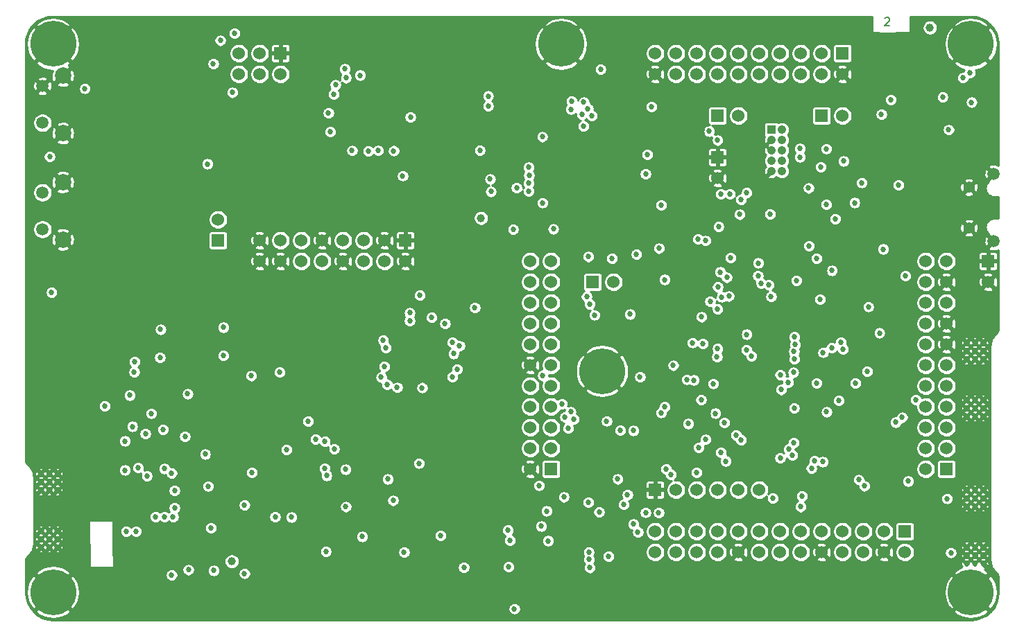
<source format=gbr>
G04 #@! TF.GenerationSoftware,KiCad,Pcbnew,(5.1.6-0-10_14)*
G04 #@! TF.CreationDate,2020-08-12T12:58:02+10:00*
G04 #@! TF.ProjectId,hackrf-one,6861636b-7266-42d6-9f6e-652e6b696361,rev?*
G04 #@! TF.SameCoordinates,Original*
G04 #@! TF.FileFunction,Copper,L2,Inr*
G04 #@! TF.FilePolarity,Positive*
%FSLAX45Y45*%
G04 Gerber Fmt 4.5, Leading zero omitted, Abs format (unit mm)*
G04 Created by KiCad (PCBNEW (5.1.6-0-10_14)) date 2020-08-12 12:58:02*
%MOMM*%
%LPD*%
G01*
G04 APERTURE LIST*
G04 #@! TA.AperFunction,NonConductor*
%ADD10C,0.177800*%
G04 #@! TD*
G04 #@! TA.AperFunction,ViaPad*
%ADD11C,1.400000*%
G04 #@! TD*
G04 #@! TA.AperFunction,ViaPad*
%ADD12C,1.500000*%
G04 #@! TD*
%ADD13C,1.000000*%
G04 #@! TA.AperFunction,ViaPad*
%ADD14C,0.600000*%
G04 #@! TD*
G04 #@! TA.AperFunction,ViaPad*
%ADD15C,5.600000*%
G04 #@! TD*
G04 #@! TA.AperFunction,ViaPad*
%ADD16C,1.524000*%
G04 #@! TD*
G04 #@! TA.AperFunction,ViaPad*
%ADD17R,1.524000X1.524000*%
G04 #@! TD*
G04 #@! TA.AperFunction,ViaPad*
%ADD18C,1.066800*%
G04 #@! TD*
G04 #@! TA.AperFunction,ViaPad*
%ADD19R,1.066800X1.066800*%
G04 #@! TD*
G04 #@! TA.AperFunction,ViaPad*
%ADD20C,2.000000*%
G04 #@! TD*
G04 #@! TA.AperFunction,ViaPad*
%ADD21C,0.585000*%
G04 #@! TD*
G04 #@! TA.AperFunction,ViaPad*
%ADD22C,0.635000*%
G04 #@! TD*
G04 #@! TA.AperFunction,ViaPad*
%ADD23C,0.685800*%
G04 #@! TD*
G04 #@! TA.AperFunction,Conductor*
%ADD24C,1.270000*%
G04 #@! TD*
G04 #@! TA.AperFunction,Conductor*
%ADD25C,0.254000*%
G04 #@! TD*
G04 APERTURE END LIST*
D10*
X16550971Y-10084038D02*
X16555809Y-10079200D01*
X16565486Y-10074362D01*
X16589676Y-10074362D01*
X16599352Y-10079200D01*
X16604190Y-10084038D01*
X16609028Y-10093714D01*
X16609028Y-10103390D01*
X16604190Y-10117905D01*
X16546133Y-10175962D01*
X16609028Y-10175962D01*
D11*
G04 #@! TO.N,GND*
G04 #@! TO.C,J1*
X17577000Y-12151000D03*
X17577000Y-12649000D03*
D12*
X17880000Y-11987500D03*
X17880000Y-12812500D03*
G04 #@! TD*
D13*
G04 #@! TO.N,*
G04 #@! TO.C,MARK1MM*
X11623280Y-12527320D03*
G04 #@! TD*
G04 #@! TO.N,*
G04 #@! TO.C,MARK1MM*
X8580360Y-16723400D03*
G04 #@! TD*
D14*
G04 #@! TO.N,GND*
G04 #@! TO.C,U19*
X12812920Y-16358600D03*
X12812920Y-16226600D03*
X12680920Y-16226600D03*
X12680920Y-16358600D03*
X12746920Y-16292600D03*
G04 #@! TD*
D13*
G04 #@! TO.N,*
G04 #@! TO.C,MARK1MM*
X17100000Y-10200000D03*
G04 #@! TD*
D14*
G04 #@! TO.N,GND*
G04 #@! TO.C,J4*
X6555000Y-10555000D03*
X6245000Y-10555000D03*
X6245000Y-10245000D03*
X6555000Y-10245000D03*
X6620000Y-10400000D03*
X6400000Y-10620000D03*
X6180000Y-10400000D03*
X6400000Y-10180000D03*
D15*
X6400000Y-10400000D03*
G04 #@! TD*
D14*
G04 #@! TO.N,GND*
G04 #@! TO.C,J5*
X6555000Y-17255000D03*
X6245000Y-17255000D03*
X6245000Y-16945000D03*
X6555000Y-16945000D03*
X6620000Y-17100000D03*
X6400000Y-17320000D03*
X6180000Y-17100000D03*
X6400000Y-16880000D03*
D15*
X6400000Y-17100000D03*
G04 #@! TD*
D14*
G04 #@! TO.N,GND*
G04 #@! TO.C,J6*
X17755000Y-17255000D03*
X17445000Y-17255000D03*
X17445000Y-16945000D03*
X17755000Y-16945000D03*
X17820000Y-17100000D03*
X17600000Y-17320000D03*
X17380000Y-17100000D03*
X17600000Y-16880000D03*
D15*
X17600000Y-17100000D03*
G04 #@! TD*
D14*
G04 #@! TO.N,GND*
G04 #@! TO.C,J7*
X17755000Y-10555000D03*
X17445000Y-10555000D03*
X17445000Y-10245000D03*
X17755000Y-10245000D03*
X17820000Y-10400000D03*
X17600000Y-10620000D03*
X17380000Y-10400000D03*
X17600000Y-10180000D03*
D15*
X17600000Y-10400000D03*
G04 #@! TD*
D14*
G04 #@! TO.N,GND*
G04 #@! TO.C,J8*
X12755000Y-10555000D03*
X12445000Y-10555000D03*
X12445000Y-10245000D03*
X12755000Y-10245000D03*
X12820000Y-10400000D03*
X12600000Y-10620000D03*
X12380000Y-10400000D03*
X12600000Y-10180000D03*
D15*
X12600000Y-10400000D03*
G04 #@! TD*
D14*
G04 #@! TO.N,GND*
G04 #@! TO.C,J9*
X13255000Y-14555000D03*
X12945000Y-14555000D03*
X12945000Y-14245000D03*
X13255000Y-14245000D03*
X13320000Y-14400000D03*
X13100000Y-14620000D03*
X12880000Y-14400000D03*
X13100000Y-14180000D03*
D15*
X13100000Y-14400000D03*
G04 #@! TD*
D16*
G04 #@! TO.N,+1.8V*
G04 #@! TO.C,P1*
X14763000Y-11277000D03*
D17*
X14509000Y-11277000D03*
G04 #@! TD*
D14*
G04 #@! TO.N,GND*
G04 #@! TO.C,P2*
X17748000Y-14950000D03*
X17748000Y-14850000D03*
X17748000Y-14750000D03*
X17648000Y-14950000D03*
X17648000Y-14850000D03*
X17648000Y-14750000D03*
X17548000Y-14950000D03*
X17548000Y-14850000D03*
X17548000Y-14750000D03*
X17748000Y-14050000D03*
X17748000Y-14150000D03*
X17748000Y-14250000D03*
X17648000Y-14050000D03*
X17648000Y-14150000D03*
X17648000Y-14250000D03*
X17548000Y-14050000D03*
X17548000Y-14150000D03*
X17548000Y-14250000D03*
G04 #@! TD*
D16*
G04 #@! TO.N,GND*
G04 #@! TO.C,P3*
X14509000Y-12039000D03*
D17*
X14509000Y-11785000D03*
G04 #@! TD*
D14*
G04 #@! TO.N,GND*
G04 #@! TO.C,P4*
X6252000Y-15650000D03*
X6252000Y-15750000D03*
X6252000Y-15850000D03*
X6352000Y-15650000D03*
X6352000Y-15750000D03*
X6352000Y-15850000D03*
X6452000Y-15650000D03*
X6452000Y-15750000D03*
X6452000Y-15850000D03*
X6252000Y-16550000D03*
X6252000Y-16450000D03*
X6252000Y-16350000D03*
X6352000Y-16550000D03*
X6352000Y-16450000D03*
X6352000Y-16350000D03*
X6452000Y-16550000D03*
X6452000Y-16450000D03*
X6452000Y-16350000D03*
G04 #@! TD*
D16*
G04 #@! TO.N,/mcu/usb/power/LED3*
G04 #@! TO.C,P5*
X8667000Y-10769000D03*
G04 #@! TO.N,!VAA_ENABLE*
X8667000Y-10515000D03*
G04 #@! TO.N,/mcu/usb/power/LED2*
X8921000Y-10769000D03*
G04 #@! TO.N,/mcu/usb/power/LED1*
X8921000Y-10515000D03*
G04 #@! TO.N,VCC*
X9175000Y-10769000D03*
D17*
G04 #@! TO.N,GND*
X9175000Y-10515000D03*
G04 #@! TD*
D16*
G04 #@! TO.N,VCC*
G04 #@! TO.C,P8*
X16033000Y-11277000D03*
D17*
X15779000Y-11277000D03*
G04 #@! TD*
D16*
G04 #@! TO.N,GND*
G04 #@! TO.C,P9*
X8921000Y-13055000D03*
X8921000Y-12801000D03*
X9175000Y-13055000D03*
G04 #@! TO.N,/baseband/TXBBQ-*
X9175000Y-12801000D03*
G04 #@! TO.N,/baseband/TXBBI+*
X9429000Y-13055000D03*
G04 #@! TO.N,/baseband/TXBBQ+*
X9429000Y-12801000D03*
G04 #@! TO.N,/baseband/TXBBI-*
X9683000Y-13055000D03*
G04 #@! TO.N,GND*
X9683000Y-12801000D03*
X9937000Y-13055000D03*
G04 #@! TO.N,/baseband/RXBBI+*
X9937000Y-12801000D03*
G04 #@! TO.N,/baseband/RXBBQ+*
X10191000Y-13055000D03*
G04 #@! TO.N,/baseband/RXBBI-*
X10191000Y-12801000D03*
G04 #@! TO.N,/baseband/RXBBQ-*
X10445000Y-13055000D03*
G04 #@! TO.N,GND*
X10445000Y-12801000D03*
X10699000Y-13055000D03*
D17*
X10699000Y-12801000D03*
G04 #@! TD*
D14*
G04 #@! TO.N,GND*
G04 #@! TO.C,P16*
X17748000Y-16750000D03*
X17748000Y-16650000D03*
X17748000Y-16550000D03*
X17648000Y-16750000D03*
X17648000Y-16650000D03*
X17648000Y-16550000D03*
X17548000Y-16750000D03*
X17548000Y-16650000D03*
X17548000Y-16550000D03*
X17748000Y-15850000D03*
X17748000Y-15950000D03*
X17748000Y-16050000D03*
X17648000Y-15850000D03*
X17648000Y-15950000D03*
X17648000Y-16050000D03*
X17548000Y-15850000D03*
X17548000Y-15950000D03*
X17548000Y-16050000D03*
G04 #@! TD*
D16*
G04 #@! TO.N,/mcu/usb/power/VIN*
G04 #@! TO.C,P20*
X17049000Y-13055000D03*
G04 #@! TO.N,/mcu/usb/power/VBUS*
X17303000Y-13055000D03*
G04 #@! TO.N,/mcu/usb/power/ADC0_0*
X17049000Y-13309000D03*
G04 #@! TO.N,GND*
X17303000Y-13309000D03*
G04 #@! TO.N,/mcu/usb/power/ADC0_5*
X17049000Y-13563000D03*
G04 #@! TO.N,/mcu/usb/power/VBUSCTRL*
X17303000Y-13563000D03*
G04 #@! TO.N,/mcu/usb/power/ADC0_2*
X17049000Y-13817000D03*
G04 #@! TO.N,GND*
X17303000Y-13817000D03*
G04 #@! TO.N,/mcu/usb/power/ADC0_6*
X17049000Y-14071000D03*
G04 #@! TO.N,GND*
X17303000Y-14071000D03*
G04 #@! TO.N,/mcu/usb/power/GPIO3_15*
X17049000Y-14325000D03*
G04 #@! TO.N,/mcu/usb/power/GPIO3_14*
X17303000Y-14325000D03*
G04 #@! TO.N,/mcu/usb/power/GPIO3_13*
X17049000Y-14579000D03*
G04 #@! TO.N,/mcu/usb/power/GPIO3_12*
X17303000Y-14579000D03*
G04 #@! TO.N,/mcu/usb/power/GPIO3_11*
X17049000Y-14833000D03*
G04 #@! TO.N,/mcu/usb/power/GPIO3_10*
X17303000Y-14833000D03*
G04 #@! TO.N,/mcu/usb/power/GPIO3_9*
X17049000Y-15087000D03*
G04 #@! TO.N,/mcu/usb/power/GPIO3_8*
X17303000Y-15087000D03*
G04 #@! TO.N,/mcu/usb/power/WAKEUP*
X17049000Y-15341000D03*
G04 #@! TO.N,VCC*
X17303000Y-15341000D03*
G04 #@! TO.N,/mcu/usb/power/RTC_ALARM*
X17049000Y-15595000D03*
D17*
G04 #@! TO.N,/mcu/usb/power/VBAT*
X17303000Y-15595000D03*
G04 #@! TD*
D16*
G04 #@! TO.N,SCL*
G04 #@! TO.C,P22*
X13747000Y-16611000D03*
G04 #@! TO.N,CLK6*
X13747000Y-16357000D03*
G04 #@! TO.N,SDA*
X14001000Y-16611000D03*
G04 #@! TO.N,/mcu/usb/power/P2_8*
X14001000Y-16357000D03*
G04 #@! TO.N,/mcu/usb/power/P2_13*
X14255000Y-16611000D03*
G04 #@! TO.N,/mcu/usb/power/P2_9*
X14255000Y-16357000D03*
G04 #@! TO.N,/mcu/usb/power/U0_TXD*
X14509000Y-16611000D03*
G04 #@! TO.N,/mcu/usb/power/U0_RXD*
X14509000Y-16357000D03*
G04 #@! TO.N,GND*
X14763000Y-16611000D03*
G04 #@! TO.N,/mcu/usb/power/I2S0_TX_MCLK*
X14763000Y-16357000D03*
G04 #@! TO.N,/mcu/usb/power/I2S0_TX_SCK*
X15017000Y-16611000D03*
G04 #@! TO.N,/mcu/usb/power/I2S0_RX_WS*
X15017000Y-16357000D03*
G04 #@! TO.N,/mcu/usb/power/I2S0_RX_MCLK*
X15271000Y-16611000D03*
G04 #@! TO.N,/mcu/usb/power/I2S0_RX_SDA*
X15271000Y-16357000D03*
G04 #@! TO.N,/mcu/usb/power/I2S0_RX_SCK*
X15525000Y-16611000D03*
G04 #@! TO.N,VCC*
X15525000Y-16357000D03*
G04 #@! TO.N,GND*
X15779000Y-16611000D03*
G04 #@! TO.N,/mcu/usb/power/SPIFI_MOSI*
X15779000Y-16357000D03*
G04 #@! TO.N,/mcu/usb/power/SPIFI_SCK*
X16033000Y-16611000D03*
G04 #@! TO.N,/mcu/usb/power/SPIFI_MISO*
X16033000Y-16357000D03*
G04 #@! TO.N,/mcu/usb/power/I2C1_SDA*
X16287000Y-16611000D03*
G04 #@! TO.N,/mcu/usb/power/I2C1_SCL*
X16287000Y-16357000D03*
G04 #@! TO.N,GND*
X16541000Y-16611000D03*
G04 #@! TO.N,/mcu/usb/power/RESET*
X16541000Y-16357000D03*
G04 #@! TO.N,CLKIN*
X16795000Y-16611000D03*
D17*
G04 #@! TO.N,CLKOUT*
X16795000Y-16357000D03*
G04 #@! TD*
D16*
G04 #@! TO.N,/mcu/usb/power/RESET*
G04 #@! TO.C,P25*
X15017000Y-15849000D03*
G04 #@! TO.N,/mcu/usb/power/U0_TXD*
X14763000Y-15849000D03*
G04 #@! TO.N,/mcu/usb/power/U0_RXD*
X14509000Y-15849000D03*
G04 #@! TO.N,Net-(P25-Pad3)*
X14255000Y-15849000D03*
G04 #@! TO.N,/mcu/usb/power/ISP*
X14001000Y-15849000D03*
D17*
G04 #@! TO.N,GND*
X13747000Y-15849000D03*
G04 #@! TD*
D18*
G04 #@! TO.N,/mcu/usb/power/RESET*
G04 #@! TO.C,P26*
X15293260Y-11954660D03*
G04 #@! TO.N,GND*
X15166260Y-11954660D03*
G04 #@! TO.N,/mcu/usb/power/TDI*
X15293260Y-11827660D03*
G04 #@! TO.N,Net-(P26-Pad7)*
X15166260Y-11827660D03*
G04 #@! TO.N,/mcu/usb/power/TDO*
X15293260Y-11700660D03*
G04 #@! TO.N,GND*
X15166260Y-11700660D03*
G04 #@! TO.N,/mcu/usb/power/TCK*
X15293260Y-11573660D03*
G04 #@! TO.N,GND*
X15166260Y-11573660D03*
G04 #@! TO.N,/mcu/usb/power/TMS*
X15293260Y-11446660D03*
D19*
G04 #@! TO.N,VCC*
X15166260Y-11446660D03*
G04 #@! TD*
D16*
G04 #@! TO.N,/mcu/usb/power/BANK2F3M4*
G04 #@! TO.C,P28*
X12223000Y-13055000D03*
G04 #@! TO.N,/mcu/usb/power/BANK2F3M12*
X12477000Y-13055000D03*
G04 #@! TO.N,/mcu/usb/power/BANK2F3M6*
X12223000Y-13309000D03*
G04 #@! TO.N,/mcu/usb/power/CPLD_TDI*
X12477000Y-13309000D03*
G04 #@! TO.N,/mcu/usb/power/BANK2F3M2*
X12223000Y-13563000D03*
G04 #@! TO.N,/mcu/usb/power/CPLD_TCK*
X12477000Y-13563000D03*
G04 #@! TO.N,/mcu/usb/power/B1AUX13*
X12223000Y-13817000D03*
G04 #@! TO.N,/mcu/usb/power/B1AUX14*
X12477000Y-13817000D03*
G04 #@! TO.N,GCK1*
X12223000Y-14071000D03*
G04 #@! TO.N,GCK2*
X12477000Y-14071000D03*
G04 #@! TO.N,GND*
X12223000Y-14325000D03*
G04 #@! TO.N,/mcu/usb/power/SD_CLK*
X12477000Y-14325000D03*
G04 #@! TO.N,/mcu/usb/power/SD_POW*
X12223000Y-14579000D03*
G04 #@! TO.N,/mcu/usb/power/SD_CMD*
X12477000Y-14579000D03*
G04 #@! TO.N,/mcu/usb/power/SD_VOLT0*
X12223000Y-14833000D03*
G04 #@! TO.N,/mcu/usb/power/SD_DAT0*
X12477000Y-14833000D03*
G04 #@! TO.N,/mcu/usb/power/SD_DAT1*
X12223000Y-15087000D03*
G04 #@! TO.N,/mcu/usb/power/SD_DAT2*
X12477000Y-15087000D03*
G04 #@! TO.N,/mcu/usb/power/SD_DAT3*
X12223000Y-15341000D03*
G04 #@! TO.N,/mcu/usb/power/SD_CD*
X12477000Y-15341000D03*
G04 #@! TO.N,GND*
X12223000Y-15595000D03*
D17*
G04 #@! TO.N,VCC*
X12477000Y-15595000D03*
G04 #@! TD*
D16*
G04 #@! TO.N,/mcu/usb/power/CPLD_TDO*
G04 #@! TO.C,P29*
X13239000Y-13309000D03*
D17*
G04 #@! TO.N,/mcu/usb/power/CPLD_TMS*
X12985000Y-13309000D03*
G04 #@! TD*
D16*
G04 #@! TO.N,GND*
G04 #@! TO.C,P30*
X13747000Y-10769000D03*
G04 #@! TO.N,/mcu/usb/power/GCK0*
X13747000Y-10515000D03*
G04 #@! TO.N,/mcu/usb/power/B2AUX1*
X14001000Y-10769000D03*
G04 #@! TO.N,/mcu/usb/power/B2AUX2*
X14001000Y-10515000D03*
G04 #@! TO.N,/mcu/usb/power/B2AUX3*
X14255000Y-10769000D03*
G04 #@! TO.N,/mcu/usb/power/B2AUX4*
X14255000Y-10515000D03*
G04 #@! TO.N,/mcu/usb/power/B2AUX5*
X14509000Y-10769000D03*
G04 #@! TO.N,/mcu/usb/power/B2AUX6*
X14509000Y-10515000D03*
G04 #@! TO.N,/mcu/usb/power/B2AUX7*
X14763000Y-10769000D03*
G04 #@! TO.N,/mcu/usb/power/B2AUX8*
X14763000Y-10515000D03*
G04 #@! TO.N,/mcu/usb/power/B2AUX9*
X15017000Y-10769000D03*
G04 #@! TO.N,/mcu/usb/power/B2AUX10*
X15017000Y-10515000D03*
G04 #@! TO.N,/mcu/usb/power/B2AUX11*
X15271000Y-10769000D03*
G04 #@! TO.N,/mcu/usb/power/B2AUX12*
X15271000Y-10515000D03*
G04 #@! TO.N,/mcu/usb/power/B2AUX13*
X15525000Y-10769000D03*
G04 #@! TO.N,/mcu/usb/power/B2AUX14*
X15525000Y-10515000D03*
G04 #@! TO.N,/mcu/usb/power/B2AUX15*
X15779000Y-10769000D03*
G04 #@! TO.N,/mcu/usb/power/B2AUX16*
X15779000Y-10515000D03*
G04 #@! TO.N,GND*
X16033000Y-10769000D03*
D17*
G04 #@! TO.N,VCC*
X16033000Y-10515000D03*
G04 #@! TD*
D16*
G04 #@! TO.N,VAA*
G04 #@! TO.C,P36*
X8413000Y-12547000D03*
D17*
X8413000Y-12801000D03*
G04 #@! TD*
D16*
G04 #@! TO.N,GND*
G04 #@! TO.C,P80*
X17811000Y-13309000D03*
D17*
X17811000Y-13055000D03*
G04 #@! TD*
D20*
G04 #@! TO.N,GND*
G04 #@! TO.C,SW1*
X6519000Y-12089500D03*
X6519000Y-12790500D03*
D12*
G04 #@! TO.N,Net-(R30-Pad2)*
X6270000Y-12665000D03*
G04 #@! TO.N,VCC*
X6270000Y-12215000D03*
G04 #@! TD*
D20*
G04 #@! TO.N,GND*
G04 #@! TO.C,SW2*
X6519000Y-10789500D03*
X6519000Y-11490500D03*
D12*
G04 #@! TO.N,Net-(R19-Pad2)*
X6270000Y-11365000D03*
G04 #@! TO.N,GND*
X6270000Y-10915000D03*
G04 #@! TD*
D21*
G04 #@! TO.N,GND*
G04 #@! TO.C,U21*
X16903000Y-11120120D03*
X17003000Y-11120120D03*
X17003000Y-11270120D03*
X16903000Y-11270120D03*
X16953000Y-11195120D03*
G04 #@! TD*
D14*
G04 #@! TO.N,GND*
G04 #@! TO.C,U4*
X9152040Y-15666360D03*
X9152040Y-15776360D03*
X9152040Y-15886360D03*
X9262040Y-15886360D03*
X9372040Y-15886360D03*
X9372040Y-15776360D03*
X9372040Y-15666360D03*
X9262040Y-15666360D03*
X9262040Y-15776360D03*
G04 #@! TD*
D22*
G04 #@! TO.N,GND*
G04 #@! TO.C,U17*
X11014850Y-14339710D03*
X11014850Y-14189710D03*
X11014850Y-14039710D03*
X10864850Y-14039710D03*
X10714850Y-14039710D03*
X10714850Y-14189710D03*
X10714850Y-14339710D03*
X10864850Y-14339710D03*
X10864850Y-14189710D03*
G04 #@! TD*
G04 #@! TO.N,GND*
G04 #@! TO.C,U18*
X10454540Y-11411180D03*
X10454540Y-11246180D03*
X10454540Y-11081180D03*
X10289540Y-11081180D03*
X10124540Y-11081180D03*
X10124540Y-11246180D03*
X10124540Y-11411180D03*
X10289540Y-11411180D03*
X10289540Y-11246180D03*
G04 #@! TD*
D23*
G04 #@! TO.N,!MIX_BYPASS*
X12029440Y-17302480D03*
X11958840Y-16791340D03*
X15441180Y-14157360D03*
X7394420Y-14282720D03*
X11412460Y-16797060D03*
G04 #@! TO.N,!RX_AMP_PWR*
X7334120Y-14692560D03*
X14796020Y-15239400D03*
G04 #@! TO.N,!TX_AMP_PWR*
X13941310Y-15663580D03*
X8361920Y-16835160D03*
G04 #@! TO.N,!VAA_ENABLE*
X14549640Y-12234580D03*
G04 #@! TO.N,+1.8V*
X11709400Y-11036300D03*
X12870700Y-11404000D03*
X12369800Y-11534140D03*
X12370320Y-12341260D03*
G04 #@! TO.N,/frontend/!ANT_BIAS*
X8735300Y-16035060D03*
X8735300Y-16870720D03*
G04 #@! TO.N,/frontend/REF_IN*
X11951220Y-16341760D03*
X8826500Y-15636240D03*
G04 #@! TO.N,/mcu/usb/power/B2AUX3*
X12725920Y-11099200D03*
G04 #@! TO.N,/mcu/usb/power/B2AUX4*
X12852920Y-11259220D03*
G04 #@! TO.N,/mcu/usb/power/B2AUX5*
X12875780Y-11111900D03*
G04 #@! TO.N,/mcu/usb/power/B2AUX6*
X12926580Y-11193180D03*
G04 #@! TO.N,/mcu/usb/power/B2AUX7*
X12974840Y-11277000D03*
G04 #@! TO.N,/mcu/usb/power/BANK2F3M12*
X12202680Y-12199020D03*
G04 #@! TO.N,/mcu/usb/power/BANK2F3M2*
X12202680Y-11906920D03*
G04 #@! TO.N,/mcu/usb/power/BANK2F3M4*
X12207760Y-12005980D03*
G04 #@! TO.N,/mcu/usb/power/BANK2F3M6*
X12205220Y-12102500D03*
G04 #@! TO.N,/mcu/usb/power/CPLD_TCK*
X11742940Y-12204100D03*
X12946900Y-13578240D03*
G04 #@! TO.N,/mcu/usb/power/CPLD_TDI*
X11732780Y-12051700D03*
X12911340Y-13489340D03*
G04 #@! TO.N,/mcu/usb/power/CPLD_TDO*
X13630160Y-11990740D03*
G04 #@! TO.N,/mcu/usb/power/CPLD_TMS*
X14203680Y-14051280D03*
X13967460Y-14328140D03*
X12055360Y-12158380D03*
G04 #@! TO.N,/mcu/usb/power/EN1V8*
X16508500Y-11258620D03*
X8440940Y-10357520D03*
X14590280Y-15028580D03*
G04 #@! TO.N,/mcu/usb/power/GCK0*
X12720840Y-11198260D03*
G04 #@! TO.N,/mcu/usb/power/GPIO3_10*
X16013186Y-14043164D03*
X16929100Y-14747240D03*
G04 #@! TO.N,/mcu/usb/power/GPIO3_11*
X16040127Y-14131170D03*
G04 #@! TO.N,/mcu/usb/power/GPIO3_8*
X16761460Y-14963140D03*
X15796780Y-14170060D03*
G04 #@! TO.N,/mcu/usb/power/GPIO3_9*
X15901831Y-14111414D03*
G04 #@! TO.N,/mcu/usb/power/GP_CLKIN*
X12329680Y-15795660D03*
X15758680Y-13519820D03*
G04 #@! TO.N,/mcu/usb/power/I2C1_SCL*
X14501380Y-14225940D03*
X14219440Y-14507880D03*
X15286240Y-14624720D03*
G04 #@! TO.N,/mcu/usb/power/I2C1_SDA*
X15370060Y-14535820D03*
X14509000Y-14124340D03*
X14133080Y-14500260D03*
G04 #@! TO.N,/mcu/usb/power/I2S0_RX_SCK*
X15692640Y-15495940D03*
G04 #@! TO.N,/mcu/usb/power/I2S0_RX_SDA*
X15436654Y-15273459D03*
G04 #@! TO.N,/mcu/usb/power/I2S0_RX_WS*
X15377680Y-15351160D03*
X15182100Y-15953140D03*
G04 #@! TO.N,/mcu/usb/power/I2S0_TX_SCK*
X15420860Y-15424820D03*
G04 #@! TO.N,/mcu/usb/power/LED1*
X15161780Y-13486800D03*
G04 #@! TO.N,/mcu/usb/power/LED2*
X15131300Y-13344560D03*
X8585720Y-10992520D03*
G04 #@! TO.N,/mcu/usb/power/LED3*
X14277860Y-15330840D03*
G04 #@! TO.N,/mcu/usb/power/P2_8*
X13881620Y-15593730D03*
X8354580Y-10642000D03*
X14483600Y-14914280D03*
G04 #@! TO.N,/mcu/usb/power/RESET*
X14779299Y-12482395D03*
X15433560Y-14413900D03*
X15718040Y-14543440D03*
X8613660Y-10268620D03*
G04 #@! TO.N,/mcu/usb/power/SD_CD*
X12751320Y-14985400D03*
X14313420Y-13735720D03*
G04 #@! TO.N,/mcu/usb/power/SD_CLK*
X14666480Y-13011820D03*
G04 #@! TO.N,/mcu/usb/power/SD_CMD*
X14542020Y-13187080D03*
G04 #@! TO.N,/mcu/usb/power/SD_DAT0*
X14511540Y-13369960D03*
G04 #@! TO.N,/mcu/usb/power/SD_DAT1*
X12715760Y-14896500D03*
X14559800Y-13491880D03*
G04 #@! TO.N,/mcu/usb/power/SD_DAT2*
X14418293Y-13547454D03*
X12647180Y-14962540D03*
G04 #@! TO.N,/mcu/usb/power/SD_DAT3*
X12685280Y-15097160D03*
X14509000Y-13641740D03*
G04 #@! TO.N,/mcu/usb/power/SD_POW*
X14620760Y-13253120D03*
G04 #@! TO.N,/mcu/usb/power/SD_VOLT0*
X14646160Y-13481720D03*
X12609080Y-14797440D03*
G04 #@! TO.N,/mcu/usb/power/SGPIO13*
X14864600Y-12219340D03*
X14509000Y-11576720D03*
G04 #@! TO.N,/mcu/usb/power/SGPIO9*
X14796020Y-12300620D03*
X14407400Y-11467500D03*
G04 #@! TO.N,/mcu/usb/power/SPIFI_MISO*
X15443200Y-14848840D03*
X16230600Y-15725140D03*
G04 #@! TO.N,/mcu/usb/power/SPIFI_SIO2*
X15791700Y-15506100D03*
X16299180Y-15801340D03*
G04 #@! TO.N,/mcu/usb/power/SPIFI_SIO3*
X15654540Y-15584840D03*
X15537180Y-15925800D03*
G04 #@! TO.N,/mcu/usb/power/TCK*
X15514240Y-11677800D03*
G04 #@! TO.N,/mcu/usb/power/TDI*
X15768840Y-11901840D03*
G04 #@! TO.N,/mcu/usb/power/TDO*
X15514840Y-11782460D03*
G04 #@! TO.N,/mcu/usb/power/VBAT*
X16835120Y-15742920D03*
X15838969Y-14896288D03*
G04 #@! TO.N,/mcu/usb/power/VBUS*
X16715980Y-12123460D03*
G04 #@! TO.N,/mcu/usb/power/VBUSCTRL*
X16180000Y-12340000D03*
G04 #@! TO.N,/mcu/usb/power/VIN*
X17608308Y-11112154D03*
X16268940Y-12095520D03*
G04 #@! TO.N,/mcu/usb/power/VREGMODE*
X14362615Y-15233946D03*
X15834880Y-12361580D03*
G04 #@! TO.N,AMP_BYPASS*
X7739620Y-15110500D03*
X14549640Y-15391800D03*
X7757400Y-15590560D03*
X7544040Y-15679460D03*
X7757400Y-16177300D03*
G04 #@! TO.N,CLK6*
X12421120Y-16108080D03*
G04 #@! TO.N,CS_AD*
X13221220Y-13021980D03*
X9846310Y-10899470D03*
G04 #@! TO.N,CS_XCVR*
X13005320Y-13712860D03*
X11546840Y-13624560D03*
G04 #@! TO.N,GCK1*
X10665980Y-12011060D03*
X10245090Y-11709730D03*
G04 #@! TO.N,GCK2*
X11709400Y-11158220D03*
X12504940Y-12661300D03*
G04 #@! TO.N,GND*
X17448300Y-11449120D03*
X17499100Y-10941120D03*
X12626340Y-12339320D03*
X13665200Y-11879580D03*
X8306280Y-14041420D03*
X9665900Y-15484260D03*
X17168900Y-11576120D03*
X7170660Y-15608340D03*
X10991850Y-13475970D03*
X8166580Y-14422420D03*
X11811000Y-10787380D03*
X10320020Y-12076760D03*
X12108020Y-16787780D03*
X9641840Y-11982780D03*
X10920730Y-15210790D03*
X11404600Y-11600180D03*
X11578590Y-14184630D03*
X9602400Y-14938160D03*
X10007600Y-12076760D03*
X10598150Y-14900910D03*
X8064980Y-13901720D03*
X9946640Y-11982780D03*
X16198180Y-14968130D03*
X9845040Y-11982780D03*
X11050270Y-11194110D03*
X10885170Y-15099030D03*
X10085000Y-16182760D03*
X17283200Y-11347520D03*
X9211240Y-16457080D03*
X9743440Y-11982780D03*
X10353040Y-11972620D03*
X10252710Y-13910310D03*
X9182100Y-12638100D03*
X17499100Y-11576120D03*
X13647787Y-13064316D03*
X9335700Y-15100720D03*
X15425878Y-13190039D03*
X15209520Y-16057880D03*
X17168900Y-10814120D03*
X11118850Y-13475970D03*
X16092213Y-13842006D03*
X16404726Y-14761584D03*
X8792140Y-15192160D03*
X9772580Y-16271660D03*
X10048240Y-11982780D03*
X9309100Y-12638100D03*
X15898239Y-14388006D03*
X11576050Y-13986510D03*
X13169900Y-10505440D03*
X9521190Y-11036630D03*
X8881040Y-15446160D03*
X16660900Y-11195120D03*
X16548410Y-14617900D03*
X16548410Y-13450467D03*
X10902950Y-14900910D03*
X11652250Y-14088110D03*
X9483090Y-11379530D03*
X16611271Y-13225960D03*
X11372850Y-14672310D03*
X9813290Y-10769930D03*
X12029440Y-11391900D03*
X8039580Y-14422420D03*
X9963150Y-10581970D03*
X11050270Y-11316030D03*
X10447020Y-12076760D03*
X11296650Y-13577570D03*
X10863340Y-16857620D03*
X8064980Y-13673120D03*
X10252710Y-14456410D03*
X14976865Y-12363856D03*
X15569562Y-13333724D03*
X16054496Y-15111814D03*
X9437300Y-15100720D03*
X9831000Y-15052460D03*
X14773911Y-12839809D03*
X10261600Y-11982780D03*
X16090417Y-13333724D03*
X12275820Y-11064240D03*
X7874480Y-14041420D03*
X14285385Y-12426718D03*
X16602291Y-13612111D03*
X16119153Y-12945776D03*
X12213520Y-16599940D03*
X15174430Y-15546459D03*
X17054600Y-10522020D03*
X15928772Y-12741027D03*
X9234100Y-15100720D03*
X9426180Y-16601480D03*
X10741660Y-11909120D03*
X9071540Y-16457080D03*
X7917420Y-15341640D03*
X9897040Y-16754260D03*
X10134600Y-12076760D03*
X9234100Y-14966100D03*
X9338240Y-16457080D03*
X15488739Y-15677570D03*
X10163810Y-14065250D03*
X16191000Y-11195120D03*
X8064980Y-13787420D03*
X10684510Y-11610670D03*
X7612620Y-13675400D03*
X7094700Y-14407180D03*
X7191220Y-14186200D03*
X9494520Y-12638100D03*
X8227060Y-14787880D03*
X8869680Y-15753080D03*
X10272000Y-15577860D03*
X10043160Y-15483840D03*
X10549140Y-11995820D03*
X9622040Y-12638440D03*
X12569120Y-16622800D03*
X16593311Y-13010434D03*
X15838969Y-12651224D03*
X13934960Y-15254640D03*
X11796280Y-12770520D03*
X13820660Y-12498740D03*
X13162800Y-15907420D03*
X16456660Y-15554960D03*
X13028180Y-15793120D03*
X14013700Y-11142380D03*
X13157720Y-17078360D03*
X13139940Y-13700160D03*
X13343140Y-14678060D03*
X12052820Y-16270640D03*
X12126480Y-15899800D03*
X12433820Y-15831220D03*
X13820660Y-12625740D03*
X14394700Y-15574680D03*
X13952740Y-15518800D03*
X8715260Y-12166000D03*
X9000000Y-13300000D03*
X8400000Y-13300000D03*
X7800000Y-13300000D03*
X7200000Y-13300000D03*
X6775000Y-13700000D03*
X9900000Y-13450000D03*
X10800000Y-13300000D03*
X11955780Y-16131540D03*
X11825000Y-15500000D03*
X11825000Y-14900000D03*
X11825000Y-16100000D03*
X10425000Y-13425000D03*
X11400000Y-13300000D03*
X9400000Y-13425000D03*
X11825000Y-13700000D03*
X11700000Y-14500000D03*
X9000000Y-17100000D03*
X9600000Y-17100000D03*
X7800000Y-17100000D03*
X7200000Y-17100000D03*
X10200000Y-17100000D03*
X10800000Y-17100000D03*
X11400000Y-17100000D03*
X11950000Y-14100000D03*
X9918700Y-16306800D03*
X6775000Y-15500000D03*
X6775000Y-14900000D03*
X6775000Y-14300000D03*
X6787400Y-12239660D03*
X12949440Y-15097160D03*
X12746240Y-15417200D03*
X13063740Y-15427360D03*
X13305040Y-16664340D03*
X10264660Y-10583580D03*
X9462020Y-11235090D03*
X9608070Y-11630060D03*
X13452017Y-14409558D03*
X13475220Y-11014110D03*
X8077720Y-12064400D03*
X11825000Y-16700000D03*
X11192510Y-15154910D03*
X10613390Y-15154910D03*
X10416300Y-16705220D03*
X8906440Y-16304680D03*
X8237460Y-15092720D03*
X9716700Y-14976260D03*
X12962140Y-12346340D03*
X16375900Y-15191140D03*
X15959340Y-15414660D03*
X11200000Y-12950000D03*
X13823200Y-12750200D03*
X12494780Y-12897520D03*
X12252960Y-16990060D03*
X12895580Y-16990060D03*
X8273020Y-16123960D03*
X16053320Y-12386980D03*
X6279400Y-14551060D03*
X6279400Y-13182000D03*
X6279400Y-14093860D03*
X6254000Y-11871360D03*
X6279400Y-15008260D03*
X6279400Y-13639200D03*
X6766559Y-16700000D03*
X8184120Y-15697240D03*
X6900000Y-15900000D03*
X8402561Y-17100000D03*
X7846300Y-16621800D03*
X7013180Y-15715020D03*
X6896340Y-15715020D03*
X7785100Y-14764820D03*
X6921740Y-15146060D03*
X7508480Y-15057160D03*
X8577820Y-14409460D03*
X9360140Y-14302780D03*
X10551400Y-16106180D03*
X10948670Y-15740087D03*
X11282836Y-15844577D03*
X10597120Y-16388120D03*
X10762220Y-15819160D03*
X10706100Y-15331477D03*
X8988577Y-14618988D03*
X7422120Y-15910600D03*
X7236700Y-15924700D03*
X7236700Y-16099700D03*
X7650720Y-16456700D03*
X7805660Y-16454160D03*
X7338300Y-16657360D03*
X17175720Y-11739920D03*
X16929340Y-12778780D03*
X17269700Y-16393200D03*
X17356060Y-16771660D03*
G04 #@! TO.N,HP*
X8476220Y-14208800D03*
X16484600Y-13931900D03*
G04 #@! TO.N,LP*
X7711680Y-13888760D03*
X15446260Y-13979560D03*
G04 #@! TO.N,MIXER_ENX*
X9716700Y-15255660D03*
X9712960Y-15585440D03*
X14859520Y-14139580D03*
G04 #@! TO.N,MIXER_RESETX*
X9829800Y-15351760D03*
X9737020Y-15674760D03*
X14920480Y-14213240D03*
G04 #@! TO.N,MIXER_SCLK*
X9602400Y-15230260D03*
X14308340Y-14749180D03*
G04 #@! TO.N,MIXER_SDATA*
X14455660Y-14551060D03*
X9512820Y-15010800D03*
G04 #@! TO.N,MIX_BYPASS*
X13630160Y-16125860D03*
X11127980Y-16408440D03*
G04 #@! TO.N,RSSI*
X10751820Y-13784580D03*
X14864600Y-13949080D03*
G04 #@! TO.N,RX*
X13790180Y-16130940D03*
X10173220Y-16420500D03*
X10482820Y-15717560D03*
X9164560Y-14412000D03*
G04 #@! TO.N,RXENABLE*
X10474960Y-14561820D03*
X15001760Y-13235340D03*
G04 #@! TO.N,RX_AMP*
X14732520Y-15180980D03*
X7650720Y-16177300D03*
X7526260Y-15163840D03*
X7437360Y-15580400D03*
G04 #@! TO.N,RX_MIX_BP*
X15443720Y-14251340D03*
X7389340Y-14409720D03*
G04 #@! TO.N,SCL*
X13409180Y-15907420D03*
X13536180Y-16364620D03*
X13863840Y-14835540D03*
X13320280Y-15122560D03*
X12939280Y-16697360D03*
G04 #@! TO.N,SDA*
X13480300Y-15125100D03*
X13818120Y-14906660D03*
X13482840Y-16268100D03*
X12937420Y-16610100D03*
G04 #@! TO.N,SGPIO_CLK*
X14328140Y-14063980D03*
X13155180Y-15008260D03*
G04 #@! TO.N,SSP1_MISO*
X14360819Y-12803888D03*
X10876280Y-13472160D03*
G04 #@! TO.N,SSP1_MOSI*
X9959860Y-10705500D03*
X10751820Y-13685520D03*
X13518654Y-12971434D03*
G04 #@! TO.N,SSP1_SCK*
X9974084Y-10814720D03*
X12931660Y-12999120D03*
X11328920Y-14373260D03*
G04 #@! TO.N,TXENABLE*
X10403840Y-14472920D03*
X15042400Y-13326780D03*
G04 #@! TO.N,TX_AMP*
X15273540Y-14441840D03*
X7846300Y-15643899D03*
X7864080Y-16177300D03*
X8008336Y-15197384D03*
G04 #@! TO.N,TX_MIX_BP*
X15453880Y-14073540D03*
X8041640Y-14676120D03*
G04 #@! TO.N,VAA*
X11271250Y-14047470D03*
X10048240Y-11703380D03*
X11271250Y-14469110D03*
X9782810Y-11473510D03*
X11286490Y-14184630D03*
X10598150Y-14598650D03*
X10902950Y-14601190D03*
X10365740Y-11703380D03*
X10458450Y-14110970D03*
X9970700Y-15598560D03*
X10440670Y-14342110D03*
X9310300Y-16182760D03*
X9246800Y-15357260D03*
X9972040Y-16055340D03*
X9760470Y-11241440D03*
X9825240Y-11015380D03*
X10146030Y-10782630D03*
X10556240Y-11705920D03*
X11019790Y-13742670D03*
X10427970Y-14019530D03*
X6381000Y-13436000D03*
X11974080Y-16466220D03*
X8326360Y-16314460D03*
X8051312Y-16825728D03*
X7597380Y-14914920D03*
X7846300Y-16888500D03*
X7290040Y-16355100D03*
X7411960Y-16355100D03*
X8255240Y-15412760D03*
X8290800Y-15803920D03*
X7028420Y-14826020D03*
X7277340Y-15252740D03*
X8478760Y-13863360D03*
X7704060Y-14231660D03*
X10548860Y-15979180D03*
X10683480Y-16609100D03*
X10863820Y-15524520D03*
X9728440Y-16601480D03*
X8819120Y-14455180D03*
G04 #@! TO.N,VCC*
X17255260Y-11050340D03*
X17589512Y-10753252D03*
X13178720Y-16660900D03*
X15623443Y-12866750D03*
X15906142Y-13168846D03*
X16189199Y-14546058D03*
X15273213Y-15462044D03*
X14150681Y-15039972D03*
X13652500Y-11752580D03*
X13863313Y-13279842D03*
X15147490Y-12480599D03*
X14520668Y-12633264D03*
X13081000Y-10711180D03*
X16332884Y-14402374D03*
X14608674Y-15497965D03*
X15834880Y-11680860D03*
X12440920Y-16471900D03*
X12931140Y-16002000D03*
X13820660Y-12369200D03*
X13289800Y-15716920D03*
X13363460Y-16029340D03*
X13063740Y-16120780D03*
X15521940Y-16055340D03*
X13703300Y-11168380D03*
X9109640Y-16177680D03*
X12950120Y-16800600D03*
X10759960Y-11292240D03*
X11607800Y-11701780D03*
X13441241Y-13701914D03*
X11360150Y-14090650D03*
X12357620Y-16293500D03*
X12632620Y-15937000D03*
X14252460Y-15638180D03*
X13792720Y-12897520D03*
X6787400Y-10944260D03*
X12375400Y-14452000D03*
X15987280Y-14759340D03*
X16349230Y-13611260D03*
X13561580Y-14469780D03*
X8280920Y-11866280D03*
X12014200Y-12666980D03*
X6358140Y-11777380D03*
X16683240Y-15023500D03*
X15618980Y-12160920D03*
X16800080Y-13235340D03*
X14658860Y-12232040D03*
X17310340Y-15956320D03*
X17356060Y-16616720D03*
G04 #@! TO.N,XCVR_EN*
X14270240Y-12785760D03*
X15003806Y-13076888D03*
X11182350Y-13818870D03*
G04 #@! TO.N,Net-(C163-Pad2)*
X7366240Y-15074940D03*
X7277340Y-15608340D03*
G04 #@! TO.N,Net-(J1-Pad4)*
X15470136Y-13289696D03*
X16530840Y-12907680D03*
G04 #@! TO.N,Net-(R51-Pad1)*
X17328920Y-11449120D03*
X16045700Y-11831079D03*
G04 #@! TO.N,Net-(R52-Pad2)*
X16622800Y-11080820D03*
X17501640Y-10814120D03*
G04 #@! TO.N,Net-(R62-Pad1)*
X15944100Y-12539380D03*
X15715500Y-13019440D03*
G04 #@! TO.N,Net-(C162-Pad2)*
X7881860Y-15857260D03*
X7881860Y-16070620D03*
G04 #@! TD*
D24*
G04 #@! TO.N,GND*
X10289540Y-11411280D02*
X10289540Y-11081080D01*
X10124440Y-11411280D02*
X10124440Y-11081080D01*
X9372022Y-15666378D02*
X9152058Y-15886342D01*
X10454640Y-11081080D02*
X10124440Y-11411280D01*
X16902962Y-11270050D02*
X16902962Y-11120190D01*
X17003038Y-11270050D02*
X16902962Y-11270050D01*
X10454640Y-11411280D02*
X10124440Y-11081080D01*
X9152058Y-15666378D02*
X9372022Y-15886342D01*
X9372022Y-15886342D02*
X9152058Y-15886342D01*
X9372022Y-15666378D02*
X9372022Y-15886342D01*
X11015726Y-14340586D02*
X10713974Y-14038834D01*
X12680626Y-16358894D02*
X12813214Y-16226306D01*
X11015726Y-14038834D02*
X11015726Y-14340586D01*
X10454640Y-11246180D02*
X10124440Y-11246180D01*
X9152058Y-15886342D02*
X9152058Y-15666378D01*
X12813214Y-16358894D02*
X12680626Y-16358894D01*
X16902962Y-11120190D02*
X17003038Y-11120190D01*
X12680626Y-16358894D02*
X12680626Y-16226306D01*
X10454640Y-11411280D02*
X10124440Y-11411280D01*
X10124440Y-11081080D02*
X10454640Y-11081080D01*
X9152058Y-15666378D02*
X9372022Y-15666378D01*
X11015726Y-14340586D02*
X10713974Y-14340586D01*
X10713974Y-14340586D02*
X10713974Y-14038834D01*
X10713974Y-14038834D02*
X11015726Y-14038834D01*
X12813214Y-16226306D02*
X12813214Y-16358894D01*
X10713974Y-14340586D02*
X11015726Y-14038834D01*
X10454640Y-11081080D02*
X10454640Y-11411280D01*
X12680626Y-16226306D02*
X12813214Y-16226306D01*
X17003038Y-11120190D02*
X17003038Y-11270050D01*
G04 #@! TD*
D25*
G04 #@! TO.N,GND*
G36*
X16397300Y-10250000D02*
G01*
X16397544Y-10252478D01*
X16398267Y-10254860D01*
X16399440Y-10257056D01*
X16401020Y-10258980D01*
X16402944Y-10260560D01*
X16405140Y-10261733D01*
X16407522Y-10262456D01*
X16410000Y-10262700D01*
X16479549Y-10262700D01*
X16479549Y-10265763D01*
X16680451Y-10265763D01*
X16680451Y-10262700D01*
X16850000Y-10262700D01*
X16852478Y-10262456D01*
X16854860Y-10261733D01*
X16857056Y-10260560D01*
X16858980Y-10258980D01*
X16860560Y-10257056D01*
X16861733Y-10254860D01*
X16862456Y-10252478D01*
X16862700Y-10250000D01*
X16862700Y-10190823D01*
X17006820Y-10190823D01*
X17006820Y-10209177D01*
X17010401Y-10227180D01*
X17017425Y-10244137D01*
X17027622Y-10259399D01*
X17040601Y-10272378D01*
X17055863Y-10282575D01*
X17072820Y-10289599D01*
X17090823Y-10293180D01*
X17109177Y-10293180D01*
X17127180Y-10289599D01*
X17144137Y-10282575D01*
X17159399Y-10272378D01*
X17172378Y-10259399D01*
X17182575Y-10244137D01*
X17189599Y-10227180D01*
X17193180Y-10209177D01*
X17193180Y-10190823D01*
X17189599Y-10172820D01*
X17188102Y-10169206D01*
X17387167Y-10169206D01*
X17600000Y-10382040D01*
X17812833Y-10169206D01*
X17780459Y-10130013D01*
X17724320Y-10099995D01*
X17663403Y-10081506D01*
X17600049Y-10075256D01*
X17536694Y-10081487D01*
X17475772Y-10099957D01*
X17419623Y-10129958D01*
X17419541Y-10130013D01*
X17387167Y-10169206D01*
X17188102Y-10169206D01*
X17182575Y-10155863D01*
X17172378Y-10140601D01*
X17159399Y-10127622D01*
X17144137Y-10117425D01*
X17127180Y-10110401D01*
X17109177Y-10106820D01*
X17090823Y-10106820D01*
X17072820Y-10110401D01*
X17055863Y-10117425D01*
X17040601Y-10127622D01*
X17027622Y-10140601D01*
X17017425Y-10155863D01*
X17010401Y-10172820D01*
X17006820Y-10190823D01*
X16862700Y-10190823D01*
X16862700Y-10062230D01*
X17596957Y-10062230D01*
X17665548Y-10068956D01*
X17728601Y-10087992D01*
X17786754Y-10118913D01*
X17837794Y-10160540D01*
X17879777Y-10211288D01*
X17911103Y-10269224D01*
X17930579Y-10332142D01*
X17937770Y-10400561D01*
X17937770Y-11883904D01*
X17917898Y-11874958D01*
X17895214Y-11869727D01*
X17871945Y-11869022D01*
X17848986Y-11872870D01*
X17827219Y-11881123D01*
X17820874Y-11884514D01*
X17813173Y-11902713D01*
X17880000Y-11969539D01*
X17881414Y-11968125D01*
X17899375Y-11986086D01*
X17897961Y-11987500D01*
X17899375Y-11988914D01*
X17881414Y-12006875D01*
X17880000Y-12005460D01*
X17813173Y-12072287D01*
X17816541Y-12080245D01*
X17812848Y-12083344D01*
X17808901Y-12087374D01*
X17804899Y-12091349D01*
X17804350Y-12092022D01*
X17798847Y-12098867D01*
X17795759Y-12103585D01*
X17792605Y-12108261D01*
X17792197Y-12109029D01*
X17788128Y-12116811D01*
X17786015Y-12122041D01*
X17783830Y-12127241D01*
X17783579Y-12128073D01*
X17781099Y-12136498D01*
X17780042Y-12142040D01*
X17778908Y-12147563D01*
X17778823Y-12148428D01*
X17778027Y-12157174D01*
X17778067Y-12162814D01*
X17778027Y-12168454D01*
X17778112Y-12169319D01*
X17779030Y-12178053D01*
X17780164Y-12183580D01*
X17781221Y-12189119D01*
X17781472Y-12189951D01*
X17784069Y-12198340D01*
X17786256Y-12203541D01*
X17788368Y-12208769D01*
X17788776Y-12209536D01*
X17792953Y-12217261D01*
X17796107Y-12221938D01*
X17799195Y-12226657D01*
X17799744Y-12227331D01*
X17805343Y-12234098D01*
X17809346Y-12238073D01*
X17813291Y-12242101D01*
X17813960Y-12242655D01*
X17820766Y-12248206D01*
X17825465Y-12251328D01*
X17830118Y-12254514D01*
X17830882Y-12254927D01*
X17838637Y-12259050D01*
X17843849Y-12261199D01*
X17849036Y-12263422D01*
X17849866Y-12263679D01*
X17858273Y-12266217D01*
X17863804Y-12267312D01*
X17869323Y-12268485D01*
X17870187Y-12268576D01*
X17878878Y-12269428D01*
X17881943Y-12269730D01*
X17937770Y-12269730D01*
X17937770Y-12530270D01*
X17881943Y-12530270D01*
X17878882Y-12530571D01*
X17878299Y-12530571D01*
X17877435Y-12530662D01*
X17873653Y-12531086D01*
X17872801Y-12531170D01*
X17872740Y-12531189D01*
X17868707Y-12531641D01*
X17863190Y-12532814D01*
X17857658Y-12533909D01*
X17856828Y-12534166D01*
X17848457Y-12536822D01*
X17843273Y-12539043D01*
X17838057Y-12541193D01*
X17837293Y-12541606D01*
X17829597Y-12545837D01*
X17824939Y-12549027D01*
X17820246Y-12552145D01*
X17819576Y-12552699D01*
X17812848Y-12558344D01*
X17808901Y-12562374D01*
X17804899Y-12566349D01*
X17804350Y-12567022D01*
X17798847Y-12573867D01*
X17795759Y-12578585D01*
X17792605Y-12583261D01*
X17792197Y-12584029D01*
X17788128Y-12591811D01*
X17786015Y-12597041D01*
X17783830Y-12602241D01*
X17783579Y-12603073D01*
X17781099Y-12611498D01*
X17780042Y-12617040D01*
X17778908Y-12622563D01*
X17778823Y-12623428D01*
X17778027Y-12632174D01*
X17778067Y-12637814D01*
X17778027Y-12643454D01*
X17778112Y-12644319D01*
X17779030Y-12653053D01*
X17780164Y-12658580D01*
X17781221Y-12664119D01*
X17781472Y-12664951D01*
X17784069Y-12673340D01*
X17786256Y-12678541D01*
X17788368Y-12683769D01*
X17788776Y-12684536D01*
X17792953Y-12692261D01*
X17796107Y-12696938D01*
X17799195Y-12701657D01*
X17799744Y-12702331D01*
X17805343Y-12709098D01*
X17809346Y-12713073D01*
X17813291Y-12717101D01*
X17813960Y-12717655D01*
X17816539Y-12719759D01*
X17813173Y-12727713D01*
X17880000Y-12794539D01*
X17881414Y-12793125D01*
X17899375Y-12811086D01*
X17897961Y-12812500D01*
X17899375Y-12813914D01*
X17881414Y-12831875D01*
X17880000Y-12830460D01*
X17813173Y-12897287D01*
X17820874Y-12915486D01*
X17842102Y-12925042D01*
X17864786Y-12930273D01*
X17888055Y-12930978D01*
X17911014Y-12927130D01*
X17932781Y-12918877D01*
X17937770Y-12916211D01*
X17937770Y-13870956D01*
X17935806Y-13890990D01*
X17930872Y-13907333D01*
X17922857Y-13922406D01*
X17910781Y-13937213D01*
X17899102Y-13948891D01*
X17898471Y-13949397D01*
X17897854Y-13950008D01*
X17897484Y-13950379D01*
X17896895Y-13951098D01*
X17895835Y-13952159D01*
X17894814Y-13953403D01*
X17893894Y-13954304D01*
X17893340Y-13954974D01*
X17874837Y-13977660D01*
X17871715Y-13982359D01*
X17868529Y-13987012D01*
X17868116Y-13987776D01*
X17854372Y-14013624D01*
X17852223Y-14018838D01*
X17850001Y-14024023D01*
X17849744Y-14024853D01*
X17841283Y-14052878D01*
X17840187Y-14058414D01*
X17839015Y-14063928D01*
X17838924Y-14064792D01*
X17836070Y-14093901D01*
X17835770Y-14096943D01*
X17835770Y-16703057D01*
X17836012Y-16705515D01*
X17836008Y-16705947D01*
X17836090Y-16706812D01*
X17839048Y-16735937D01*
X17840163Y-16741468D01*
X17841200Y-16747010D01*
X17841449Y-16747843D01*
X17850008Y-16775839D01*
X17852174Y-16781043D01*
X17854270Y-16786282D01*
X17854675Y-16787051D01*
X17868509Y-16812851D01*
X17871646Y-16817537D01*
X17874718Y-16822268D01*
X17875265Y-16822944D01*
X17893847Y-16845565D01*
X17894517Y-16846236D01*
X17895835Y-16847841D01*
X17910517Y-16862524D01*
X17922688Y-16877340D01*
X17930755Y-16892385D01*
X17935746Y-16908711D01*
X17937770Y-16928638D01*
X17937770Y-17096956D01*
X17931045Y-17165549D01*
X17912008Y-17228601D01*
X17881087Y-17286754D01*
X17839460Y-17337794D01*
X17788712Y-17379777D01*
X17730776Y-17411103D01*
X17667858Y-17430579D01*
X17599439Y-17437770D01*
X6403043Y-17437770D01*
X6334451Y-17431045D01*
X6271399Y-17412008D01*
X6213246Y-17381087D01*
X6162206Y-17339460D01*
X6155037Y-17330794D01*
X6187167Y-17330794D01*
X6219541Y-17369987D01*
X6275680Y-17400005D01*
X6336597Y-17418494D01*
X6399951Y-17424744D01*
X6463306Y-17418514D01*
X6524228Y-17400043D01*
X6580377Y-17370042D01*
X6580459Y-17369987D01*
X6612833Y-17330794D01*
X6400000Y-17117961D01*
X6187167Y-17330794D01*
X6155037Y-17330794D01*
X6120223Y-17288712D01*
X6088897Y-17230776D01*
X6069421Y-17167858D01*
X6062284Y-17099951D01*
X6075256Y-17099951D01*
X6081486Y-17163306D01*
X6099957Y-17224228D01*
X6129958Y-17280377D01*
X6130013Y-17280459D01*
X6169206Y-17312833D01*
X6382039Y-17100000D01*
X6417960Y-17100000D01*
X6630794Y-17312833D01*
X6652565Y-17294850D01*
X11951970Y-17294850D01*
X11951970Y-17310110D01*
X11954947Y-17325077D01*
X11960787Y-17339176D01*
X11969265Y-17351864D01*
X11980056Y-17362655D01*
X11992744Y-17371133D01*
X12006843Y-17376973D01*
X12021810Y-17379950D01*
X12037070Y-17379950D01*
X12052037Y-17376973D01*
X12066136Y-17371133D01*
X12078824Y-17362655D01*
X12089615Y-17351864D01*
X12098093Y-17339176D01*
X12101565Y-17330794D01*
X17387167Y-17330794D01*
X17419541Y-17369987D01*
X17475680Y-17400005D01*
X17536597Y-17418494D01*
X17599951Y-17424744D01*
X17663306Y-17418514D01*
X17724228Y-17400043D01*
X17780377Y-17370042D01*
X17780459Y-17369987D01*
X17812833Y-17330794D01*
X17600000Y-17117961D01*
X17387167Y-17330794D01*
X12101565Y-17330794D01*
X12103933Y-17325077D01*
X12106910Y-17310110D01*
X12106910Y-17294850D01*
X12103933Y-17279883D01*
X12098093Y-17265784D01*
X12089615Y-17253096D01*
X12078824Y-17242305D01*
X12066136Y-17233827D01*
X12052037Y-17227987D01*
X12037070Y-17225010D01*
X12021810Y-17225010D01*
X12006843Y-17227987D01*
X11992744Y-17233827D01*
X11980056Y-17242305D01*
X11969265Y-17253096D01*
X11960787Y-17265784D01*
X11954947Y-17279883D01*
X11951970Y-17294850D01*
X6652565Y-17294850D01*
X6669987Y-17280459D01*
X6700005Y-17224320D01*
X6718494Y-17163403D01*
X6724744Y-17100049D01*
X6724734Y-17099951D01*
X17275256Y-17099951D01*
X17281487Y-17163306D01*
X17299957Y-17224228D01*
X17329958Y-17280377D01*
X17330013Y-17280459D01*
X17369206Y-17312833D01*
X17582040Y-17100000D01*
X17617961Y-17100000D01*
X17830794Y-17312833D01*
X17869987Y-17280459D01*
X17900005Y-17224320D01*
X17918494Y-17163403D01*
X17924744Y-17100049D01*
X17918514Y-17036694D01*
X17900043Y-16975772D01*
X17870042Y-16919623D01*
X17869987Y-16919541D01*
X17830794Y-16887167D01*
X17617961Y-17100000D01*
X17582040Y-17100000D01*
X17369206Y-16887167D01*
X17330013Y-16919541D01*
X17299995Y-16975680D01*
X17281506Y-17036597D01*
X17275256Y-17099951D01*
X6724734Y-17099951D01*
X6718513Y-17036694D01*
X6700043Y-16975772D01*
X6670042Y-16919623D01*
X6669987Y-16919541D01*
X6630794Y-16887167D01*
X6417960Y-17100000D01*
X6382039Y-17100000D01*
X6169206Y-16887167D01*
X6130013Y-16919541D01*
X6099995Y-16975680D01*
X6081506Y-17036597D01*
X6075256Y-17099951D01*
X6062284Y-17099951D01*
X6062230Y-17099439D01*
X6062230Y-16869206D01*
X6187167Y-16869206D01*
X6400000Y-17082040D01*
X6601170Y-16880870D01*
X7768830Y-16880870D01*
X7768830Y-16896130D01*
X7771807Y-16911097D01*
X7777647Y-16925196D01*
X7786125Y-16937884D01*
X7796916Y-16948675D01*
X7809604Y-16957153D01*
X7823703Y-16962993D01*
X7838670Y-16965970D01*
X7853930Y-16965970D01*
X7868897Y-16962993D01*
X7882996Y-16957153D01*
X7895684Y-16948675D01*
X7906475Y-16937884D01*
X7914953Y-16925196D01*
X7920793Y-16911097D01*
X7923770Y-16896130D01*
X7923770Y-16880870D01*
X7920793Y-16865903D01*
X7914953Y-16851804D01*
X7906475Y-16839116D01*
X7895684Y-16828325D01*
X7882996Y-16819847D01*
X7878772Y-16818098D01*
X7973842Y-16818098D01*
X7973842Y-16833358D01*
X7976819Y-16848325D01*
X7982659Y-16862424D01*
X7991137Y-16875112D01*
X8001928Y-16885903D01*
X8014616Y-16894381D01*
X8028715Y-16900221D01*
X8043682Y-16903198D01*
X8058942Y-16903198D01*
X8073909Y-16900221D01*
X8088008Y-16894381D01*
X8100696Y-16885903D01*
X8111487Y-16875112D01*
X8119965Y-16862424D01*
X8125805Y-16848325D01*
X8128782Y-16833358D01*
X8128782Y-16827530D01*
X8284450Y-16827530D01*
X8284450Y-16842790D01*
X8287427Y-16857757D01*
X8293267Y-16871856D01*
X8301745Y-16884544D01*
X8312536Y-16895335D01*
X8325224Y-16903813D01*
X8339323Y-16909653D01*
X8354290Y-16912630D01*
X8369550Y-16912630D01*
X8384517Y-16909653D01*
X8398616Y-16903813D01*
X8411304Y-16895335D01*
X8422095Y-16884544D01*
X8430573Y-16871856D01*
X8434204Y-16863090D01*
X8657830Y-16863090D01*
X8657830Y-16878350D01*
X8660807Y-16893317D01*
X8666647Y-16907416D01*
X8675125Y-16920104D01*
X8685916Y-16930895D01*
X8698604Y-16939373D01*
X8712703Y-16945213D01*
X8727670Y-16948190D01*
X8742930Y-16948190D01*
X8757897Y-16945213D01*
X8771996Y-16939373D01*
X8784684Y-16930895D01*
X8795475Y-16920104D01*
X8803953Y-16907416D01*
X8809793Y-16893317D01*
X8812770Y-16878350D01*
X8812770Y-16863090D01*
X8809793Y-16848123D01*
X8803953Y-16834024D01*
X8795475Y-16821336D01*
X8784684Y-16810545D01*
X8771996Y-16802067D01*
X8757897Y-16796227D01*
X8742930Y-16793250D01*
X8727670Y-16793250D01*
X8712703Y-16796227D01*
X8698604Y-16802067D01*
X8685916Y-16810545D01*
X8675125Y-16821336D01*
X8666647Y-16834024D01*
X8660807Y-16848123D01*
X8657830Y-16863090D01*
X8434204Y-16863090D01*
X8436413Y-16857757D01*
X8439390Y-16842790D01*
X8439390Y-16827530D01*
X8436413Y-16812563D01*
X8430573Y-16798464D01*
X8422095Y-16785776D01*
X8411304Y-16774985D01*
X8398616Y-16766507D01*
X8384517Y-16760667D01*
X8369550Y-16757690D01*
X8354290Y-16757690D01*
X8339323Y-16760667D01*
X8325224Y-16766507D01*
X8312536Y-16774985D01*
X8301745Y-16785776D01*
X8293267Y-16798464D01*
X8287427Y-16812563D01*
X8284450Y-16827530D01*
X8128782Y-16827530D01*
X8128782Y-16818098D01*
X8125805Y-16803131D01*
X8119965Y-16789032D01*
X8111487Y-16776343D01*
X8100696Y-16765553D01*
X8088008Y-16757075D01*
X8073909Y-16751235D01*
X8058942Y-16748258D01*
X8043682Y-16748258D01*
X8028715Y-16751235D01*
X8014616Y-16757075D01*
X8001928Y-16765553D01*
X7991137Y-16776343D01*
X7982659Y-16789032D01*
X7976819Y-16803131D01*
X7973842Y-16818098D01*
X7878772Y-16818098D01*
X7868897Y-16814007D01*
X7853930Y-16811030D01*
X7838670Y-16811030D01*
X7823703Y-16814007D01*
X7809604Y-16819847D01*
X7796916Y-16828325D01*
X7786125Y-16839116D01*
X7777647Y-16851804D01*
X7771807Y-16865903D01*
X7768830Y-16880870D01*
X6601170Y-16880870D01*
X6612833Y-16869206D01*
X6580459Y-16830013D01*
X6524320Y-16799995D01*
X6463403Y-16781506D01*
X6400049Y-16775256D01*
X6336694Y-16781487D01*
X6275772Y-16799957D01*
X6219623Y-16829958D01*
X6219541Y-16830013D01*
X6187167Y-16869206D01*
X6062230Y-16869206D01*
X6062230Y-16729043D01*
X6064194Y-16709010D01*
X6069128Y-16692667D01*
X6077143Y-16677594D01*
X6089219Y-16662787D01*
X6100898Y-16651109D01*
X6101529Y-16650603D01*
X6102146Y-16649992D01*
X6102516Y-16649621D01*
X6103105Y-16648902D01*
X6104165Y-16647841D01*
X6105186Y-16646597D01*
X6106106Y-16645696D01*
X6106660Y-16645026D01*
X6125163Y-16622340D01*
X6128285Y-16617641D01*
X6131471Y-16612988D01*
X6131884Y-16612224D01*
X6137094Y-16602425D01*
X6217535Y-16602425D01*
X6219702Y-16616061D01*
X6233210Y-16621093D01*
X6247441Y-16623393D01*
X6261847Y-16622872D01*
X6275874Y-16619551D01*
X6284298Y-16616061D01*
X6286465Y-16602425D01*
X6317535Y-16602425D01*
X6319702Y-16616061D01*
X6333210Y-16621093D01*
X6347441Y-16623393D01*
X6361847Y-16622872D01*
X6375874Y-16619551D01*
X6384298Y-16616061D01*
X6386465Y-16602425D01*
X6417535Y-16602425D01*
X6419702Y-16616061D01*
X6433210Y-16621093D01*
X6447441Y-16623393D01*
X6461847Y-16622872D01*
X6475874Y-16619551D01*
X6484298Y-16616061D01*
X6486465Y-16602425D01*
X6452000Y-16567960D01*
X6417535Y-16602425D01*
X6386465Y-16602425D01*
X6352000Y-16567960D01*
X6317535Y-16602425D01*
X6286465Y-16602425D01*
X6252000Y-16567960D01*
X6217535Y-16602425D01*
X6137094Y-16602425D01*
X6145628Y-16586376D01*
X6147777Y-16581162D01*
X6149999Y-16575977D01*
X6150256Y-16575147D01*
X6158717Y-16547122D01*
X6159050Y-16545441D01*
X6178607Y-16545441D01*
X6179128Y-16559847D01*
X6182449Y-16573874D01*
X6185939Y-16582298D01*
X6199575Y-16584465D01*
X6234039Y-16550000D01*
X6269960Y-16550000D01*
X6279103Y-16559142D01*
X6279128Y-16559847D01*
X6282449Y-16573874D01*
X6285939Y-16582298D01*
X6299575Y-16584465D01*
X6302000Y-16582039D01*
X6304425Y-16584465D01*
X6318061Y-16582298D01*
X6323093Y-16568790D01*
X6324605Y-16559435D01*
X6334039Y-16550000D01*
X6369960Y-16550000D01*
X6379103Y-16559142D01*
X6379128Y-16559847D01*
X6382449Y-16573874D01*
X6385939Y-16582298D01*
X6399575Y-16584465D01*
X6402000Y-16582039D01*
X6404425Y-16584465D01*
X6418061Y-16582298D01*
X6423093Y-16568790D01*
X6424605Y-16559435D01*
X6434039Y-16550000D01*
X6469960Y-16550000D01*
X6504425Y-16584465D01*
X6518061Y-16582298D01*
X6523093Y-16568790D01*
X6525393Y-16554559D01*
X6524872Y-16540153D01*
X6521551Y-16526126D01*
X6518061Y-16517702D01*
X6504425Y-16515535D01*
X6469960Y-16550000D01*
X6434039Y-16550000D01*
X6424897Y-16540858D01*
X6424872Y-16540153D01*
X6421551Y-16526126D01*
X6418061Y-16517702D01*
X6404425Y-16515535D01*
X6402000Y-16517960D01*
X6399575Y-16515535D01*
X6385939Y-16517702D01*
X6380907Y-16531210D01*
X6379395Y-16540565D01*
X6369960Y-16550000D01*
X6334039Y-16550000D01*
X6324897Y-16540858D01*
X6324872Y-16540153D01*
X6321551Y-16526126D01*
X6318061Y-16517702D01*
X6304425Y-16515535D01*
X6302000Y-16517960D01*
X6299575Y-16515535D01*
X6285939Y-16517702D01*
X6280907Y-16531210D01*
X6279395Y-16540565D01*
X6269960Y-16550000D01*
X6234039Y-16550000D01*
X6199575Y-16515535D01*
X6185939Y-16517702D01*
X6180907Y-16531210D01*
X6178607Y-16545441D01*
X6159050Y-16545441D01*
X6159813Y-16541586D01*
X6160985Y-16536072D01*
X6161076Y-16535208D01*
X6163933Y-16506072D01*
X6164230Y-16503057D01*
X6164230Y-16497575D01*
X6217535Y-16497575D01*
X6219960Y-16500000D01*
X6217535Y-16502425D01*
X6219702Y-16516061D01*
X6233210Y-16521093D01*
X6242565Y-16522605D01*
X6252000Y-16532039D01*
X6261142Y-16522897D01*
X6261847Y-16522872D01*
X6275874Y-16519551D01*
X6284298Y-16516061D01*
X6286465Y-16502425D01*
X6284039Y-16500000D01*
X6286465Y-16497575D01*
X6317535Y-16497575D01*
X6319960Y-16500000D01*
X6317535Y-16502425D01*
X6319702Y-16516061D01*
X6333210Y-16521093D01*
X6342565Y-16522605D01*
X6352000Y-16532039D01*
X6361142Y-16522897D01*
X6361847Y-16522872D01*
X6375874Y-16519551D01*
X6384298Y-16516061D01*
X6386465Y-16502425D01*
X6384039Y-16500000D01*
X6386465Y-16497575D01*
X6417535Y-16497575D01*
X6419960Y-16500000D01*
X6417535Y-16502425D01*
X6419702Y-16516061D01*
X6433210Y-16521093D01*
X6442565Y-16522605D01*
X6452000Y-16532039D01*
X6461142Y-16522897D01*
X6461847Y-16522872D01*
X6475874Y-16519551D01*
X6484298Y-16516061D01*
X6486465Y-16502425D01*
X6484039Y-16500000D01*
X6486465Y-16497575D01*
X6484298Y-16483939D01*
X6470790Y-16478907D01*
X6461435Y-16477395D01*
X6452000Y-16467960D01*
X6442858Y-16477103D01*
X6442153Y-16477128D01*
X6428126Y-16480449D01*
X6419702Y-16483939D01*
X6417535Y-16497575D01*
X6386465Y-16497575D01*
X6384298Y-16483939D01*
X6370790Y-16478907D01*
X6361435Y-16477395D01*
X6352000Y-16467960D01*
X6342858Y-16477103D01*
X6342153Y-16477128D01*
X6328126Y-16480449D01*
X6319702Y-16483939D01*
X6317535Y-16497575D01*
X6286465Y-16497575D01*
X6284298Y-16483939D01*
X6270790Y-16478907D01*
X6261435Y-16477395D01*
X6252000Y-16467960D01*
X6242858Y-16477103D01*
X6242153Y-16477128D01*
X6228126Y-16480449D01*
X6219702Y-16483939D01*
X6217535Y-16497575D01*
X6164230Y-16497575D01*
X6164230Y-16445441D01*
X6178607Y-16445441D01*
X6179128Y-16459847D01*
X6182449Y-16473874D01*
X6185939Y-16482298D01*
X6199575Y-16484465D01*
X6234039Y-16450000D01*
X6269960Y-16450000D01*
X6279103Y-16459142D01*
X6279128Y-16459847D01*
X6282449Y-16473874D01*
X6285939Y-16482298D01*
X6299575Y-16484465D01*
X6302000Y-16482039D01*
X6304425Y-16484465D01*
X6318061Y-16482298D01*
X6323093Y-16468790D01*
X6324605Y-16459435D01*
X6334039Y-16450000D01*
X6369960Y-16450000D01*
X6379103Y-16459142D01*
X6379128Y-16459847D01*
X6382449Y-16473874D01*
X6385939Y-16482298D01*
X6399575Y-16484465D01*
X6402000Y-16482039D01*
X6404425Y-16484465D01*
X6418061Y-16482298D01*
X6423093Y-16468790D01*
X6424605Y-16459435D01*
X6434039Y-16450000D01*
X6469960Y-16450000D01*
X6504425Y-16484465D01*
X6518061Y-16482298D01*
X6523093Y-16468790D01*
X6525393Y-16454559D01*
X6524872Y-16440153D01*
X6521551Y-16426126D01*
X6518061Y-16417702D01*
X6504425Y-16415535D01*
X6469960Y-16450000D01*
X6434039Y-16450000D01*
X6424897Y-16440858D01*
X6424872Y-16440153D01*
X6421551Y-16426126D01*
X6418061Y-16417702D01*
X6404425Y-16415535D01*
X6402000Y-16417960D01*
X6399575Y-16415535D01*
X6385939Y-16417702D01*
X6380907Y-16431210D01*
X6379395Y-16440565D01*
X6369960Y-16450000D01*
X6334039Y-16450000D01*
X6324897Y-16440858D01*
X6324872Y-16440153D01*
X6321551Y-16426126D01*
X6318061Y-16417702D01*
X6304425Y-16415535D01*
X6302000Y-16417960D01*
X6299575Y-16415535D01*
X6285939Y-16417702D01*
X6280907Y-16431210D01*
X6279395Y-16440565D01*
X6269960Y-16450000D01*
X6234039Y-16450000D01*
X6199575Y-16415535D01*
X6185939Y-16417702D01*
X6180907Y-16431210D01*
X6178607Y-16445441D01*
X6164230Y-16445441D01*
X6164230Y-16397575D01*
X6217535Y-16397575D01*
X6219960Y-16400000D01*
X6217535Y-16402425D01*
X6219702Y-16416061D01*
X6233210Y-16421093D01*
X6242565Y-16422605D01*
X6252000Y-16432039D01*
X6261142Y-16422897D01*
X6261847Y-16422872D01*
X6275874Y-16419551D01*
X6284298Y-16416061D01*
X6286465Y-16402425D01*
X6284039Y-16400000D01*
X6286465Y-16397575D01*
X6317535Y-16397575D01*
X6319960Y-16400000D01*
X6317535Y-16402425D01*
X6319702Y-16416061D01*
X6333210Y-16421093D01*
X6342565Y-16422605D01*
X6352000Y-16432039D01*
X6361142Y-16422897D01*
X6361847Y-16422872D01*
X6375874Y-16419551D01*
X6384298Y-16416061D01*
X6386465Y-16402425D01*
X6384039Y-16400000D01*
X6386465Y-16397575D01*
X6417535Y-16397575D01*
X6419960Y-16400000D01*
X6417535Y-16402425D01*
X6419702Y-16416061D01*
X6433210Y-16421093D01*
X6442565Y-16422605D01*
X6452000Y-16432039D01*
X6461142Y-16422897D01*
X6461847Y-16422872D01*
X6475874Y-16419551D01*
X6484298Y-16416061D01*
X6486465Y-16402425D01*
X6484039Y-16400000D01*
X6486465Y-16397575D01*
X6484298Y-16383939D01*
X6470790Y-16378907D01*
X6461435Y-16377395D01*
X6452000Y-16367960D01*
X6442858Y-16377103D01*
X6442153Y-16377128D01*
X6428126Y-16380449D01*
X6419702Y-16383939D01*
X6417535Y-16397575D01*
X6386465Y-16397575D01*
X6384298Y-16383939D01*
X6370790Y-16378907D01*
X6361435Y-16377395D01*
X6352000Y-16367960D01*
X6342858Y-16377103D01*
X6342153Y-16377128D01*
X6328126Y-16380449D01*
X6319702Y-16383939D01*
X6317535Y-16397575D01*
X6286465Y-16397575D01*
X6284298Y-16383939D01*
X6270790Y-16378907D01*
X6261435Y-16377395D01*
X6252000Y-16367960D01*
X6242858Y-16377103D01*
X6242153Y-16377128D01*
X6228126Y-16380449D01*
X6219702Y-16383939D01*
X6217535Y-16397575D01*
X6164230Y-16397575D01*
X6164230Y-16345441D01*
X6178607Y-16345441D01*
X6179128Y-16359847D01*
X6182449Y-16373874D01*
X6185939Y-16382298D01*
X6199575Y-16384465D01*
X6234039Y-16350000D01*
X6269960Y-16350000D01*
X6279103Y-16359142D01*
X6279128Y-16359847D01*
X6282449Y-16373874D01*
X6285939Y-16382298D01*
X6299575Y-16384465D01*
X6302000Y-16382039D01*
X6304425Y-16384465D01*
X6318061Y-16382298D01*
X6323093Y-16368790D01*
X6324605Y-16359435D01*
X6334039Y-16350000D01*
X6369960Y-16350000D01*
X6379103Y-16359142D01*
X6379128Y-16359847D01*
X6382449Y-16373874D01*
X6385939Y-16382298D01*
X6399575Y-16384465D01*
X6402000Y-16382039D01*
X6404425Y-16384465D01*
X6418061Y-16382298D01*
X6423093Y-16368790D01*
X6424605Y-16359435D01*
X6434039Y-16350000D01*
X6469960Y-16350000D01*
X6504425Y-16384465D01*
X6518061Y-16382298D01*
X6523093Y-16368790D01*
X6525393Y-16354559D01*
X6524872Y-16340153D01*
X6521551Y-16326126D01*
X6518061Y-16317702D01*
X6504425Y-16315535D01*
X6469960Y-16350000D01*
X6434039Y-16350000D01*
X6424897Y-16340858D01*
X6424872Y-16340153D01*
X6421551Y-16326126D01*
X6418061Y-16317702D01*
X6404425Y-16315535D01*
X6402000Y-16317960D01*
X6399575Y-16315535D01*
X6385939Y-16317702D01*
X6380907Y-16331210D01*
X6379395Y-16340565D01*
X6369960Y-16350000D01*
X6334039Y-16350000D01*
X6324897Y-16340858D01*
X6324872Y-16340153D01*
X6321551Y-16326126D01*
X6318061Y-16317702D01*
X6304425Y-16315535D01*
X6302000Y-16317960D01*
X6299575Y-16315535D01*
X6285939Y-16317702D01*
X6280907Y-16331210D01*
X6279395Y-16340565D01*
X6269960Y-16350000D01*
X6234039Y-16350000D01*
X6199575Y-16315535D01*
X6185939Y-16317702D01*
X6180907Y-16331210D01*
X6178607Y-16345441D01*
X6164230Y-16345441D01*
X6164230Y-16297575D01*
X6217535Y-16297575D01*
X6252000Y-16332039D01*
X6286465Y-16297575D01*
X6317535Y-16297575D01*
X6352000Y-16332039D01*
X6386465Y-16297575D01*
X6417535Y-16297575D01*
X6452000Y-16332039D01*
X6486465Y-16297575D01*
X6484298Y-16283939D01*
X6470790Y-16278907D01*
X6456559Y-16276607D01*
X6442153Y-16277128D01*
X6428126Y-16280449D01*
X6419702Y-16283939D01*
X6417535Y-16297575D01*
X6386465Y-16297575D01*
X6384298Y-16283939D01*
X6370790Y-16278907D01*
X6356559Y-16276607D01*
X6342153Y-16277128D01*
X6328126Y-16280449D01*
X6319702Y-16283939D01*
X6317535Y-16297575D01*
X6286465Y-16297575D01*
X6284298Y-16283939D01*
X6270790Y-16278907D01*
X6256559Y-16276607D01*
X6242153Y-16277128D01*
X6228126Y-16280449D01*
X6219702Y-16283939D01*
X6217535Y-16297575D01*
X6164230Y-16297575D01*
X6164230Y-16230845D01*
X6837922Y-16230845D01*
X6846812Y-16782025D01*
X6847096Y-16784498D01*
X6847857Y-16786869D01*
X6849065Y-16789045D01*
X6850676Y-16790944D01*
X6852625Y-16792492D01*
X6854840Y-16793630D01*
X6857234Y-16794314D01*
X6859510Y-16794520D01*
X7126210Y-16794520D01*
X7128688Y-16794276D01*
X7131070Y-16793553D01*
X7133266Y-16792380D01*
X7135190Y-16790800D01*
X7136770Y-16788876D01*
X7137943Y-16786680D01*
X7138666Y-16784298D01*
X7138908Y-16781615D01*
X7137821Y-16714223D01*
X8487180Y-16714223D01*
X8487180Y-16732577D01*
X8490761Y-16750580D01*
X8497785Y-16767537D01*
X8507982Y-16782799D01*
X8520961Y-16795778D01*
X8536223Y-16805975D01*
X8553180Y-16812999D01*
X8571183Y-16816580D01*
X8589537Y-16816580D01*
X8607540Y-16812999D01*
X8624497Y-16805975D01*
X8639759Y-16795778D01*
X8646107Y-16789430D01*
X11334990Y-16789430D01*
X11334990Y-16804690D01*
X11337967Y-16819657D01*
X11343807Y-16833756D01*
X11352285Y-16846444D01*
X11363076Y-16857235D01*
X11375764Y-16865713D01*
X11389863Y-16871553D01*
X11404830Y-16874530D01*
X11420090Y-16874530D01*
X11435057Y-16871553D01*
X11449156Y-16865713D01*
X11461844Y-16857235D01*
X11472635Y-16846444D01*
X11481113Y-16833756D01*
X11486953Y-16819657D01*
X11489930Y-16804690D01*
X11489930Y-16789430D01*
X11488792Y-16783710D01*
X11881370Y-16783710D01*
X11881370Y-16798970D01*
X11884347Y-16813937D01*
X11890187Y-16828036D01*
X11898665Y-16840724D01*
X11909456Y-16851515D01*
X11922144Y-16859993D01*
X11936243Y-16865833D01*
X11951210Y-16868810D01*
X11966470Y-16868810D01*
X11981437Y-16865833D01*
X11995536Y-16859993D01*
X12008224Y-16851515D01*
X12019015Y-16840724D01*
X12027493Y-16828036D01*
X12033333Y-16813937D01*
X12036310Y-16798970D01*
X12036310Y-16783710D01*
X12033333Y-16768743D01*
X12027493Y-16754644D01*
X12019015Y-16741956D01*
X12008224Y-16731165D01*
X11995536Y-16722687D01*
X11981437Y-16716847D01*
X11966470Y-16713870D01*
X11951210Y-16713870D01*
X11936243Y-16716847D01*
X11922144Y-16722687D01*
X11909456Y-16731165D01*
X11898665Y-16741956D01*
X11890187Y-16754644D01*
X11884347Y-16768743D01*
X11881370Y-16783710D01*
X11488792Y-16783710D01*
X11486953Y-16774463D01*
X11481113Y-16760364D01*
X11472635Y-16747676D01*
X11461844Y-16736885D01*
X11449156Y-16728407D01*
X11435057Y-16722567D01*
X11420090Y-16719590D01*
X11404830Y-16719590D01*
X11389863Y-16722567D01*
X11375764Y-16728407D01*
X11363076Y-16736885D01*
X11352285Y-16747676D01*
X11343807Y-16760364D01*
X11337967Y-16774463D01*
X11334990Y-16789430D01*
X8646107Y-16789430D01*
X8652738Y-16782799D01*
X8662935Y-16767537D01*
X8669959Y-16750580D01*
X8673540Y-16732577D01*
X8673540Y-16714223D01*
X8669959Y-16696220D01*
X8662935Y-16679263D01*
X8652738Y-16664001D01*
X8639759Y-16651022D01*
X8624497Y-16640825D01*
X8607540Y-16633801D01*
X8589537Y-16630220D01*
X8571183Y-16630220D01*
X8553180Y-16633801D01*
X8536223Y-16640825D01*
X8520961Y-16651022D01*
X8507982Y-16664001D01*
X8497785Y-16679263D01*
X8490761Y-16696220D01*
X8487180Y-16714223D01*
X7137821Y-16714223D01*
X7135880Y-16593850D01*
X9650970Y-16593850D01*
X9650970Y-16609110D01*
X9653947Y-16624077D01*
X9659787Y-16638176D01*
X9668265Y-16650864D01*
X9679056Y-16661655D01*
X9691744Y-16670133D01*
X9705843Y-16675973D01*
X9720810Y-16678950D01*
X9736070Y-16678950D01*
X9751037Y-16675973D01*
X9765136Y-16670133D01*
X9777824Y-16661655D01*
X9788615Y-16650864D01*
X9797093Y-16638176D01*
X9802933Y-16624077D01*
X9805910Y-16609110D01*
X9805910Y-16601470D01*
X10606010Y-16601470D01*
X10606010Y-16616730D01*
X10608987Y-16631697D01*
X10614827Y-16645796D01*
X10623305Y-16658484D01*
X10634096Y-16669275D01*
X10646784Y-16677753D01*
X10660883Y-16683593D01*
X10675850Y-16686570D01*
X10691110Y-16686570D01*
X10706077Y-16683593D01*
X10720176Y-16677753D01*
X10732864Y-16669275D01*
X10743655Y-16658484D01*
X10752133Y-16645796D01*
X10757973Y-16631697D01*
X10760950Y-16616730D01*
X10760950Y-16602470D01*
X12859950Y-16602470D01*
X12859950Y-16617730D01*
X12862927Y-16632697D01*
X12868767Y-16646796D01*
X12874330Y-16655122D01*
X12870627Y-16660664D01*
X12864787Y-16674763D01*
X12861810Y-16689730D01*
X12861810Y-16704990D01*
X12864787Y-16719957D01*
X12870627Y-16734056D01*
X12879105Y-16746744D01*
X12887394Y-16755033D01*
X12881467Y-16763904D01*
X12875627Y-16778003D01*
X12872650Y-16792970D01*
X12872650Y-16808230D01*
X12875627Y-16823197D01*
X12881467Y-16837296D01*
X12889945Y-16849984D01*
X12900736Y-16860775D01*
X12913424Y-16869253D01*
X12927523Y-16875093D01*
X12942490Y-16878070D01*
X12957750Y-16878070D01*
X12972717Y-16875093D01*
X12986816Y-16869253D01*
X12986886Y-16869206D01*
X17387167Y-16869206D01*
X17600000Y-17082040D01*
X17812833Y-16869206D01*
X17780459Y-16830013D01*
X17764263Y-16821353D01*
X17771874Y-16819551D01*
X17780298Y-16816061D01*
X17782465Y-16802425D01*
X17748000Y-16767960D01*
X17746586Y-16769375D01*
X17728625Y-16751414D01*
X17730040Y-16750000D01*
X17765961Y-16750000D01*
X17800425Y-16784465D01*
X17814061Y-16782298D01*
X17819093Y-16768790D01*
X17821393Y-16754559D01*
X17820872Y-16740153D01*
X17817551Y-16726126D01*
X17814061Y-16717702D01*
X17800425Y-16715535D01*
X17765961Y-16750000D01*
X17730040Y-16750000D01*
X17720897Y-16740858D01*
X17720872Y-16740153D01*
X17717551Y-16726126D01*
X17714061Y-16717702D01*
X17700425Y-16715535D01*
X17698000Y-16717960D01*
X17695575Y-16715535D01*
X17681939Y-16717702D01*
X17676907Y-16731210D01*
X17675395Y-16740565D01*
X17665961Y-16750000D01*
X17667375Y-16751414D01*
X17649414Y-16769375D01*
X17648000Y-16767960D01*
X17646586Y-16769375D01*
X17628625Y-16751414D01*
X17630040Y-16750000D01*
X17620897Y-16740858D01*
X17620872Y-16740153D01*
X17617551Y-16726126D01*
X17614061Y-16717702D01*
X17600425Y-16715535D01*
X17598000Y-16717960D01*
X17595575Y-16715535D01*
X17581939Y-16717702D01*
X17576907Y-16731210D01*
X17575395Y-16740565D01*
X17565961Y-16750000D01*
X17567375Y-16751414D01*
X17549414Y-16769375D01*
X17548000Y-16767960D01*
X17546586Y-16769375D01*
X17528625Y-16751414D01*
X17530040Y-16750000D01*
X17495575Y-16715535D01*
X17481939Y-16717702D01*
X17476907Y-16731210D01*
X17474607Y-16745441D01*
X17475128Y-16759847D01*
X17478449Y-16773874D01*
X17481939Y-16782298D01*
X17495575Y-16784465D01*
X17487067Y-16792973D01*
X17489798Y-16795704D01*
X17475772Y-16799957D01*
X17419623Y-16829958D01*
X17419541Y-16830013D01*
X17387167Y-16869206D01*
X12986886Y-16869206D01*
X12999504Y-16860775D01*
X13010295Y-16849984D01*
X13018773Y-16837296D01*
X13024613Y-16823197D01*
X13027590Y-16808230D01*
X13027590Y-16792970D01*
X13024613Y-16778003D01*
X13018773Y-16763904D01*
X13010295Y-16751216D01*
X13002006Y-16742927D01*
X13007933Y-16734056D01*
X13013773Y-16719957D01*
X13016750Y-16704990D01*
X13016750Y-16689730D01*
X13013773Y-16674763D01*
X13007933Y-16660664D01*
X13002992Y-16653270D01*
X13101250Y-16653270D01*
X13101250Y-16668530D01*
X13104227Y-16683497D01*
X13110067Y-16697596D01*
X13118545Y-16710284D01*
X13129336Y-16721075D01*
X13142024Y-16729553D01*
X13156123Y-16735393D01*
X13171090Y-16738370D01*
X13186350Y-16738370D01*
X13201317Y-16735393D01*
X13215416Y-16729553D01*
X13228104Y-16721075D01*
X13238895Y-16710284D01*
X13247373Y-16697596D01*
X13253213Y-16683497D01*
X13256190Y-16668530D01*
X13256190Y-16653270D01*
X13253213Y-16638303D01*
X13247373Y-16624204D01*
X13238895Y-16611516D01*
X13228104Y-16600725D01*
X13225885Y-16599242D01*
X13627620Y-16599242D01*
X13627620Y-16622758D01*
X13632208Y-16645822D01*
X13641207Y-16667548D01*
X13654271Y-16687100D01*
X13670900Y-16703728D01*
X13690452Y-16716793D01*
X13712178Y-16725792D01*
X13735242Y-16730380D01*
X13758758Y-16730380D01*
X13781822Y-16725792D01*
X13803548Y-16716793D01*
X13823100Y-16703728D01*
X13839728Y-16687100D01*
X13852793Y-16667548D01*
X13861792Y-16645822D01*
X13866380Y-16622758D01*
X13866380Y-16599242D01*
X13881620Y-16599242D01*
X13881620Y-16622758D01*
X13886208Y-16645822D01*
X13895207Y-16667548D01*
X13908271Y-16687100D01*
X13924900Y-16703728D01*
X13944452Y-16716793D01*
X13966178Y-16725792D01*
X13989242Y-16730380D01*
X14012758Y-16730380D01*
X14035822Y-16725792D01*
X14057548Y-16716793D01*
X14077100Y-16703728D01*
X14093728Y-16687100D01*
X14106793Y-16667548D01*
X14115792Y-16645822D01*
X14120380Y-16622758D01*
X14120380Y-16599242D01*
X14135620Y-16599242D01*
X14135620Y-16622758D01*
X14140208Y-16645822D01*
X14149207Y-16667548D01*
X14162271Y-16687100D01*
X14178900Y-16703728D01*
X14198452Y-16716793D01*
X14220178Y-16725792D01*
X14243242Y-16730380D01*
X14266758Y-16730380D01*
X14289822Y-16725792D01*
X14311548Y-16716793D01*
X14331100Y-16703728D01*
X14347728Y-16687100D01*
X14360793Y-16667548D01*
X14369792Y-16645822D01*
X14374380Y-16622758D01*
X14374380Y-16599242D01*
X14389620Y-16599242D01*
X14389620Y-16622758D01*
X14394208Y-16645822D01*
X14403207Y-16667548D01*
X14416271Y-16687100D01*
X14432900Y-16703728D01*
X14452452Y-16716793D01*
X14474178Y-16725792D01*
X14497242Y-16730380D01*
X14520758Y-16730380D01*
X14543822Y-16725792D01*
X14565548Y-16716793D01*
X14585100Y-16703728D01*
X14592183Y-16696646D01*
X14695315Y-16696646D01*
X14703161Y-16714967D01*
X14724594Y-16724643D01*
X14747503Y-16729952D01*
X14771007Y-16730690D01*
X14794204Y-16726828D01*
X14816201Y-16718515D01*
X14822838Y-16714967D01*
X14830685Y-16696646D01*
X14763000Y-16628960D01*
X14695315Y-16696646D01*
X14592183Y-16696646D01*
X14601728Y-16687100D01*
X14614793Y-16667548D01*
X14623792Y-16645822D01*
X14628380Y-16622758D01*
X14628380Y-16619007D01*
X14643310Y-16619007D01*
X14647172Y-16642204D01*
X14655485Y-16664201D01*
X14659033Y-16670838D01*
X14677354Y-16678685D01*
X14745039Y-16611000D01*
X14780960Y-16611000D01*
X14848646Y-16678685D01*
X14866967Y-16670838D01*
X14876643Y-16649406D01*
X14881952Y-16626497D01*
X14882690Y-16602993D01*
X14882066Y-16599242D01*
X14897620Y-16599242D01*
X14897620Y-16622758D01*
X14902208Y-16645822D01*
X14911207Y-16667548D01*
X14924271Y-16687100D01*
X14940900Y-16703728D01*
X14960452Y-16716793D01*
X14982178Y-16725792D01*
X15005242Y-16730380D01*
X15028758Y-16730380D01*
X15051822Y-16725792D01*
X15073548Y-16716793D01*
X15093100Y-16703728D01*
X15109728Y-16687100D01*
X15122793Y-16667548D01*
X15131792Y-16645822D01*
X15136380Y-16622758D01*
X15136380Y-16599242D01*
X15151620Y-16599242D01*
X15151620Y-16622758D01*
X15156208Y-16645822D01*
X15165207Y-16667548D01*
X15178271Y-16687100D01*
X15194900Y-16703728D01*
X15214452Y-16716793D01*
X15236178Y-16725792D01*
X15259242Y-16730380D01*
X15282758Y-16730380D01*
X15305822Y-16725792D01*
X15327548Y-16716793D01*
X15347100Y-16703728D01*
X15363728Y-16687100D01*
X15376793Y-16667548D01*
X15385792Y-16645822D01*
X15390380Y-16622758D01*
X15390380Y-16599242D01*
X15405620Y-16599242D01*
X15405620Y-16622758D01*
X15410208Y-16645822D01*
X15419207Y-16667548D01*
X15432271Y-16687100D01*
X15448900Y-16703728D01*
X15468452Y-16716793D01*
X15490178Y-16725792D01*
X15513242Y-16730380D01*
X15536758Y-16730380D01*
X15559822Y-16725792D01*
X15581548Y-16716793D01*
X15601100Y-16703728D01*
X15608183Y-16696646D01*
X15711315Y-16696646D01*
X15719161Y-16714967D01*
X15740594Y-16724643D01*
X15763503Y-16729952D01*
X15787007Y-16730690D01*
X15810204Y-16726828D01*
X15832201Y-16718515D01*
X15838838Y-16714967D01*
X15846685Y-16696646D01*
X15779000Y-16628960D01*
X15711315Y-16696646D01*
X15608183Y-16696646D01*
X15617728Y-16687100D01*
X15630793Y-16667548D01*
X15639792Y-16645822D01*
X15644380Y-16622758D01*
X15644380Y-16619007D01*
X15659310Y-16619007D01*
X15663172Y-16642204D01*
X15671485Y-16664201D01*
X15675033Y-16670838D01*
X15693354Y-16678685D01*
X15761039Y-16611000D01*
X15796960Y-16611000D01*
X15864646Y-16678685D01*
X15882967Y-16670838D01*
X15892643Y-16649406D01*
X15897952Y-16626497D01*
X15898690Y-16602993D01*
X15898066Y-16599242D01*
X15913620Y-16599242D01*
X15913620Y-16622758D01*
X15918208Y-16645822D01*
X15927207Y-16667548D01*
X15940271Y-16687100D01*
X15956900Y-16703728D01*
X15976452Y-16716793D01*
X15998178Y-16725792D01*
X16021242Y-16730380D01*
X16044758Y-16730380D01*
X16067822Y-16725792D01*
X16089548Y-16716793D01*
X16109100Y-16703728D01*
X16125728Y-16687100D01*
X16138793Y-16667548D01*
X16147792Y-16645822D01*
X16152380Y-16622758D01*
X16152380Y-16599242D01*
X16167620Y-16599242D01*
X16167620Y-16622758D01*
X16172208Y-16645822D01*
X16181207Y-16667548D01*
X16194271Y-16687100D01*
X16210900Y-16703728D01*
X16230452Y-16716793D01*
X16252178Y-16725792D01*
X16275242Y-16730380D01*
X16298758Y-16730380D01*
X16321822Y-16725792D01*
X16343548Y-16716793D01*
X16363100Y-16703728D01*
X16370183Y-16696646D01*
X16473315Y-16696646D01*
X16481161Y-16714967D01*
X16502594Y-16724643D01*
X16525503Y-16729952D01*
X16549007Y-16730690D01*
X16572204Y-16726828D01*
X16594201Y-16718515D01*
X16600838Y-16714967D01*
X16608685Y-16696646D01*
X16541000Y-16628960D01*
X16473315Y-16696646D01*
X16370183Y-16696646D01*
X16379728Y-16687100D01*
X16392793Y-16667548D01*
X16401792Y-16645822D01*
X16406380Y-16622758D01*
X16406380Y-16619007D01*
X16421310Y-16619007D01*
X16425172Y-16642204D01*
X16433485Y-16664201D01*
X16437033Y-16670838D01*
X16455354Y-16678685D01*
X16523039Y-16611000D01*
X16558960Y-16611000D01*
X16626646Y-16678685D01*
X16644967Y-16670838D01*
X16654643Y-16649406D01*
X16659952Y-16626497D01*
X16660690Y-16602993D01*
X16660066Y-16599242D01*
X16675620Y-16599242D01*
X16675620Y-16622758D01*
X16680208Y-16645822D01*
X16689207Y-16667548D01*
X16702271Y-16687100D01*
X16718900Y-16703728D01*
X16738452Y-16716793D01*
X16760178Y-16725792D01*
X16783242Y-16730380D01*
X16806758Y-16730380D01*
X16829822Y-16725792D01*
X16851548Y-16716793D01*
X16871100Y-16703728D01*
X16877254Y-16697575D01*
X17513535Y-16697575D01*
X17515961Y-16700000D01*
X17513535Y-16702425D01*
X17515702Y-16716061D01*
X17529210Y-16721093D01*
X17538565Y-16722605D01*
X17548000Y-16732039D01*
X17557142Y-16722897D01*
X17557847Y-16722872D01*
X17571874Y-16719551D01*
X17580298Y-16716061D01*
X17582465Y-16702425D01*
X17580040Y-16700000D01*
X17582465Y-16697575D01*
X17613535Y-16697575D01*
X17615961Y-16700000D01*
X17613535Y-16702425D01*
X17615702Y-16716061D01*
X17629210Y-16721093D01*
X17638565Y-16722605D01*
X17648000Y-16732039D01*
X17657142Y-16722897D01*
X17657847Y-16722872D01*
X17671874Y-16719551D01*
X17680298Y-16716061D01*
X17682465Y-16702425D01*
X17680040Y-16700000D01*
X17682465Y-16697575D01*
X17713535Y-16697575D01*
X17715961Y-16700000D01*
X17713535Y-16702425D01*
X17715702Y-16716061D01*
X17729210Y-16721093D01*
X17738565Y-16722605D01*
X17748000Y-16732039D01*
X17757142Y-16722897D01*
X17757847Y-16722872D01*
X17771874Y-16719551D01*
X17780298Y-16716061D01*
X17782465Y-16702425D01*
X17780040Y-16700000D01*
X17782465Y-16697575D01*
X17780298Y-16683939D01*
X17766790Y-16678907D01*
X17757435Y-16677395D01*
X17748000Y-16667960D01*
X17738858Y-16677103D01*
X17738153Y-16677128D01*
X17724126Y-16680449D01*
X17715702Y-16683939D01*
X17713535Y-16697575D01*
X17682465Y-16697575D01*
X17680298Y-16683939D01*
X17666790Y-16678907D01*
X17657435Y-16677395D01*
X17648000Y-16667960D01*
X17638858Y-16677103D01*
X17638153Y-16677128D01*
X17624126Y-16680449D01*
X17615702Y-16683939D01*
X17613535Y-16697575D01*
X17582465Y-16697575D01*
X17580298Y-16683939D01*
X17566790Y-16678907D01*
X17557435Y-16677395D01*
X17548000Y-16667960D01*
X17538858Y-16677103D01*
X17538153Y-16677128D01*
X17524126Y-16680449D01*
X17515702Y-16683939D01*
X17513535Y-16697575D01*
X16877254Y-16697575D01*
X16887729Y-16687100D01*
X16900793Y-16667548D01*
X16909792Y-16645822D01*
X16914380Y-16622758D01*
X16914380Y-16609090D01*
X17278590Y-16609090D01*
X17278590Y-16624350D01*
X17281567Y-16639317D01*
X17287407Y-16653416D01*
X17295885Y-16666104D01*
X17306676Y-16676895D01*
X17319364Y-16685373D01*
X17333463Y-16691213D01*
X17348430Y-16694190D01*
X17363690Y-16694190D01*
X17378657Y-16691213D01*
X17392756Y-16685373D01*
X17405444Y-16676895D01*
X17416235Y-16666104D01*
X17424713Y-16653416D01*
X17428016Y-16645441D01*
X17474607Y-16645441D01*
X17475128Y-16659847D01*
X17478449Y-16673874D01*
X17481939Y-16682298D01*
X17495575Y-16684465D01*
X17530040Y-16650000D01*
X17565961Y-16650000D01*
X17575103Y-16659142D01*
X17575128Y-16659847D01*
X17578449Y-16673874D01*
X17581939Y-16682298D01*
X17595575Y-16684465D01*
X17598000Y-16682039D01*
X17600425Y-16684465D01*
X17614061Y-16682298D01*
X17619093Y-16668790D01*
X17620605Y-16659435D01*
X17630040Y-16650000D01*
X17665961Y-16650000D01*
X17675103Y-16659142D01*
X17675128Y-16659847D01*
X17678449Y-16673874D01*
X17681939Y-16682298D01*
X17695575Y-16684465D01*
X17698000Y-16682039D01*
X17700425Y-16684465D01*
X17714061Y-16682298D01*
X17719093Y-16668790D01*
X17720605Y-16659435D01*
X17730040Y-16650000D01*
X17765961Y-16650000D01*
X17800425Y-16684465D01*
X17814061Y-16682298D01*
X17819093Y-16668790D01*
X17821393Y-16654559D01*
X17820872Y-16640153D01*
X17817551Y-16626126D01*
X17814061Y-16617702D01*
X17800425Y-16615535D01*
X17765961Y-16650000D01*
X17730040Y-16650000D01*
X17720897Y-16640858D01*
X17720872Y-16640153D01*
X17717551Y-16626126D01*
X17714061Y-16617702D01*
X17700425Y-16615535D01*
X17698000Y-16617960D01*
X17695575Y-16615535D01*
X17681939Y-16617702D01*
X17676907Y-16631210D01*
X17675395Y-16640565D01*
X17665961Y-16650000D01*
X17630040Y-16650000D01*
X17620897Y-16640858D01*
X17620872Y-16640153D01*
X17617551Y-16626126D01*
X17614061Y-16617702D01*
X17600425Y-16615535D01*
X17598000Y-16617960D01*
X17595575Y-16615535D01*
X17581939Y-16617702D01*
X17576907Y-16631210D01*
X17575395Y-16640565D01*
X17565961Y-16650000D01*
X17530040Y-16650000D01*
X17495575Y-16615535D01*
X17481939Y-16617702D01*
X17476907Y-16631210D01*
X17474607Y-16645441D01*
X17428016Y-16645441D01*
X17430553Y-16639317D01*
X17433530Y-16624350D01*
X17433530Y-16609090D01*
X17431240Y-16597575D01*
X17513535Y-16597575D01*
X17515961Y-16600000D01*
X17513535Y-16602425D01*
X17515702Y-16616061D01*
X17529210Y-16621093D01*
X17538565Y-16622605D01*
X17548000Y-16632039D01*
X17557142Y-16622897D01*
X17557847Y-16622872D01*
X17571874Y-16619551D01*
X17580298Y-16616061D01*
X17582465Y-16602425D01*
X17580040Y-16600000D01*
X17582465Y-16597575D01*
X17613535Y-16597575D01*
X17615961Y-16600000D01*
X17613535Y-16602425D01*
X17615702Y-16616061D01*
X17629210Y-16621093D01*
X17638565Y-16622605D01*
X17648000Y-16632039D01*
X17657142Y-16622897D01*
X17657847Y-16622872D01*
X17671874Y-16619551D01*
X17680298Y-16616061D01*
X17682465Y-16602425D01*
X17680040Y-16600000D01*
X17682465Y-16597575D01*
X17713535Y-16597575D01*
X17715961Y-16600000D01*
X17713535Y-16602425D01*
X17715702Y-16616061D01*
X17729210Y-16621093D01*
X17738565Y-16622605D01*
X17748000Y-16632039D01*
X17757142Y-16622897D01*
X17757847Y-16622872D01*
X17771874Y-16619551D01*
X17780298Y-16616061D01*
X17782465Y-16602425D01*
X17780040Y-16600000D01*
X17782465Y-16597575D01*
X17780298Y-16583939D01*
X17766790Y-16578907D01*
X17757435Y-16577395D01*
X17748000Y-16567960D01*
X17738858Y-16577103D01*
X17738153Y-16577128D01*
X17724126Y-16580449D01*
X17715702Y-16583939D01*
X17713535Y-16597575D01*
X17682465Y-16597575D01*
X17680298Y-16583939D01*
X17666790Y-16578907D01*
X17657435Y-16577395D01*
X17648000Y-16567960D01*
X17638858Y-16577103D01*
X17638153Y-16577128D01*
X17624126Y-16580449D01*
X17615702Y-16583939D01*
X17613535Y-16597575D01*
X17582465Y-16597575D01*
X17580298Y-16583939D01*
X17566790Y-16578907D01*
X17557435Y-16577395D01*
X17548000Y-16567960D01*
X17538858Y-16577103D01*
X17538153Y-16577128D01*
X17524126Y-16580449D01*
X17515702Y-16583939D01*
X17513535Y-16597575D01*
X17431240Y-16597575D01*
X17430553Y-16594123D01*
X17424713Y-16580024D01*
X17416235Y-16567336D01*
X17405444Y-16556545D01*
X17392756Y-16548067D01*
X17386416Y-16545441D01*
X17474607Y-16545441D01*
X17475128Y-16559847D01*
X17478449Y-16573874D01*
X17481939Y-16582298D01*
X17495575Y-16584465D01*
X17530040Y-16550000D01*
X17565961Y-16550000D01*
X17575103Y-16559142D01*
X17575128Y-16559847D01*
X17578449Y-16573874D01*
X17581939Y-16582298D01*
X17595575Y-16584465D01*
X17598000Y-16582039D01*
X17600425Y-16584465D01*
X17614061Y-16582298D01*
X17619093Y-16568790D01*
X17620605Y-16559435D01*
X17630040Y-16550000D01*
X17665961Y-16550000D01*
X17675103Y-16559142D01*
X17675128Y-16559847D01*
X17678449Y-16573874D01*
X17681939Y-16582298D01*
X17695575Y-16584465D01*
X17698000Y-16582039D01*
X17700425Y-16584465D01*
X17714061Y-16582298D01*
X17719093Y-16568790D01*
X17720605Y-16559435D01*
X17730040Y-16550000D01*
X17765961Y-16550000D01*
X17800425Y-16584465D01*
X17814061Y-16582298D01*
X17819093Y-16568790D01*
X17821393Y-16554559D01*
X17820872Y-16540153D01*
X17817551Y-16526126D01*
X17814061Y-16517702D01*
X17800425Y-16515535D01*
X17765961Y-16550000D01*
X17730040Y-16550000D01*
X17720897Y-16540858D01*
X17720872Y-16540153D01*
X17717551Y-16526126D01*
X17714061Y-16517702D01*
X17700425Y-16515535D01*
X17698000Y-16517960D01*
X17695575Y-16515535D01*
X17681939Y-16517702D01*
X17676907Y-16531210D01*
X17675395Y-16540565D01*
X17665961Y-16550000D01*
X17630040Y-16550000D01*
X17620897Y-16540858D01*
X17620872Y-16540153D01*
X17617551Y-16526126D01*
X17614061Y-16517702D01*
X17600425Y-16515535D01*
X17598000Y-16517960D01*
X17595575Y-16515535D01*
X17581939Y-16517702D01*
X17576907Y-16531210D01*
X17575395Y-16540565D01*
X17565961Y-16550000D01*
X17530040Y-16550000D01*
X17495575Y-16515535D01*
X17481939Y-16517702D01*
X17476907Y-16531210D01*
X17474607Y-16545441D01*
X17386416Y-16545441D01*
X17378657Y-16542227D01*
X17363690Y-16539250D01*
X17348430Y-16539250D01*
X17333463Y-16542227D01*
X17319364Y-16548067D01*
X17306676Y-16556545D01*
X17295885Y-16567336D01*
X17287407Y-16580024D01*
X17281567Y-16594123D01*
X17278590Y-16609090D01*
X16914380Y-16609090D01*
X16914380Y-16599242D01*
X16909792Y-16576178D01*
X16900793Y-16554452D01*
X16887729Y-16534900D01*
X16871100Y-16518271D01*
X16851548Y-16505207D01*
X16833123Y-16497575D01*
X17513535Y-16497575D01*
X17548000Y-16532039D01*
X17582465Y-16497575D01*
X17613535Y-16497575D01*
X17648000Y-16532039D01*
X17682465Y-16497575D01*
X17713535Y-16497575D01*
X17748000Y-16532039D01*
X17782465Y-16497575D01*
X17780298Y-16483939D01*
X17766790Y-16478907D01*
X17752559Y-16476607D01*
X17738153Y-16477128D01*
X17724126Y-16480449D01*
X17715702Y-16483939D01*
X17713535Y-16497575D01*
X17682465Y-16497575D01*
X17680298Y-16483939D01*
X17666790Y-16478907D01*
X17652559Y-16476607D01*
X17638153Y-16477128D01*
X17624126Y-16480449D01*
X17615702Y-16483939D01*
X17613535Y-16497575D01*
X17582465Y-16497575D01*
X17580298Y-16483939D01*
X17566790Y-16478907D01*
X17552559Y-16476607D01*
X17538153Y-16477128D01*
X17524126Y-16480449D01*
X17515702Y-16483939D01*
X17513535Y-16497575D01*
X16833123Y-16497575D01*
X16829822Y-16496208D01*
X16806758Y-16491620D01*
X16783242Y-16491620D01*
X16760178Y-16496208D01*
X16738452Y-16505207D01*
X16718900Y-16518271D01*
X16702271Y-16534900D01*
X16689207Y-16554452D01*
X16680208Y-16576178D01*
X16675620Y-16599242D01*
X16660066Y-16599242D01*
X16656828Y-16579796D01*
X16648515Y-16557799D01*
X16644967Y-16551161D01*
X16626646Y-16543315D01*
X16558960Y-16611000D01*
X16523039Y-16611000D01*
X16455354Y-16543315D01*
X16437033Y-16551161D01*
X16427357Y-16572594D01*
X16422048Y-16595503D01*
X16421310Y-16619007D01*
X16406380Y-16619007D01*
X16406380Y-16599242D01*
X16401792Y-16576178D01*
X16392793Y-16554452D01*
X16379728Y-16534900D01*
X16370183Y-16525354D01*
X16473315Y-16525354D01*
X16541000Y-16593039D01*
X16608685Y-16525354D01*
X16600838Y-16507033D01*
X16579406Y-16497357D01*
X16556497Y-16492048D01*
X16532993Y-16491310D01*
X16509796Y-16495172D01*
X16487799Y-16503485D01*
X16481161Y-16507033D01*
X16473315Y-16525354D01*
X16370183Y-16525354D01*
X16363100Y-16518271D01*
X16343548Y-16505207D01*
X16321822Y-16496208D01*
X16298758Y-16491620D01*
X16275242Y-16491620D01*
X16252178Y-16496208D01*
X16230452Y-16505207D01*
X16210900Y-16518271D01*
X16194271Y-16534900D01*
X16181207Y-16554452D01*
X16172208Y-16576178D01*
X16167620Y-16599242D01*
X16152380Y-16599242D01*
X16147792Y-16576178D01*
X16138793Y-16554452D01*
X16125728Y-16534900D01*
X16109100Y-16518271D01*
X16089548Y-16505207D01*
X16067822Y-16496208D01*
X16044758Y-16491620D01*
X16021242Y-16491620D01*
X15998178Y-16496208D01*
X15976452Y-16505207D01*
X15956900Y-16518271D01*
X15940271Y-16534900D01*
X15927207Y-16554452D01*
X15918208Y-16576178D01*
X15913620Y-16599242D01*
X15898066Y-16599242D01*
X15894828Y-16579796D01*
X15886515Y-16557799D01*
X15882967Y-16551161D01*
X15864646Y-16543315D01*
X15796960Y-16611000D01*
X15761039Y-16611000D01*
X15693354Y-16543315D01*
X15675033Y-16551161D01*
X15665357Y-16572594D01*
X15660048Y-16595503D01*
X15659310Y-16619007D01*
X15644380Y-16619007D01*
X15644380Y-16599242D01*
X15639792Y-16576178D01*
X15630793Y-16554452D01*
X15617728Y-16534900D01*
X15608183Y-16525354D01*
X15711315Y-16525354D01*
X15779000Y-16593039D01*
X15846685Y-16525354D01*
X15838838Y-16507033D01*
X15817406Y-16497357D01*
X15794497Y-16492048D01*
X15770993Y-16491310D01*
X15747796Y-16495172D01*
X15725799Y-16503485D01*
X15719161Y-16507033D01*
X15711315Y-16525354D01*
X15608183Y-16525354D01*
X15601100Y-16518271D01*
X15581548Y-16505207D01*
X15559822Y-16496208D01*
X15536758Y-16491620D01*
X15513242Y-16491620D01*
X15490178Y-16496208D01*
X15468452Y-16505207D01*
X15448900Y-16518271D01*
X15432271Y-16534900D01*
X15419207Y-16554452D01*
X15410208Y-16576178D01*
X15405620Y-16599242D01*
X15390380Y-16599242D01*
X15385792Y-16576178D01*
X15376793Y-16554452D01*
X15363728Y-16534900D01*
X15347100Y-16518271D01*
X15327548Y-16505207D01*
X15305822Y-16496208D01*
X15282758Y-16491620D01*
X15259242Y-16491620D01*
X15236178Y-16496208D01*
X15214452Y-16505207D01*
X15194900Y-16518271D01*
X15178271Y-16534900D01*
X15165207Y-16554452D01*
X15156208Y-16576178D01*
X15151620Y-16599242D01*
X15136380Y-16599242D01*
X15131792Y-16576178D01*
X15122793Y-16554452D01*
X15109728Y-16534900D01*
X15093100Y-16518271D01*
X15073548Y-16505207D01*
X15051822Y-16496208D01*
X15028758Y-16491620D01*
X15005242Y-16491620D01*
X14982178Y-16496208D01*
X14960452Y-16505207D01*
X14940900Y-16518271D01*
X14924271Y-16534900D01*
X14911207Y-16554452D01*
X14902208Y-16576178D01*
X14897620Y-16599242D01*
X14882066Y-16599242D01*
X14878828Y-16579796D01*
X14870515Y-16557799D01*
X14866967Y-16551161D01*
X14848646Y-16543315D01*
X14780960Y-16611000D01*
X14745039Y-16611000D01*
X14677354Y-16543315D01*
X14659033Y-16551161D01*
X14649357Y-16572594D01*
X14644048Y-16595503D01*
X14643310Y-16619007D01*
X14628380Y-16619007D01*
X14628380Y-16599242D01*
X14623792Y-16576178D01*
X14614793Y-16554452D01*
X14601728Y-16534900D01*
X14592183Y-16525354D01*
X14695315Y-16525354D01*
X14763000Y-16593039D01*
X14830685Y-16525354D01*
X14822838Y-16507033D01*
X14801406Y-16497357D01*
X14778497Y-16492048D01*
X14754993Y-16491310D01*
X14731796Y-16495172D01*
X14709799Y-16503485D01*
X14703161Y-16507033D01*
X14695315Y-16525354D01*
X14592183Y-16525354D01*
X14585100Y-16518271D01*
X14565548Y-16505207D01*
X14543822Y-16496208D01*
X14520758Y-16491620D01*
X14497242Y-16491620D01*
X14474178Y-16496208D01*
X14452452Y-16505207D01*
X14432900Y-16518271D01*
X14416271Y-16534900D01*
X14403207Y-16554452D01*
X14394208Y-16576178D01*
X14389620Y-16599242D01*
X14374380Y-16599242D01*
X14369792Y-16576178D01*
X14360793Y-16554452D01*
X14347728Y-16534900D01*
X14331100Y-16518271D01*
X14311548Y-16505207D01*
X14289822Y-16496208D01*
X14266758Y-16491620D01*
X14243242Y-16491620D01*
X14220178Y-16496208D01*
X14198452Y-16505207D01*
X14178900Y-16518271D01*
X14162271Y-16534900D01*
X14149207Y-16554452D01*
X14140208Y-16576178D01*
X14135620Y-16599242D01*
X14120380Y-16599242D01*
X14115792Y-16576178D01*
X14106793Y-16554452D01*
X14093728Y-16534900D01*
X14077100Y-16518271D01*
X14057548Y-16505207D01*
X14035822Y-16496208D01*
X14012758Y-16491620D01*
X13989242Y-16491620D01*
X13966178Y-16496208D01*
X13944452Y-16505207D01*
X13924900Y-16518271D01*
X13908271Y-16534900D01*
X13895207Y-16554452D01*
X13886208Y-16576178D01*
X13881620Y-16599242D01*
X13866380Y-16599242D01*
X13861792Y-16576178D01*
X13852793Y-16554452D01*
X13839728Y-16534900D01*
X13823100Y-16518271D01*
X13803548Y-16505207D01*
X13781822Y-16496208D01*
X13758758Y-16491620D01*
X13735242Y-16491620D01*
X13712178Y-16496208D01*
X13690452Y-16505207D01*
X13670900Y-16518271D01*
X13654271Y-16534900D01*
X13641207Y-16554452D01*
X13632208Y-16576178D01*
X13627620Y-16599242D01*
X13225885Y-16599242D01*
X13215416Y-16592247D01*
X13201317Y-16586407D01*
X13186350Y-16583430D01*
X13171090Y-16583430D01*
X13156123Y-16586407D01*
X13142024Y-16592247D01*
X13129336Y-16600725D01*
X13118545Y-16611516D01*
X13110067Y-16624204D01*
X13104227Y-16638303D01*
X13101250Y-16653270D01*
X13002992Y-16653270D01*
X13002370Y-16652338D01*
X13006073Y-16646796D01*
X13011913Y-16632697D01*
X13014890Y-16617730D01*
X13014890Y-16602470D01*
X13011913Y-16587503D01*
X13006073Y-16573404D01*
X12997595Y-16560716D01*
X12986804Y-16549925D01*
X12974116Y-16541447D01*
X12960017Y-16535607D01*
X12945050Y-16532630D01*
X12929790Y-16532630D01*
X12914823Y-16535607D01*
X12900724Y-16541447D01*
X12888036Y-16549925D01*
X12877245Y-16560716D01*
X12868767Y-16573404D01*
X12862927Y-16587503D01*
X12859950Y-16602470D01*
X10760950Y-16602470D01*
X10760950Y-16601470D01*
X10757973Y-16586503D01*
X10752133Y-16572404D01*
X10743655Y-16559716D01*
X10732864Y-16548925D01*
X10720176Y-16540447D01*
X10706077Y-16534607D01*
X10691110Y-16531630D01*
X10675850Y-16531630D01*
X10660883Y-16534607D01*
X10646784Y-16540447D01*
X10634096Y-16548925D01*
X10623305Y-16559716D01*
X10614827Y-16572404D01*
X10608987Y-16586503D01*
X10606010Y-16601470D01*
X9805910Y-16601470D01*
X9805910Y-16593850D01*
X9802933Y-16578883D01*
X9797093Y-16564784D01*
X9788615Y-16552096D01*
X9777824Y-16541305D01*
X9765136Y-16532827D01*
X9751037Y-16526987D01*
X9736070Y-16524010D01*
X9720810Y-16524010D01*
X9705843Y-16526987D01*
X9691744Y-16532827D01*
X9679056Y-16541305D01*
X9668265Y-16552096D01*
X9659787Y-16564784D01*
X9653947Y-16578883D01*
X9650970Y-16593850D01*
X7135880Y-16593850D01*
X7131906Y-16347470D01*
X7212570Y-16347470D01*
X7212570Y-16362730D01*
X7215547Y-16377697D01*
X7221387Y-16391796D01*
X7229865Y-16404484D01*
X7240656Y-16415275D01*
X7253344Y-16423753D01*
X7267443Y-16429593D01*
X7282410Y-16432570D01*
X7297670Y-16432570D01*
X7312637Y-16429593D01*
X7326736Y-16423753D01*
X7339424Y-16415275D01*
X7350215Y-16404484D01*
X7351000Y-16403309D01*
X7351785Y-16404484D01*
X7362576Y-16415275D01*
X7375264Y-16423753D01*
X7389363Y-16429593D01*
X7404330Y-16432570D01*
X7419590Y-16432570D01*
X7434557Y-16429593D01*
X7448656Y-16423753D01*
X7461344Y-16415275D01*
X7463749Y-16412870D01*
X10095750Y-16412870D01*
X10095750Y-16428130D01*
X10098727Y-16443097D01*
X10104567Y-16457196D01*
X10113045Y-16469884D01*
X10123836Y-16480675D01*
X10136524Y-16489153D01*
X10150623Y-16494993D01*
X10165590Y-16497970D01*
X10180850Y-16497970D01*
X10195817Y-16494993D01*
X10209916Y-16489153D01*
X10222604Y-16480675D01*
X10233395Y-16469884D01*
X10241873Y-16457196D01*
X10247713Y-16443097D01*
X10250690Y-16428130D01*
X10250690Y-16412870D01*
X10248291Y-16400810D01*
X11050510Y-16400810D01*
X11050510Y-16416070D01*
X11053487Y-16431037D01*
X11059327Y-16445136D01*
X11067805Y-16457824D01*
X11078596Y-16468615D01*
X11091284Y-16477093D01*
X11105383Y-16482933D01*
X11120350Y-16485910D01*
X11135610Y-16485910D01*
X11150577Y-16482933D01*
X11164676Y-16477093D01*
X11177364Y-16468615D01*
X11188155Y-16457824D01*
X11196633Y-16445136D01*
X11202473Y-16431037D01*
X11205450Y-16416070D01*
X11205450Y-16400810D01*
X11202473Y-16385843D01*
X11196633Y-16371744D01*
X11188155Y-16359056D01*
X11177364Y-16348265D01*
X11164676Y-16339787D01*
X11151018Y-16334130D01*
X11873750Y-16334130D01*
X11873750Y-16349390D01*
X11876727Y-16364357D01*
X11882567Y-16378456D01*
X11891045Y-16391144D01*
X11901836Y-16401935D01*
X11914524Y-16410413D01*
X11918628Y-16412113D01*
X11913905Y-16416836D01*
X11905427Y-16429524D01*
X11899587Y-16443623D01*
X11896610Y-16458590D01*
X11896610Y-16473850D01*
X11899587Y-16488817D01*
X11905427Y-16502916D01*
X11913905Y-16515604D01*
X11924696Y-16526395D01*
X11937384Y-16534873D01*
X11951483Y-16540713D01*
X11966450Y-16543690D01*
X11981710Y-16543690D01*
X11996677Y-16540713D01*
X12010776Y-16534873D01*
X12023464Y-16526395D01*
X12034255Y-16515604D01*
X12042733Y-16502916D01*
X12048573Y-16488817D01*
X12051550Y-16473850D01*
X12051550Y-16464270D01*
X12363450Y-16464270D01*
X12363450Y-16479530D01*
X12366427Y-16494497D01*
X12372267Y-16508596D01*
X12380745Y-16521284D01*
X12391536Y-16532075D01*
X12404224Y-16540553D01*
X12418323Y-16546393D01*
X12433290Y-16549370D01*
X12448550Y-16549370D01*
X12463517Y-16546393D01*
X12477616Y-16540553D01*
X12490304Y-16532075D01*
X12501095Y-16521284D01*
X12509573Y-16508596D01*
X12515413Y-16494497D01*
X12518390Y-16479530D01*
X12518390Y-16464270D01*
X12515413Y-16449303D01*
X12509573Y-16435204D01*
X12501095Y-16422516D01*
X12490304Y-16411725D01*
X12489256Y-16411025D01*
X12646455Y-16411025D01*
X12648622Y-16424661D01*
X12662130Y-16429693D01*
X12676361Y-16431993D01*
X12690767Y-16431472D01*
X12704794Y-16428151D01*
X12713218Y-16424661D01*
X12715385Y-16411025D01*
X12778455Y-16411025D01*
X12780622Y-16424661D01*
X12794130Y-16429693D01*
X12808361Y-16431993D01*
X12822767Y-16431472D01*
X12836794Y-16428151D01*
X12845218Y-16424661D01*
X12847385Y-16411025D01*
X12812920Y-16376560D01*
X12778455Y-16411025D01*
X12715385Y-16411025D01*
X12680920Y-16376560D01*
X12646455Y-16411025D01*
X12489256Y-16411025D01*
X12477616Y-16403247D01*
X12463517Y-16397407D01*
X12448550Y-16394430D01*
X12433290Y-16394430D01*
X12418323Y-16397407D01*
X12404224Y-16403247D01*
X12391536Y-16411725D01*
X12380745Y-16422516D01*
X12372267Y-16435204D01*
X12366427Y-16449303D01*
X12363450Y-16464270D01*
X12051550Y-16464270D01*
X12051550Y-16458590D01*
X12048573Y-16443623D01*
X12042733Y-16429524D01*
X12034255Y-16416836D01*
X12023464Y-16406045D01*
X12010776Y-16397567D01*
X12006672Y-16395867D01*
X12011395Y-16391144D01*
X12019873Y-16378456D01*
X12025713Y-16364357D01*
X12028690Y-16349390D01*
X12028690Y-16334130D01*
X12025713Y-16319163D01*
X12019873Y-16305064D01*
X12011395Y-16292376D01*
X12004889Y-16285870D01*
X12280150Y-16285870D01*
X12280150Y-16301130D01*
X12283127Y-16316097D01*
X12288967Y-16330196D01*
X12297445Y-16342884D01*
X12308236Y-16353675D01*
X12320924Y-16362153D01*
X12335023Y-16367993D01*
X12349990Y-16370970D01*
X12365250Y-16370970D01*
X12380217Y-16367993D01*
X12394316Y-16362153D01*
X12406456Y-16354041D01*
X12607527Y-16354041D01*
X12608048Y-16368447D01*
X12611369Y-16382474D01*
X12614859Y-16390898D01*
X12628495Y-16393065D01*
X12662959Y-16358600D01*
X12698880Y-16358600D01*
X12733345Y-16393065D01*
X12746920Y-16390908D01*
X12760495Y-16393065D01*
X12794959Y-16358600D01*
X12830880Y-16358600D01*
X12865345Y-16393065D01*
X12878981Y-16390898D01*
X12884013Y-16377390D01*
X12886313Y-16363159D01*
X12885792Y-16348753D01*
X12882471Y-16334726D01*
X12878981Y-16326302D01*
X12865345Y-16324135D01*
X12830880Y-16358600D01*
X12794959Y-16358600D01*
X12746920Y-16310560D01*
X12698880Y-16358600D01*
X12662959Y-16358600D01*
X12628495Y-16324135D01*
X12614859Y-16326302D01*
X12609827Y-16339810D01*
X12607527Y-16354041D01*
X12406456Y-16354041D01*
X12407004Y-16353675D01*
X12417795Y-16342884D01*
X12426273Y-16330196D01*
X12432113Y-16316097D01*
X12435090Y-16301130D01*
X12435090Y-16285870D01*
X12433728Y-16279025D01*
X12646455Y-16279025D01*
X12648612Y-16292600D01*
X12646455Y-16306175D01*
X12680920Y-16340639D01*
X12728959Y-16292600D01*
X12764880Y-16292600D01*
X12812920Y-16340639D01*
X12847385Y-16306175D01*
X12845228Y-16292600D01*
X12847385Y-16279025D01*
X12812920Y-16244560D01*
X12764880Y-16292600D01*
X12728959Y-16292600D01*
X12680920Y-16244560D01*
X12646455Y-16279025D01*
X12433728Y-16279025D01*
X12432113Y-16270903D01*
X12426273Y-16256804D01*
X12417795Y-16244116D01*
X12407004Y-16233325D01*
X12394316Y-16224847D01*
X12387541Y-16222041D01*
X12607527Y-16222041D01*
X12608048Y-16236447D01*
X12611369Y-16250474D01*
X12614859Y-16258898D01*
X12628495Y-16261065D01*
X12662959Y-16226600D01*
X12698880Y-16226600D01*
X12746920Y-16274639D01*
X12794959Y-16226600D01*
X12830880Y-16226600D01*
X12865345Y-16261065D01*
X12869088Y-16260470D01*
X13405370Y-16260470D01*
X13405370Y-16275730D01*
X13408347Y-16290697D01*
X13414187Y-16304796D01*
X13422665Y-16317484D01*
X13433456Y-16328275D01*
X13446144Y-16336753D01*
X13460243Y-16342593D01*
X13461523Y-16342847D01*
X13458710Y-16356990D01*
X13458710Y-16372250D01*
X13461687Y-16387217D01*
X13467527Y-16401316D01*
X13476005Y-16414004D01*
X13486796Y-16424795D01*
X13499484Y-16433273D01*
X13513583Y-16439113D01*
X13528550Y-16442090D01*
X13543810Y-16442090D01*
X13558777Y-16439113D01*
X13572876Y-16433273D01*
X13585564Y-16424795D01*
X13596355Y-16414004D01*
X13604833Y-16401316D01*
X13610673Y-16387217D01*
X13613650Y-16372250D01*
X13613650Y-16356990D01*
X13611313Y-16345242D01*
X13627620Y-16345242D01*
X13627620Y-16368758D01*
X13632208Y-16391822D01*
X13641207Y-16413548D01*
X13654271Y-16433100D01*
X13670900Y-16449728D01*
X13690452Y-16462793D01*
X13712178Y-16471792D01*
X13735242Y-16476380D01*
X13758758Y-16476380D01*
X13781822Y-16471792D01*
X13803548Y-16462793D01*
X13823100Y-16449728D01*
X13839728Y-16433100D01*
X13852793Y-16413548D01*
X13861792Y-16391822D01*
X13866380Y-16368758D01*
X13866380Y-16345242D01*
X13881620Y-16345242D01*
X13881620Y-16368758D01*
X13886208Y-16391822D01*
X13895207Y-16413548D01*
X13908271Y-16433100D01*
X13924900Y-16449728D01*
X13944452Y-16462793D01*
X13966178Y-16471792D01*
X13989242Y-16476380D01*
X14012758Y-16476380D01*
X14035822Y-16471792D01*
X14057548Y-16462793D01*
X14077100Y-16449728D01*
X14093728Y-16433100D01*
X14106793Y-16413548D01*
X14115792Y-16391822D01*
X14120380Y-16368758D01*
X14120380Y-16345242D01*
X14135620Y-16345242D01*
X14135620Y-16368758D01*
X14140208Y-16391822D01*
X14149207Y-16413548D01*
X14162271Y-16433100D01*
X14178900Y-16449728D01*
X14198452Y-16462793D01*
X14220178Y-16471792D01*
X14243242Y-16476380D01*
X14266758Y-16476380D01*
X14289822Y-16471792D01*
X14311548Y-16462793D01*
X14331100Y-16449728D01*
X14347728Y-16433100D01*
X14360793Y-16413548D01*
X14369792Y-16391822D01*
X14374380Y-16368758D01*
X14374380Y-16345242D01*
X14389620Y-16345242D01*
X14389620Y-16368758D01*
X14394208Y-16391822D01*
X14403207Y-16413548D01*
X14416271Y-16433100D01*
X14432900Y-16449728D01*
X14452452Y-16462793D01*
X14474178Y-16471792D01*
X14497242Y-16476380D01*
X14520758Y-16476380D01*
X14543822Y-16471792D01*
X14565548Y-16462793D01*
X14585100Y-16449728D01*
X14601728Y-16433100D01*
X14614793Y-16413548D01*
X14623792Y-16391822D01*
X14628380Y-16368758D01*
X14628380Y-16345242D01*
X14643620Y-16345242D01*
X14643620Y-16368758D01*
X14648208Y-16391822D01*
X14657207Y-16413548D01*
X14670271Y-16433100D01*
X14686900Y-16449728D01*
X14706452Y-16462793D01*
X14728178Y-16471792D01*
X14751242Y-16476380D01*
X14774758Y-16476380D01*
X14797822Y-16471792D01*
X14819548Y-16462793D01*
X14839100Y-16449728D01*
X14855728Y-16433100D01*
X14868793Y-16413548D01*
X14877792Y-16391822D01*
X14882380Y-16368758D01*
X14882380Y-16345242D01*
X14897620Y-16345242D01*
X14897620Y-16368758D01*
X14902208Y-16391822D01*
X14911207Y-16413548D01*
X14924271Y-16433100D01*
X14940900Y-16449728D01*
X14960452Y-16462793D01*
X14982178Y-16471792D01*
X15005242Y-16476380D01*
X15028758Y-16476380D01*
X15051822Y-16471792D01*
X15073548Y-16462793D01*
X15093100Y-16449728D01*
X15109728Y-16433100D01*
X15122793Y-16413548D01*
X15131792Y-16391822D01*
X15136380Y-16368758D01*
X15136380Y-16345242D01*
X15151620Y-16345242D01*
X15151620Y-16368758D01*
X15156208Y-16391822D01*
X15165207Y-16413548D01*
X15178271Y-16433100D01*
X15194900Y-16449728D01*
X15214452Y-16462793D01*
X15236178Y-16471792D01*
X15259242Y-16476380D01*
X15282758Y-16476380D01*
X15305822Y-16471792D01*
X15327548Y-16462793D01*
X15347100Y-16449728D01*
X15363728Y-16433100D01*
X15376793Y-16413548D01*
X15385792Y-16391822D01*
X15390380Y-16368758D01*
X15390380Y-16345242D01*
X15405620Y-16345242D01*
X15405620Y-16368758D01*
X15410208Y-16391822D01*
X15419207Y-16413548D01*
X15432271Y-16433100D01*
X15448900Y-16449728D01*
X15468452Y-16462793D01*
X15490178Y-16471792D01*
X15513242Y-16476380D01*
X15536758Y-16476380D01*
X15559822Y-16471792D01*
X15581548Y-16462793D01*
X15601100Y-16449728D01*
X15617728Y-16433100D01*
X15630793Y-16413548D01*
X15639792Y-16391822D01*
X15644380Y-16368758D01*
X15644380Y-16345242D01*
X15659620Y-16345242D01*
X15659620Y-16368758D01*
X15664208Y-16391822D01*
X15673207Y-16413548D01*
X15686271Y-16433100D01*
X15702900Y-16449728D01*
X15722452Y-16462793D01*
X15744178Y-16471792D01*
X15767242Y-16476380D01*
X15790758Y-16476380D01*
X15813822Y-16471792D01*
X15835548Y-16462793D01*
X15855100Y-16449728D01*
X15871728Y-16433100D01*
X15884793Y-16413548D01*
X15893792Y-16391822D01*
X15898380Y-16368758D01*
X15898380Y-16345242D01*
X15913620Y-16345242D01*
X15913620Y-16368758D01*
X15918208Y-16391822D01*
X15927207Y-16413548D01*
X15940271Y-16433100D01*
X15956900Y-16449728D01*
X15976452Y-16462793D01*
X15998178Y-16471792D01*
X16021242Y-16476380D01*
X16044758Y-16476380D01*
X16067822Y-16471792D01*
X16089548Y-16462793D01*
X16109100Y-16449728D01*
X16125728Y-16433100D01*
X16138793Y-16413548D01*
X16147792Y-16391822D01*
X16152380Y-16368758D01*
X16152380Y-16345242D01*
X16167620Y-16345242D01*
X16167620Y-16368758D01*
X16172208Y-16391822D01*
X16181207Y-16413548D01*
X16194271Y-16433100D01*
X16210900Y-16449728D01*
X16230452Y-16462793D01*
X16252178Y-16471792D01*
X16275242Y-16476380D01*
X16298758Y-16476380D01*
X16321822Y-16471792D01*
X16343548Y-16462793D01*
X16363100Y-16449728D01*
X16379728Y-16433100D01*
X16392793Y-16413548D01*
X16401792Y-16391822D01*
X16406380Y-16368758D01*
X16406380Y-16345242D01*
X16421620Y-16345242D01*
X16421620Y-16368758D01*
X16426208Y-16391822D01*
X16435207Y-16413548D01*
X16448271Y-16433100D01*
X16464900Y-16449728D01*
X16484452Y-16462793D01*
X16506178Y-16471792D01*
X16529242Y-16476380D01*
X16552758Y-16476380D01*
X16575822Y-16471792D01*
X16597548Y-16462793D01*
X16617100Y-16449728D01*
X16633728Y-16433100D01*
X16646793Y-16413548D01*
X16655792Y-16391822D01*
X16660380Y-16368758D01*
X16660380Y-16345242D01*
X16655792Y-16322178D01*
X16646793Y-16300452D01*
X16633728Y-16280900D01*
X16633629Y-16280800D01*
X16675411Y-16280800D01*
X16675411Y-16433200D01*
X16676245Y-16441665D01*
X16678714Y-16449804D01*
X16682723Y-16457306D01*
X16688119Y-16463881D01*
X16694694Y-16469277D01*
X16702196Y-16473286D01*
X16710335Y-16475755D01*
X16718800Y-16476589D01*
X16871200Y-16476589D01*
X16879665Y-16475755D01*
X16887804Y-16473286D01*
X16895306Y-16469277D01*
X16901881Y-16463881D01*
X16907277Y-16457306D01*
X16911286Y-16449804D01*
X16913755Y-16441665D01*
X16914589Y-16433200D01*
X16914589Y-16280800D01*
X16913755Y-16272335D01*
X16911286Y-16264196D01*
X16907277Y-16256694D01*
X16901881Y-16250119D01*
X16895306Y-16244723D01*
X16887804Y-16240714D01*
X16879665Y-16238245D01*
X16871200Y-16237411D01*
X16718800Y-16237411D01*
X16710335Y-16238245D01*
X16702196Y-16240714D01*
X16694694Y-16244723D01*
X16688119Y-16250119D01*
X16682723Y-16256694D01*
X16678714Y-16264196D01*
X16676245Y-16272335D01*
X16675411Y-16280800D01*
X16633629Y-16280800D01*
X16617100Y-16264271D01*
X16597548Y-16251207D01*
X16575822Y-16242208D01*
X16552758Y-16237620D01*
X16529242Y-16237620D01*
X16506178Y-16242208D01*
X16484452Y-16251207D01*
X16464900Y-16264271D01*
X16448271Y-16280900D01*
X16435207Y-16300452D01*
X16426208Y-16322178D01*
X16421620Y-16345242D01*
X16406380Y-16345242D01*
X16401792Y-16322178D01*
X16392793Y-16300452D01*
X16379728Y-16280900D01*
X16363100Y-16264271D01*
X16343548Y-16251207D01*
X16321822Y-16242208D01*
X16298758Y-16237620D01*
X16275242Y-16237620D01*
X16252178Y-16242208D01*
X16230452Y-16251207D01*
X16210900Y-16264271D01*
X16194271Y-16280900D01*
X16181207Y-16300452D01*
X16172208Y-16322178D01*
X16167620Y-16345242D01*
X16152380Y-16345242D01*
X16147792Y-16322178D01*
X16138793Y-16300452D01*
X16125728Y-16280900D01*
X16109100Y-16264271D01*
X16089548Y-16251207D01*
X16067822Y-16242208D01*
X16044758Y-16237620D01*
X16021242Y-16237620D01*
X15998178Y-16242208D01*
X15976452Y-16251207D01*
X15956900Y-16264271D01*
X15940271Y-16280900D01*
X15927207Y-16300452D01*
X15918208Y-16322178D01*
X15913620Y-16345242D01*
X15898380Y-16345242D01*
X15893792Y-16322178D01*
X15884793Y-16300452D01*
X15871728Y-16280900D01*
X15855100Y-16264271D01*
X15835548Y-16251207D01*
X15813822Y-16242208D01*
X15790758Y-16237620D01*
X15767242Y-16237620D01*
X15744178Y-16242208D01*
X15722452Y-16251207D01*
X15702900Y-16264271D01*
X15686271Y-16280900D01*
X15673207Y-16300452D01*
X15664208Y-16322178D01*
X15659620Y-16345242D01*
X15644380Y-16345242D01*
X15639792Y-16322178D01*
X15630793Y-16300452D01*
X15617728Y-16280900D01*
X15601100Y-16264271D01*
X15581548Y-16251207D01*
X15559822Y-16242208D01*
X15536758Y-16237620D01*
X15513242Y-16237620D01*
X15490178Y-16242208D01*
X15468452Y-16251207D01*
X15448900Y-16264271D01*
X15432271Y-16280900D01*
X15419207Y-16300452D01*
X15410208Y-16322178D01*
X15405620Y-16345242D01*
X15390380Y-16345242D01*
X15385792Y-16322178D01*
X15376793Y-16300452D01*
X15363728Y-16280900D01*
X15347100Y-16264271D01*
X15327548Y-16251207D01*
X15305822Y-16242208D01*
X15282758Y-16237620D01*
X15259242Y-16237620D01*
X15236178Y-16242208D01*
X15214452Y-16251207D01*
X15194900Y-16264271D01*
X15178271Y-16280900D01*
X15165207Y-16300452D01*
X15156208Y-16322178D01*
X15151620Y-16345242D01*
X15136380Y-16345242D01*
X15131792Y-16322178D01*
X15122793Y-16300452D01*
X15109728Y-16280900D01*
X15093100Y-16264271D01*
X15073548Y-16251207D01*
X15051822Y-16242208D01*
X15028758Y-16237620D01*
X15005242Y-16237620D01*
X14982178Y-16242208D01*
X14960452Y-16251207D01*
X14940900Y-16264271D01*
X14924271Y-16280900D01*
X14911207Y-16300452D01*
X14902208Y-16322178D01*
X14897620Y-16345242D01*
X14882380Y-16345242D01*
X14877792Y-16322178D01*
X14868793Y-16300452D01*
X14855728Y-16280900D01*
X14839100Y-16264271D01*
X14819548Y-16251207D01*
X14797822Y-16242208D01*
X14774758Y-16237620D01*
X14751242Y-16237620D01*
X14728178Y-16242208D01*
X14706452Y-16251207D01*
X14686900Y-16264271D01*
X14670271Y-16280900D01*
X14657207Y-16300452D01*
X14648208Y-16322178D01*
X14643620Y-16345242D01*
X14628380Y-16345242D01*
X14623792Y-16322178D01*
X14614793Y-16300452D01*
X14601728Y-16280900D01*
X14585100Y-16264271D01*
X14565548Y-16251207D01*
X14543822Y-16242208D01*
X14520758Y-16237620D01*
X14497242Y-16237620D01*
X14474178Y-16242208D01*
X14452452Y-16251207D01*
X14432900Y-16264271D01*
X14416271Y-16280900D01*
X14403207Y-16300452D01*
X14394208Y-16322178D01*
X14389620Y-16345242D01*
X14374380Y-16345242D01*
X14369792Y-16322178D01*
X14360793Y-16300452D01*
X14347728Y-16280900D01*
X14331100Y-16264271D01*
X14311548Y-16251207D01*
X14289822Y-16242208D01*
X14266758Y-16237620D01*
X14243242Y-16237620D01*
X14220178Y-16242208D01*
X14198452Y-16251207D01*
X14178900Y-16264271D01*
X14162271Y-16280900D01*
X14149207Y-16300452D01*
X14140208Y-16322178D01*
X14135620Y-16345242D01*
X14120380Y-16345242D01*
X14115792Y-16322178D01*
X14106793Y-16300452D01*
X14093728Y-16280900D01*
X14077100Y-16264271D01*
X14057548Y-16251207D01*
X14035822Y-16242208D01*
X14012758Y-16237620D01*
X13989242Y-16237620D01*
X13966178Y-16242208D01*
X13944452Y-16251207D01*
X13924900Y-16264271D01*
X13908271Y-16280900D01*
X13895207Y-16300452D01*
X13886208Y-16322178D01*
X13881620Y-16345242D01*
X13866380Y-16345242D01*
X13861792Y-16322178D01*
X13852793Y-16300452D01*
X13839728Y-16280900D01*
X13823100Y-16264271D01*
X13803548Y-16251207D01*
X13781822Y-16242208D01*
X13758758Y-16237620D01*
X13735242Y-16237620D01*
X13712178Y-16242208D01*
X13690452Y-16251207D01*
X13670900Y-16264271D01*
X13654271Y-16280900D01*
X13641207Y-16300452D01*
X13632208Y-16322178D01*
X13627620Y-16345242D01*
X13611313Y-16345242D01*
X13610673Y-16342023D01*
X13604833Y-16327924D01*
X13596355Y-16315236D01*
X13585564Y-16304445D01*
X13572876Y-16295967D01*
X13558777Y-16290127D01*
X13557497Y-16289872D01*
X13560310Y-16275730D01*
X13560310Y-16260470D01*
X13557333Y-16245503D01*
X13551493Y-16231404D01*
X13543015Y-16218716D01*
X13532224Y-16207925D01*
X13519536Y-16199447D01*
X13505437Y-16193607D01*
X13490470Y-16190630D01*
X13475210Y-16190630D01*
X13460243Y-16193607D01*
X13446144Y-16199447D01*
X13433456Y-16207925D01*
X13422665Y-16218716D01*
X13414187Y-16231404D01*
X13408347Y-16245503D01*
X13405370Y-16260470D01*
X12869088Y-16260470D01*
X12878981Y-16258898D01*
X12884013Y-16245390D01*
X12886313Y-16231159D01*
X12885792Y-16216753D01*
X12882471Y-16202726D01*
X12878981Y-16194302D01*
X12865345Y-16192135D01*
X12830880Y-16226600D01*
X12794959Y-16226600D01*
X12760495Y-16192135D01*
X12746920Y-16194292D01*
X12733345Y-16192135D01*
X12698880Y-16226600D01*
X12662959Y-16226600D01*
X12628495Y-16192135D01*
X12614859Y-16194302D01*
X12609827Y-16207810D01*
X12607527Y-16222041D01*
X12387541Y-16222041D01*
X12380217Y-16219007D01*
X12365250Y-16216030D01*
X12349990Y-16216030D01*
X12335023Y-16219007D01*
X12320924Y-16224847D01*
X12308236Y-16233325D01*
X12297445Y-16244116D01*
X12288967Y-16256804D01*
X12283127Y-16270903D01*
X12280150Y-16285870D01*
X12004889Y-16285870D01*
X12000604Y-16281585D01*
X11987916Y-16273107D01*
X11973817Y-16267267D01*
X11958850Y-16264290D01*
X11943590Y-16264290D01*
X11928623Y-16267267D01*
X11914524Y-16273107D01*
X11901836Y-16281585D01*
X11891045Y-16292376D01*
X11882567Y-16305064D01*
X11876727Y-16319163D01*
X11873750Y-16334130D01*
X11151018Y-16334130D01*
X11150577Y-16333947D01*
X11135610Y-16330970D01*
X11120350Y-16330970D01*
X11105383Y-16333947D01*
X11091284Y-16339787D01*
X11078596Y-16348265D01*
X11067805Y-16359056D01*
X11059327Y-16371744D01*
X11053487Y-16385843D01*
X11050510Y-16400810D01*
X10248291Y-16400810D01*
X10247713Y-16397903D01*
X10241873Y-16383804D01*
X10233395Y-16371116D01*
X10222604Y-16360325D01*
X10209916Y-16351847D01*
X10195817Y-16346007D01*
X10180850Y-16343030D01*
X10165590Y-16343030D01*
X10150623Y-16346007D01*
X10136524Y-16351847D01*
X10123836Y-16360325D01*
X10113045Y-16371116D01*
X10104567Y-16383804D01*
X10098727Y-16397903D01*
X10095750Y-16412870D01*
X7463749Y-16412870D01*
X7472135Y-16404484D01*
X7480613Y-16391796D01*
X7486453Y-16377697D01*
X7489430Y-16362730D01*
X7489430Y-16347470D01*
X7486453Y-16332503D01*
X7480613Y-16318404D01*
X7472879Y-16306830D01*
X8248890Y-16306830D01*
X8248890Y-16322090D01*
X8251867Y-16337057D01*
X8257707Y-16351156D01*
X8266185Y-16363844D01*
X8276976Y-16374635D01*
X8289664Y-16383113D01*
X8303763Y-16388953D01*
X8318730Y-16391930D01*
X8333990Y-16391930D01*
X8348957Y-16388953D01*
X8363056Y-16383113D01*
X8375744Y-16374635D01*
X8386535Y-16363844D01*
X8395013Y-16351156D01*
X8400853Y-16337057D01*
X8403830Y-16322090D01*
X8403830Y-16306830D01*
X8400853Y-16291863D01*
X8395013Y-16277764D01*
X8386535Y-16265076D01*
X8375744Y-16254285D01*
X8363056Y-16245807D01*
X8348957Y-16239967D01*
X8333990Y-16236990D01*
X8318730Y-16236990D01*
X8303763Y-16239967D01*
X8289664Y-16245807D01*
X8276976Y-16254285D01*
X8266185Y-16265076D01*
X8257707Y-16277764D01*
X8251867Y-16291863D01*
X8248890Y-16306830D01*
X7472879Y-16306830D01*
X7472135Y-16305716D01*
X7461344Y-16294925D01*
X7448656Y-16286447D01*
X7434557Y-16280607D01*
X7419590Y-16277630D01*
X7404330Y-16277630D01*
X7389363Y-16280607D01*
X7375264Y-16286447D01*
X7362576Y-16294925D01*
X7351785Y-16305716D01*
X7351000Y-16306891D01*
X7350215Y-16305716D01*
X7339424Y-16294925D01*
X7326736Y-16286447D01*
X7312637Y-16280607D01*
X7297670Y-16277630D01*
X7282410Y-16277630D01*
X7267443Y-16280607D01*
X7253344Y-16286447D01*
X7240656Y-16294925D01*
X7229865Y-16305716D01*
X7221387Y-16318404D01*
X7215547Y-16332503D01*
X7212570Y-16347470D01*
X7131906Y-16347470D01*
X7130018Y-16230435D01*
X7129734Y-16227962D01*
X7128973Y-16225591D01*
X7127764Y-16223415D01*
X7126154Y-16221516D01*
X7124204Y-16219968D01*
X7121990Y-16218830D01*
X7119596Y-16218146D01*
X7117320Y-16217940D01*
X6850620Y-16217940D01*
X6848142Y-16218184D01*
X6845760Y-16218907D01*
X6843564Y-16220080D01*
X6841640Y-16221660D01*
X6840060Y-16223584D01*
X6838887Y-16225780D01*
X6838164Y-16228162D01*
X6837922Y-16230845D01*
X6164230Y-16230845D01*
X6164230Y-16169670D01*
X7573250Y-16169670D01*
X7573250Y-16184930D01*
X7576227Y-16199897D01*
X7582067Y-16213996D01*
X7590545Y-16226684D01*
X7601335Y-16237475D01*
X7614024Y-16245953D01*
X7628122Y-16251793D01*
X7643089Y-16254770D01*
X7658350Y-16254770D01*
X7673317Y-16251793D01*
X7687415Y-16245953D01*
X7700104Y-16237475D01*
X7704060Y-16233519D01*
X7708016Y-16237475D01*
X7720704Y-16245953D01*
X7734803Y-16251793D01*
X7749770Y-16254770D01*
X7765030Y-16254770D01*
X7779997Y-16251793D01*
X7794096Y-16245953D01*
X7806784Y-16237475D01*
X7810740Y-16233519D01*
X7814695Y-16237475D01*
X7827384Y-16245953D01*
X7841482Y-16251793D01*
X7856449Y-16254770D01*
X7871710Y-16254770D01*
X7886677Y-16251793D01*
X7900775Y-16245953D01*
X7913464Y-16237475D01*
X7924254Y-16226684D01*
X7932733Y-16213996D01*
X7938572Y-16199897D01*
X7941550Y-16184930D01*
X7941550Y-16170050D01*
X9032170Y-16170050D01*
X9032170Y-16185310D01*
X9035147Y-16200277D01*
X9040987Y-16214376D01*
X9049465Y-16227064D01*
X9060256Y-16237855D01*
X9072944Y-16246333D01*
X9087043Y-16252173D01*
X9102010Y-16255150D01*
X9117270Y-16255150D01*
X9132237Y-16252173D01*
X9146336Y-16246333D01*
X9159024Y-16237855D01*
X9169815Y-16227064D01*
X9178293Y-16214376D01*
X9184133Y-16200277D01*
X9187110Y-16185310D01*
X9187110Y-16175130D01*
X9232830Y-16175130D01*
X9232830Y-16190390D01*
X9235807Y-16205357D01*
X9241647Y-16219456D01*
X9250125Y-16232144D01*
X9260916Y-16242935D01*
X9273604Y-16251413D01*
X9287703Y-16257253D01*
X9302670Y-16260230D01*
X9317930Y-16260230D01*
X9332897Y-16257253D01*
X9346996Y-16251413D01*
X9359684Y-16242935D01*
X9370475Y-16232144D01*
X9378953Y-16219456D01*
X9384793Y-16205357D01*
X9387770Y-16190390D01*
X9387770Y-16175130D01*
X9384793Y-16160163D01*
X9378953Y-16146064D01*
X9370475Y-16133376D01*
X9359684Y-16122585D01*
X9346996Y-16114107D01*
X9332897Y-16108267D01*
X9317930Y-16105290D01*
X9302670Y-16105290D01*
X9287703Y-16108267D01*
X9273604Y-16114107D01*
X9260916Y-16122585D01*
X9250125Y-16133376D01*
X9241647Y-16146064D01*
X9235807Y-16160163D01*
X9232830Y-16175130D01*
X9187110Y-16175130D01*
X9187110Y-16170050D01*
X9184133Y-16155083D01*
X9178293Y-16140984D01*
X9169815Y-16128296D01*
X9159024Y-16117505D01*
X9146336Y-16109027D01*
X9132237Y-16103187D01*
X9117270Y-16100210D01*
X9102010Y-16100210D01*
X9087043Y-16103187D01*
X9072944Y-16109027D01*
X9060256Y-16117505D01*
X9049465Y-16128296D01*
X9040987Y-16140984D01*
X9035147Y-16155083D01*
X9032170Y-16170050D01*
X7941550Y-16170050D01*
X7941550Y-16169670D01*
X7938572Y-16154703D01*
X7932733Y-16140604D01*
X7927742Y-16133135D01*
X7931244Y-16130795D01*
X7942035Y-16120004D01*
X7950513Y-16107316D01*
X7956353Y-16093217D01*
X7959330Y-16078250D01*
X7959330Y-16062990D01*
X7956353Y-16048023D01*
X7950513Y-16033924D01*
X7946174Y-16027430D01*
X8657830Y-16027430D01*
X8657830Y-16042690D01*
X8660807Y-16057657D01*
X8666647Y-16071756D01*
X8675125Y-16084444D01*
X8685916Y-16095235D01*
X8698604Y-16103713D01*
X8712703Y-16109553D01*
X8727670Y-16112530D01*
X8742930Y-16112530D01*
X8757897Y-16109553D01*
X8771996Y-16103713D01*
X8784684Y-16095235D01*
X8795475Y-16084444D01*
X8803953Y-16071756D01*
X8809793Y-16057657D01*
X8811772Y-16047710D01*
X9894570Y-16047710D01*
X9894570Y-16062970D01*
X9897547Y-16077937D01*
X9903387Y-16092036D01*
X9911865Y-16104724D01*
X9922656Y-16115515D01*
X9935344Y-16123993D01*
X9949443Y-16129833D01*
X9964410Y-16132810D01*
X9979670Y-16132810D01*
X9994637Y-16129833D01*
X10008736Y-16123993D01*
X10021424Y-16115515D01*
X10032215Y-16104724D01*
X10035071Y-16100450D01*
X12343650Y-16100450D01*
X12343650Y-16115710D01*
X12346627Y-16130677D01*
X12352467Y-16144776D01*
X12360945Y-16157464D01*
X12371736Y-16168255D01*
X12384424Y-16176733D01*
X12398523Y-16182573D01*
X12413490Y-16185550D01*
X12428750Y-16185550D01*
X12443717Y-16182573D01*
X12457816Y-16176733D01*
X12461644Y-16174175D01*
X12646455Y-16174175D01*
X12680920Y-16208639D01*
X12715385Y-16174175D01*
X12778455Y-16174175D01*
X12812920Y-16208639D01*
X12847385Y-16174175D01*
X12845218Y-16160539D01*
X12831710Y-16155507D01*
X12817479Y-16153207D01*
X12803073Y-16153728D01*
X12789046Y-16157049D01*
X12780622Y-16160539D01*
X12778455Y-16174175D01*
X12715385Y-16174175D01*
X12713218Y-16160539D01*
X12699710Y-16155507D01*
X12685479Y-16153207D01*
X12671073Y-16153728D01*
X12657046Y-16157049D01*
X12648622Y-16160539D01*
X12646455Y-16174175D01*
X12461644Y-16174175D01*
X12470504Y-16168255D01*
X12481295Y-16157464D01*
X12489773Y-16144776D01*
X12495613Y-16130677D01*
X12498590Y-16115710D01*
X12498590Y-16113150D01*
X12986270Y-16113150D01*
X12986270Y-16128410D01*
X12989247Y-16143377D01*
X12995087Y-16157476D01*
X13003565Y-16170164D01*
X13014356Y-16180955D01*
X13027044Y-16189433D01*
X13041143Y-16195273D01*
X13056110Y-16198250D01*
X13071370Y-16198250D01*
X13086337Y-16195273D01*
X13100436Y-16189433D01*
X13113124Y-16180955D01*
X13123915Y-16170164D01*
X13132393Y-16157476D01*
X13138233Y-16143377D01*
X13141210Y-16128410D01*
X13141210Y-16118230D01*
X13552690Y-16118230D01*
X13552690Y-16133490D01*
X13555667Y-16148457D01*
X13561507Y-16162556D01*
X13569985Y-16175244D01*
X13580776Y-16186035D01*
X13593464Y-16194513D01*
X13607563Y-16200353D01*
X13622530Y-16203330D01*
X13637790Y-16203330D01*
X13652757Y-16200353D01*
X13666856Y-16194513D01*
X13679544Y-16186035D01*
X13690335Y-16175244D01*
X13698813Y-16162556D01*
X13704653Y-16148457D01*
X13707630Y-16133490D01*
X13707630Y-16123310D01*
X13712710Y-16123310D01*
X13712710Y-16138570D01*
X13715687Y-16153537D01*
X13721527Y-16167636D01*
X13730005Y-16180324D01*
X13740796Y-16191115D01*
X13753484Y-16199593D01*
X13767583Y-16205433D01*
X13782550Y-16208410D01*
X13797810Y-16208410D01*
X13812777Y-16205433D01*
X13826876Y-16199593D01*
X13839564Y-16191115D01*
X13850355Y-16180324D01*
X13858833Y-16167636D01*
X13864673Y-16153537D01*
X13867650Y-16138570D01*
X13867650Y-16123310D01*
X13864673Y-16108343D01*
X13858833Y-16094244D01*
X13850355Y-16081556D01*
X13839564Y-16070765D01*
X13826876Y-16062287D01*
X13812777Y-16056447D01*
X13797810Y-16053470D01*
X13782550Y-16053470D01*
X13767583Y-16056447D01*
X13753484Y-16062287D01*
X13740796Y-16070765D01*
X13730005Y-16081556D01*
X13721527Y-16094244D01*
X13715687Y-16108343D01*
X13712710Y-16123310D01*
X13707630Y-16123310D01*
X13707630Y-16118230D01*
X13704653Y-16103263D01*
X13698813Y-16089164D01*
X13690335Y-16076476D01*
X13679544Y-16065685D01*
X13666856Y-16057207D01*
X13652757Y-16051367D01*
X13637790Y-16048390D01*
X13622530Y-16048390D01*
X13607563Y-16051367D01*
X13593464Y-16057207D01*
X13580776Y-16065685D01*
X13569985Y-16076476D01*
X13561507Y-16089164D01*
X13555667Y-16103263D01*
X13552690Y-16118230D01*
X13141210Y-16118230D01*
X13141210Y-16113150D01*
X13138233Y-16098183D01*
X13132393Y-16084084D01*
X13123915Y-16071396D01*
X13113124Y-16060605D01*
X13100436Y-16052127D01*
X13086337Y-16046287D01*
X13071370Y-16043310D01*
X13056110Y-16043310D01*
X13041143Y-16046287D01*
X13027044Y-16052127D01*
X13014356Y-16060605D01*
X13003565Y-16071396D01*
X12995087Y-16084084D01*
X12989247Y-16098183D01*
X12986270Y-16113150D01*
X12498590Y-16113150D01*
X12498590Y-16100450D01*
X12495613Y-16085483D01*
X12489773Y-16071384D01*
X12481295Y-16058696D01*
X12470504Y-16047905D01*
X12457816Y-16039427D01*
X12443717Y-16033587D01*
X12428750Y-16030610D01*
X12413490Y-16030610D01*
X12398523Y-16033587D01*
X12384424Y-16039427D01*
X12371736Y-16047905D01*
X12360945Y-16058696D01*
X12352467Y-16071384D01*
X12346627Y-16085483D01*
X12343650Y-16100450D01*
X10035071Y-16100450D01*
X10040693Y-16092036D01*
X10046533Y-16077937D01*
X10049510Y-16062970D01*
X10049510Y-16047710D01*
X10046533Y-16032743D01*
X10040693Y-16018644D01*
X10032215Y-16005956D01*
X10021424Y-15995165D01*
X10008736Y-15986687D01*
X9994637Y-15980847D01*
X9979670Y-15977870D01*
X9964410Y-15977870D01*
X9949443Y-15980847D01*
X9935344Y-15986687D01*
X9922656Y-15995165D01*
X9911865Y-16005956D01*
X9903387Y-16018644D01*
X9897547Y-16032743D01*
X9894570Y-16047710D01*
X8811772Y-16047710D01*
X8812770Y-16042690D01*
X8812770Y-16027430D01*
X8809793Y-16012463D01*
X8803953Y-15998364D01*
X8795475Y-15985676D01*
X8784684Y-15974885D01*
X8779693Y-15971550D01*
X10471390Y-15971550D01*
X10471390Y-15986810D01*
X10474367Y-16001777D01*
X10480207Y-16015876D01*
X10488685Y-16028564D01*
X10499476Y-16039355D01*
X10512164Y-16047833D01*
X10526263Y-16053673D01*
X10541230Y-16056650D01*
X10556490Y-16056650D01*
X10571457Y-16053673D01*
X10585556Y-16047833D01*
X10598244Y-16039355D01*
X10609035Y-16028564D01*
X10617513Y-16015876D01*
X10623353Y-16001777D01*
X10626330Y-15986810D01*
X10626330Y-15971550D01*
X10623353Y-15956583D01*
X10617513Y-15942484D01*
X10609035Y-15929796D01*
X10608609Y-15929370D01*
X12555150Y-15929370D01*
X12555150Y-15944630D01*
X12558127Y-15959597D01*
X12563967Y-15973696D01*
X12572445Y-15986384D01*
X12583236Y-15997175D01*
X12595924Y-16005653D01*
X12610023Y-16011493D01*
X12624990Y-16014470D01*
X12640250Y-16014470D01*
X12655217Y-16011493D01*
X12669316Y-16005653D01*
X12682004Y-15997175D01*
X12684809Y-15994370D01*
X12853670Y-15994370D01*
X12853670Y-16009630D01*
X12856647Y-16024597D01*
X12862487Y-16038696D01*
X12870965Y-16051384D01*
X12881756Y-16062175D01*
X12894444Y-16070653D01*
X12908543Y-16076493D01*
X12923510Y-16079470D01*
X12938770Y-16079470D01*
X12953737Y-16076493D01*
X12967836Y-16070653D01*
X12980524Y-16062175D01*
X12991315Y-16051384D01*
X12999793Y-16038696D01*
X13005633Y-16024597D01*
X13006207Y-16021710D01*
X13285990Y-16021710D01*
X13285990Y-16036970D01*
X13288967Y-16051937D01*
X13294807Y-16066036D01*
X13303285Y-16078724D01*
X13314076Y-16089515D01*
X13326764Y-16097993D01*
X13340863Y-16103833D01*
X13355830Y-16106810D01*
X13371090Y-16106810D01*
X13386057Y-16103833D01*
X13400156Y-16097993D01*
X13412844Y-16089515D01*
X13423635Y-16078724D01*
X13432113Y-16066036D01*
X13437953Y-16051937D01*
X13438794Y-16047710D01*
X15444470Y-16047710D01*
X15444470Y-16062970D01*
X15447447Y-16077937D01*
X15453287Y-16092036D01*
X15461765Y-16104724D01*
X15472556Y-16115515D01*
X15485244Y-16123993D01*
X15499343Y-16129833D01*
X15514310Y-16132810D01*
X15529570Y-16132810D01*
X15544537Y-16129833D01*
X15558636Y-16123993D01*
X15571324Y-16115515D01*
X15582115Y-16104724D01*
X15583651Y-16102425D01*
X17513535Y-16102425D01*
X17515702Y-16116061D01*
X17529210Y-16121093D01*
X17543441Y-16123393D01*
X17557847Y-16122872D01*
X17571874Y-16119551D01*
X17580298Y-16116061D01*
X17582465Y-16102425D01*
X17613535Y-16102425D01*
X17615702Y-16116061D01*
X17629210Y-16121093D01*
X17643441Y-16123393D01*
X17657847Y-16122872D01*
X17671874Y-16119551D01*
X17680298Y-16116061D01*
X17682465Y-16102425D01*
X17713535Y-16102425D01*
X17715702Y-16116061D01*
X17729210Y-16121093D01*
X17743441Y-16123393D01*
X17757847Y-16122872D01*
X17771874Y-16119551D01*
X17780298Y-16116061D01*
X17782465Y-16102425D01*
X17748000Y-16067960D01*
X17713535Y-16102425D01*
X17682465Y-16102425D01*
X17648000Y-16067960D01*
X17613535Y-16102425D01*
X17582465Y-16102425D01*
X17548000Y-16067960D01*
X17513535Y-16102425D01*
X15583651Y-16102425D01*
X15590593Y-16092036D01*
X15596433Y-16077937D01*
X15599410Y-16062970D01*
X15599410Y-16047710D01*
X15598959Y-16045441D01*
X17474607Y-16045441D01*
X17475128Y-16059847D01*
X17478449Y-16073874D01*
X17481939Y-16082298D01*
X17495575Y-16084465D01*
X17530040Y-16050000D01*
X17565961Y-16050000D01*
X17575103Y-16059142D01*
X17575128Y-16059847D01*
X17578449Y-16073874D01*
X17581939Y-16082298D01*
X17595575Y-16084465D01*
X17598000Y-16082039D01*
X17600425Y-16084465D01*
X17614061Y-16082298D01*
X17619093Y-16068790D01*
X17620605Y-16059435D01*
X17630040Y-16050000D01*
X17665961Y-16050000D01*
X17675103Y-16059142D01*
X17675128Y-16059847D01*
X17678449Y-16073874D01*
X17681939Y-16082298D01*
X17695575Y-16084465D01*
X17698000Y-16082039D01*
X17700425Y-16084465D01*
X17714061Y-16082298D01*
X17719093Y-16068790D01*
X17720605Y-16059435D01*
X17730040Y-16050000D01*
X17765961Y-16050000D01*
X17800425Y-16084465D01*
X17814061Y-16082298D01*
X17819093Y-16068790D01*
X17821393Y-16054559D01*
X17820872Y-16040153D01*
X17817551Y-16026126D01*
X17814061Y-16017702D01*
X17800425Y-16015535D01*
X17765961Y-16050000D01*
X17730040Y-16050000D01*
X17720897Y-16040858D01*
X17720872Y-16040153D01*
X17717551Y-16026126D01*
X17714061Y-16017702D01*
X17700425Y-16015535D01*
X17698000Y-16017960D01*
X17695575Y-16015535D01*
X17681939Y-16017702D01*
X17676907Y-16031210D01*
X17675395Y-16040565D01*
X17665961Y-16050000D01*
X17630040Y-16050000D01*
X17620897Y-16040858D01*
X17620872Y-16040153D01*
X17617551Y-16026126D01*
X17614061Y-16017702D01*
X17600425Y-16015535D01*
X17598000Y-16017960D01*
X17595575Y-16015535D01*
X17581939Y-16017702D01*
X17576907Y-16031210D01*
X17575395Y-16040565D01*
X17565961Y-16050000D01*
X17530040Y-16050000D01*
X17495575Y-16015535D01*
X17481939Y-16017702D01*
X17476907Y-16031210D01*
X17474607Y-16045441D01*
X15598959Y-16045441D01*
X15596433Y-16032743D01*
X15590593Y-16018644D01*
X15582115Y-16005956D01*
X15571568Y-15995409D01*
X15573876Y-15994453D01*
X15586564Y-15985975D01*
X15597355Y-15975184D01*
X15605833Y-15962496D01*
X15611551Y-15948690D01*
X17232870Y-15948690D01*
X17232870Y-15963950D01*
X17235847Y-15978917D01*
X17241687Y-15993016D01*
X17250165Y-16005704D01*
X17260956Y-16016495D01*
X17273644Y-16024973D01*
X17287743Y-16030813D01*
X17302710Y-16033790D01*
X17317970Y-16033790D01*
X17332937Y-16030813D01*
X17347036Y-16024973D01*
X17359724Y-16016495D01*
X17370515Y-16005704D01*
X17375947Y-15997575D01*
X17513535Y-15997575D01*
X17515961Y-16000000D01*
X17513535Y-16002425D01*
X17515702Y-16016061D01*
X17529210Y-16021093D01*
X17538565Y-16022605D01*
X17548000Y-16032039D01*
X17557142Y-16022897D01*
X17557847Y-16022872D01*
X17571874Y-16019551D01*
X17580298Y-16016061D01*
X17582465Y-16002425D01*
X17580040Y-16000000D01*
X17582465Y-15997575D01*
X17613535Y-15997575D01*
X17615961Y-16000000D01*
X17613535Y-16002425D01*
X17615702Y-16016061D01*
X17629210Y-16021093D01*
X17638565Y-16022605D01*
X17648000Y-16032039D01*
X17657142Y-16022897D01*
X17657847Y-16022872D01*
X17671874Y-16019551D01*
X17680298Y-16016061D01*
X17682465Y-16002425D01*
X17680040Y-16000000D01*
X17682465Y-15997575D01*
X17713535Y-15997575D01*
X17715961Y-16000000D01*
X17713535Y-16002425D01*
X17715702Y-16016061D01*
X17729210Y-16021093D01*
X17738565Y-16022605D01*
X17748000Y-16032039D01*
X17757142Y-16022897D01*
X17757847Y-16022872D01*
X17771874Y-16019551D01*
X17780298Y-16016061D01*
X17782465Y-16002425D01*
X17780040Y-16000000D01*
X17782465Y-15997575D01*
X17780298Y-15983939D01*
X17766790Y-15978907D01*
X17757435Y-15977395D01*
X17748000Y-15967960D01*
X17738858Y-15977103D01*
X17738153Y-15977128D01*
X17724126Y-15980449D01*
X17715702Y-15983939D01*
X17713535Y-15997575D01*
X17682465Y-15997575D01*
X17680298Y-15983939D01*
X17666790Y-15978907D01*
X17657435Y-15977395D01*
X17648000Y-15967960D01*
X17638858Y-15977103D01*
X17638153Y-15977128D01*
X17624126Y-15980449D01*
X17615702Y-15983939D01*
X17613535Y-15997575D01*
X17582465Y-15997575D01*
X17580298Y-15983939D01*
X17566790Y-15978907D01*
X17557435Y-15977395D01*
X17548000Y-15967960D01*
X17538858Y-15977103D01*
X17538153Y-15977128D01*
X17524126Y-15980449D01*
X17515702Y-15983939D01*
X17513535Y-15997575D01*
X17375947Y-15997575D01*
X17378993Y-15993016D01*
X17384833Y-15978917D01*
X17387810Y-15963950D01*
X17387810Y-15948690D01*
X17387164Y-15945441D01*
X17474607Y-15945441D01*
X17475128Y-15959847D01*
X17478449Y-15973874D01*
X17481939Y-15982298D01*
X17495575Y-15984465D01*
X17530040Y-15950000D01*
X17565961Y-15950000D01*
X17575103Y-15959142D01*
X17575128Y-15959847D01*
X17578449Y-15973874D01*
X17581939Y-15982298D01*
X17595575Y-15984465D01*
X17598000Y-15982039D01*
X17600425Y-15984465D01*
X17614061Y-15982298D01*
X17619093Y-15968790D01*
X17620605Y-15959435D01*
X17630040Y-15950000D01*
X17665961Y-15950000D01*
X17675103Y-15959142D01*
X17675128Y-15959847D01*
X17678449Y-15973874D01*
X17681939Y-15982298D01*
X17695575Y-15984465D01*
X17698000Y-15982039D01*
X17700425Y-15984465D01*
X17714061Y-15982298D01*
X17719093Y-15968790D01*
X17720605Y-15959435D01*
X17730040Y-15950000D01*
X17765961Y-15950000D01*
X17800425Y-15984465D01*
X17814061Y-15982298D01*
X17819093Y-15968790D01*
X17821393Y-15954559D01*
X17820872Y-15940153D01*
X17817551Y-15926126D01*
X17814061Y-15917702D01*
X17800425Y-15915535D01*
X17765961Y-15950000D01*
X17730040Y-15950000D01*
X17720897Y-15940858D01*
X17720872Y-15940153D01*
X17717551Y-15926126D01*
X17714061Y-15917702D01*
X17700425Y-15915535D01*
X17698000Y-15917960D01*
X17695575Y-15915535D01*
X17681939Y-15917702D01*
X17676907Y-15931210D01*
X17675395Y-15940565D01*
X17665961Y-15950000D01*
X17630040Y-15950000D01*
X17620897Y-15940858D01*
X17620872Y-15940153D01*
X17617551Y-15926126D01*
X17614061Y-15917702D01*
X17600425Y-15915535D01*
X17598000Y-15917960D01*
X17595575Y-15915535D01*
X17581939Y-15917702D01*
X17576907Y-15931210D01*
X17575395Y-15940565D01*
X17565961Y-15950000D01*
X17530040Y-15950000D01*
X17495575Y-15915535D01*
X17481939Y-15917702D01*
X17476907Y-15931210D01*
X17474607Y-15945441D01*
X17387164Y-15945441D01*
X17384833Y-15933723D01*
X17378993Y-15919624D01*
X17370515Y-15906936D01*
X17361154Y-15897575D01*
X17513535Y-15897575D01*
X17515961Y-15900000D01*
X17513535Y-15902425D01*
X17515702Y-15916061D01*
X17529210Y-15921093D01*
X17538565Y-15922605D01*
X17548000Y-15932039D01*
X17557142Y-15922897D01*
X17557847Y-15922872D01*
X17571874Y-15919551D01*
X17580298Y-15916061D01*
X17582465Y-15902425D01*
X17580040Y-15900000D01*
X17582465Y-15897575D01*
X17613535Y-15897575D01*
X17615961Y-15900000D01*
X17613535Y-15902425D01*
X17615702Y-15916061D01*
X17629210Y-15921093D01*
X17638565Y-15922605D01*
X17648000Y-15932039D01*
X17657142Y-15922897D01*
X17657847Y-15922872D01*
X17671874Y-15919551D01*
X17680298Y-15916061D01*
X17682465Y-15902425D01*
X17680040Y-15900000D01*
X17682465Y-15897575D01*
X17713535Y-15897575D01*
X17715961Y-15900000D01*
X17713535Y-15902425D01*
X17715702Y-15916061D01*
X17729210Y-15921093D01*
X17738565Y-15922605D01*
X17748000Y-15932039D01*
X17757142Y-15922897D01*
X17757847Y-15922872D01*
X17771874Y-15919551D01*
X17780298Y-15916061D01*
X17782465Y-15902425D01*
X17780040Y-15900000D01*
X17782465Y-15897575D01*
X17780298Y-15883939D01*
X17766790Y-15878907D01*
X17757435Y-15877395D01*
X17748000Y-15867960D01*
X17738858Y-15877103D01*
X17738153Y-15877128D01*
X17724126Y-15880449D01*
X17715702Y-15883939D01*
X17713535Y-15897575D01*
X17682465Y-15897575D01*
X17680298Y-15883939D01*
X17666790Y-15878907D01*
X17657435Y-15877395D01*
X17648000Y-15867960D01*
X17638858Y-15877103D01*
X17638153Y-15877128D01*
X17624126Y-15880449D01*
X17615702Y-15883939D01*
X17613535Y-15897575D01*
X17582465Y-15897575D01*
X17580298Y-15883939D01*
X17566790Y-15878907D01*
X17557435Y-15877395D01*
X17548000Y-15867960D01*
X17538858Y-15877103D01*
X17538153Y-15877128D01*
X17524126Y-15880449D01*
X17515702Y-15883939D01*
X17513535Y-15897575D01*
X17361154Y-15897575D01*
X17359724Y-15896145D01*
X17347036Y-15887667D01*
X17332937Y-15881827D01*
X17317970Y-15878850D01*
X17302710Y-15878850D01*
X17287743Y-15881827D01*
X17273644Y-15887667D01*
X17260956Y-15896145D01*
X17250165Y-15906936D01*
X17241687Y-15919624D01*
X17235847Y-15933723D01*
X17232870Y-15948690D01*
X15611551Y-15948690D01*
X15611673Y-15948397D01*
X15614650Y-15933430D01*
X15614650Y-15918170D01*
X15611673Y-15903203D01*
X15605833Y-15889104D01*
X15597355Y-15876416D01*
X15586564Y-15865625D01*
X15573876Y-15857147D01*
X15559777Y-15851307D01*
X15544810Y-15848330D01*
X15529550Y-15848330D01*
X15514583Y-15851307D01*
X15500484Y-15857147D01*
X15487796Y-15865625D01*
X15477005Y-15876416D01*
X15468527Y-15889104D01*
X15462687Y-15903203D01*
X15459710Y-15918170D01*
X15459710Y-15933430D01*
X15462687Y-15948397D01*
X15468527Y-15962496D01*
X15477005Y-15975184D01*
X15487552Y-15985731D01*
X15485244Y-15986687D01*
X15472556Y-15995165D01*
X15461765Y-16005956D01*
X15453287Y-16018644D01*
X15447447Y-16032743D01*
X15444470Y-16047710D01*
X13438794Y-16047710D01*
X13440930Y-16036970D01*
X13440930Y-16021710D01*
X13437953Y-16006743D01*
X13432113Y-15992644D01*
X13425744Y-15983113D01*
X13431777Y-15981913D01*
X13445876Y-15976073D01*
X13458564Y-15967595D01*
X13469355Y-15956804D01*
X13477833Y-15944116D01*
X13483673Y-15930017D01*
X13484631Y-15925200D01*
X13627411Y-15925200D01*
X13628245Y-15933665D01*
X13630714Y-15941804D01*
X13634723Y-15949306D01*
X13640119Y-15955881D01*
X13646694Y-15961277D01*
X13654196Y-15965286D01*
X13662335Y-15967755D01*
X13670800Y-15968589D01*
X13723505Y-15968380D01*
X13734300Y-15957585D01*
X13734300Y-15861700D01*
X13759700Y-15861700D01*
X13759700Y-15957585D01*
X13770495Y-15968380D01*
X13823200Y-15968589D01*
X13831665Y-15967755D01*
X13839804Y-15965286D01*
X13847306Y-15961277D01*
X13853881Y-15955881D01*
X13859277Y-15949306D01*
X13863286Y-15941804D01*
X13865755Y-15933665D01*
X13866589Y-15925200D01*
X13866380Y-15872495D01*
X13855585Y-15861700D01*
X13759700Y-15861700D01*
X13734300Y-15861700D01*
X13638415Y-15861700D01*
X13627620Y-15872495D01*
X13627411Y-15925200D01*
X13484631Y-15925200D01*
X13486650Y-15915050D01*
X13486650Y-15899790D01*
X13483673Y-15884823D01*
X13477833Y-15870724D01*
X13469355Y-15858036D01*
X13458564Y-15847245D01*
X13445876Y-15838767D01*
X13431777Y-15832927D01*
X13416810Y-15829950D01*
X13401550Y-15829950D01*
X13386583Y-15832927D01*
X13372484Y-15838767D01*
X13359796Y-15847245D01*
X13349005Y-15858036D01*
X13340527Y-15870724D01*
X13334687Y-15884823D01*
X13331710Y-15899790D01*
X13331710Y-15915050D01*
X13334687Y-15930017D01*
X13340527Y-15944116D01*
X13346896Y-15953647D01*
X13340863Y-15954847D01*
X13326764Y-15960687D01*
X13314076Y-15969165D01*
X13303285Y-15979956D01*
X13294807Y-15992644D01*
X13288967Y-16006743D01*
X13285990Y-16021710D01*
X13006207Y-16021710D01*
X13008610Y-16009630D01*
X13008610Y-15994370D01*
X13005633Y-15979403D01*
X12999793Y-15965304D01*
X12991315Y-15952616D01*
X12980524Y-15941825D01*
X12967836Y-15933347D01*
X12953737Y-15927507D01*
X12938770Y-15924530D01*
X12923510Y-15924530D01*
X12908543Y-15927507D01*
X12894444Y-15933347D01*
X12881756Y-15941825D01*
X12870965Y-15952616D01*
X12862487Y-15965304D01*
X12856647Y-15979403D01*
X12853670Y-15994370D01*
X12684809Y-15994370D01*
X12692795Y-15986384D01*
X12701273Y-15973696D01*
X12707113Y-15959597D01*
X12710090Y-15944630D01*
X12710090Y-15929370D01*
X12707113Y-15914403D01*
X12701273Y-15900304D01*
X12692795Y-15887616D01*
X12682004Y-15876825D01*
X12669316Y-15868347D01*
X12655217Y-15862507D01*
X12640250Y-15859530D01*
X12624990Y-15859530D01*
X12610023Y-15862507D01*
X12595924Y-15868347D01*
X12583236Y-15876825D01*
X12572445Y-15887616D01*
X12563967Y-15900304D01*
X12558127Y-15914403D01*
X12555150Y-15929370D01*
X10608609Y-15929370D01*
X10598244Y-15919005D01*
X10585556Y-15910527D01*
X10571457Y-15904687D01*
X10556490Y-15901710D01*
X10541230Y-15901710D01*
X10526263Y-15904687D01*
X10512164Y-15910527D01*
X10499476Y-15919005D01*
X10488685Y-15929796D01*
X10480207Y-15942484D01*
X10474367Y-15956583D01*
X10471390Y-15971550D01*
X8779693Y-15971550D01*
X8771996Y-15966407D01*
X8757897Y-15960567D01*
X8742930Y-15957590D01*
X8727670Y-15957590D01*
X8712703Y-15960567D01*
X8698604Y-15966407D01*
X8685916Y-15974885D01*
X8675125Y-15985676D01*
X8666647Y-15998364D01*
X8660807Y-16012463D01*
X8657830Y-16027430D01*
X7946174Y-16027430D01*
X7942035Y-16021236D01*
X7931244Y-16010445D01*
X7918556Y-16001967D01*
X7904457Y-15996127D01*
X7889490Y-15993150D01*
X7874230Y-15993150D01*
X7859263Y-15996127D01*
X7845164Y-16001967D01*
X7832476Y-16010445D01*
X7821685Y-16021236D01*
X7813207Y-16033924D01*
X7807367Y-16048023D01*
X7804390Y-16062990D01*
X7804390Y-16078250D01*
X7807367Y-16093217D01*
X7813207Y-16107316D01*
X7818198Y-16114785D01*
X7814695Y-16117125D01*
X7810740Y-16121081D01*
X7806784Y-16117125D01*
X7794096Y-16108647D01*
X7779997Y-16102807D01*
X7765030Y-16099830D01*
X7749770Y-16099830D01*
X7734803Y-16102807D01*
X7720704Y-16108647D01*
X7708016Y-16117125D01*
X7704060Y-16121081D01*
X7700104Y-16117125D01*
X7687415Y-16108647D01*
X7673317Y-16102807D01*
X7658350Y-16099830D01*
X7643089Y-16099830D01*
X7628122Y-16102807D01*
X7614024Y-16108647D01*
X7601335Y-16117125D01*
X7590545Y-16127916D01*
X7582067Y-16140604D01*
X7576227Y-16154703D01*
X7573250Y-16169670D01*
X6164230Y-16169670D01*
X6164230Y-15938785D01*
X9117575Y-15938785D01*
X9119742Y-15952421D01*
X9133250Y-15957453D01*
X9147481Y-15959753D01*
X9161887Y-15959232D01*
X9175914Y-15955911D01*
X9184338Y-15952421D01*
X9186505Y-15938785D01*
X9227575Y-15938785D01*
X9229742Y-15952421D01*
X9243250Y-15957453D01*
X9257481Y-15959753D01*
X9271887Y-15959232D01*
X9285914Y-15955911D01*
X9294338Y-15952421D01*
X9296505Y-15938785D01*
X9337575Y-15938785D01*
X9339742Y-15952421D01*
X9353250Y-15957453D01*
X9367481Y-15959753D01*
X9381887Y-15959232D01*
X9395914Y-15955911D01*
X9404338Y-15952421D01*
X9406505Y-15938785D01*
X9372040Y-15904320D01*
X9337575Y-15938785D01*
X9296505Y-15938785D01*
X9262040Y-15904320D01*
X9227575Y-15938785D01*
X9186505Y-15938785D01*
X9152040Y-15904320D01*
X9117575Y-15938785D01*
X6164230Y-15938785D01*
X6164230Y-15902425D01*
X6217535Y-15902425D01*
X6219702Y-15916061D01*
X6233210Y-15921093D01*
X6247441Y-15923393D01*
X6261847Y-15922872D01*
X6275874Y-15919551D01*
X6284298Y-15916061D01*
X6286465Y-15902425D01*
X6317535Y-15902425D01*
X6319702Y-15916061D01*
X6333210Y-15921093D01*
X6347441Y-15923393D01*
X6361847Y-15922872D01*
X6375874Y-15919551D01*
X6384298Y-15916061D01*
X6386465Y-15902425D01*
X6417535Y-15902425D01*
X6419702Y-15916061D01*
X6433210Y-15921093D01*
X6447441Y-15923393D01*
X6461847Y-15922872D01*
X6475874Y-15919551D01*
X6484298Y-15916061D01*
X6486465Y-15902425D01*
X6452000Y-15867960D01*
X6417535Y-15902425D01*
X6386465Y-15902425D01*
X6352000Y-15867960D01*
X6317535Y-15902425D01*
X6286465Y-15902425D01*
X6252000Y-15867960D01*
X6217535Y-15902425D01*
X6164230Y-15902425D01*
X6164230Y-15845441D01*
X6178607Y-15845441D01*
X6179128Y-15859847D01*
X6182449Y-15873874D01*
X6185939Y-15882298D01*
X6199575Y-15884465D01*
X6234039Y-15850000D01*
X6269960Y-15850000D01*
X6279103Y-15859142D01*
X6279128Y-15859847D01*
X6282449Y-15873874D01*
X6285939Y-15882298D01*
X6299575Y-15884465D01*
X6302000Y-15882039D01*
X6304425Y-15884465D01*
X6318061Y-15882298D01*
X6323093Y-15868790D01*
X6324605Y-15859435D01*
X6334039Y-15850000D01*
X6369960Y-15850000D01*
X6379103Y-15859142D01*
X6379128Y-15859847D01*
X6382449Y-15873874D01*
X6385939Y-15882298D01*
X6399575Y-15884465D01*
X6402000Y-15882039D01*
X6404425Y-15884465D01*
X6418061Y-15882298D01*
X6423093Y-15868790D01*
X6424605Y-15859435D01*
X6434039Y-15850000D01*
X6469960Y-15850000D01*
X6504425Y-15884465D01*
X6518061Y-15882298D01*
X6523093Y-15868790D01*
X6525393Y-15854559D01*
X6525214Y-15849630D01*
X7804390Y-15849630D01*
X7804390Y-15864890D01*
X7807367Y-15879857D01*
X7813207Y-15893956D01*
X7821685Y-15906644D01*
X7832476Y-15917435D01*
X7845164Y-15925913D01*
X7859263Y-15931753D01*
X7874230Y-15934730D01*
X7889490Y-15934730D01*
X7904457Y-15931753D01*
X7918556Y-15925913D01*
X7931244Y-15917435D01*
X7942035Y-15906644D01*
X7950513Y-15893956D01*
X7955548Y-15881801D01*
X9078647Y-15881801D01*
X9079168Y-15896207D01*
X9082489Y-15910234D01*
X9085979Y-15918658D01*
X9099615Y-15920825D01*
X9134080Y-15886360D01*
X9170001Y-15886360D01*
X9192060Y-15908419D01*
X9192489Y-15910234D01*
X9195979Y-15918658D01*
X9203493Y-15919852D01*
X9204465Y-15920825D01*
X9207040Y-15920415D01*
X9209615Y-15920825D01*
X9210588Y-15919852D01*
X9218101Y-15918658D01*
X9221853Y-15908587D01*
X9244080Y-15886360D01*
X9280001Y-15886360D01*
X9302060Y-15908419D01*
X9302489Y-15910234D01*
X9305979Y-15918658D01*
X9313493Y-15919852D01*
X9314465Y-15920825D01*
X9317040Y-15920415D01*
X9319615Y-15920825D01*
X9320588Y-15919852D01*
X9328101Y-15918658D01*
X9331853Y-15908587D01*
X9354080Y-15886360D01*
X9390001Y-15886360D01*
X9424465Y-15920825D01*
X9438101Y-15918658D01*
X9443133Y-15905150D01*
X9445433Y-15890919D01*
X9444912Y-15876513D01*
X9441591Y-15862486D01*
X9438101Y-15854062D01*
X9424465Y-15851895D01*
X9390001Y-15886360D01*
X9354080Y-15886360D01*
X9332020Y-15864301D01*
X9331591Y-15862486D01*
X9328101Y-15854062D01*
X9320588Y-15852868D01*
X9319615Y-15851895D01*
X9317040Y-15852304D01*
X9314465Y-15851895D01*
X9313493Y-15852868D01*
X9305979Y-15854062D01*
X9302227Y-15864133D01*
X9280001Y-15886360D01*
X9244080Y-15886360D01*
X9222020Y-15864301D01*
X9221591Y-15862486D01*
X9218101Y-15854062D01*
X9210588Y-15852868D01*
X9209615Y-15851895D01*
X9207040Y-15852304D01*
X9204465Y-15851895D01*
X9203493Y-15852868D01*
X9195979Y-15854062D01*
X9192227Y-15864133D01*
X9170001Y-15886360D01*
X9134080Y-15886360D01*
X9099615Y-15851895D01*
X9085979Y-15854062D01*
X9080947Y-15867570D01*
X9078647Y-15881801D01*
X7955548Y-15881801D01*
X7956353Y-15879857D01*
X7959330Y-15864890D01*
X7959330Y-15849630D01*
X7956353Y-15834663D01*
X7950513Y-15820564D01*
X7942035Y-15807876D01*
X7931244Y-15797085D01*
X7930054Y-15796290D01*
X8213330Y-15796290D01*
X8213330Y-15811550D01*
X8216307Y-15826517D01*
X8222147Y-15840616D01*
X8230625Y-15853304D01*
X8241416Y-15864095D01*
X8254104Y-15872573D01*
X8268203Y-15878413D01*
X8283170Y-15881390D01*
X8298430Y-15881390D01*
X8313397Y-15878413D01*
X8327496Y-15872573D01*
X8340184Y-15864095D01*
X8350975Y-15853304D01*
X8359453Y-15840616D01*
X8364353Y-15828785D01*
X9117575Y-15828785D01*
X9117985Y-15831360D01*
X9117575Y-15833935D01*
X9118548Y-15834907D01*
X9119742Y-15842421D01*
X9129813Y-15846173D01*
X9152040Y-15868399D01*
X9174099Y-15846340D01*
X9175914Y-15845911D01*
X9184338Y-15842421D01*
X9185532Y-15834907D01*
X9186505Y-15833935D01*
X9186096Y-15831360D01*
X9186505Y-15828785D01*
X9227575Y-15828785D01*
X9227985Y-15831360D01*
X9227575Y-15833935D01*
X9228548Y-15834907D01*
X9229742Y-15842421D01*
X9239813Y-15846173D01*
X9262040Y-15868399D01*
X9284099Y-15846340D01*
X9285914Y-15845911D01*
X9294338Y-15842421D01*
X9295532Y-15834907D01*
X9296505Y-15833935D01*
X9296096Y-15831360D01*
X9296505Y-15828785D01*
X9337575Y-15828785D01*
X9337985Y-15831360D01*
X9337575Y-15833935D01*
X9338548Y-15834907D01*
X9339742Y-15842421D01*
X9349813Y-15846173D01*
X9372040Y-15868399D01*
X9394099Y-15846340D01*
X9395914Y-15845911D01*
X9404338Y-15842421D01*
X9405532Y-15834907D01*
X9406505Y-15833935D01*
X9406096Y-15831360D01*
X9406505Y-15828785D01*
X9405532Y-15827812D01*
X9404338Y-15820299D01*
X9394267Y-15816547D01*
X9372040Y-15794320D01*
X9349981Y-15816380D01*
X9348166Y-15816809D01*
X9339742Y-15820299D01*
X9338548Y-15827812D01*
X9337575Y-15828785D01*
X9296505Y-15828785D01*
X9295532Y-15827812D01*
X9294338Y-15820299D01*
X9284267Y-15816547D01*
X9262040Y-15794320D01*
X9239981Y-15816380D01*
X9238166Y-15816809D01*
X9229742Y-15820299D01*
X9228548Y-15827812D01*
X9227575Y-15828785D01*
X9186505Y-15828785D01*
X9185532Y-15827812D01*
X9184338Y-15820299D01*
X9174267Y-15816547D01*
X9152040Y-15794320D01*
X9129981Y-15816380D01*
X9128166Y-15816809D01*
X9119742Y-15820299D01*
X9118548Y-15827812D01*
X9117575Y-15828785D01*
X8364353Y-15828785D01*
X8365293Y-15826517D01*
X8368270Y-15811550D01*
X8368270Y-15796290D01*
X8365293Y-15781323D01*
X8361349Y-15771801D01*
X9078647Y-15771801D01*
X9079168Y-15786207D01*
X9082489Y-15800234D01*
X9085979Y-15808658D01*
X9099615Y-15810825D01*
X9134080Y-15776360D01*
X9170001Y-15776360D01*
X9192060Y-15798419D01*
X9192489Y-15800234D01*
X9195979Y-15808658D01*
X9203493Y-15809852D01*
X9204465Y-15810825D01*
X9207040Y-15810415D01*
X9209615Y-15810825D01*
X9210588Y-15809852D01*
X9218101Y-15808658D01*
X9221853Y-15798587D01*
X9244080Y-15776360D01*
X9280001Y-15776360D01*
X9302060Y-15798419D01*
X9302489Y-15800234D01*
X9305979Y-15808658D01*
X9313493Y-15809852D01*
X9314465Y-15810825D01*
X9317040Y-15810415D01*
X9319615Y-15810825D01*
X9320588Y-15809852D01*
X9328101Y-15808658D01*
X9331853Y-15798587D01*
X9354080Y-15776360D01*
X9390001Y-15776360D01*
X9424465Y-15810825D01*
X9438101Y-15808658D01*
X9443133Y-15795150D01*
X9445433Y-15780919D01*
X9444912Y-15766513D01*
X9441591Y-15752486D01*
X9438101Y-15744062D01*
X9424465Y-15741895D01*
X9390001Y-15776360D01*
X9354080Y-15776360D01*
X9332020Y-15754301D01*
X9331591Y-15752486D01*
X9328101Y-15744062D01*
X9320588Y-15742868D01*
X9319615Y-15741895D01*
X9317040Y-15742304D01*
X9314465Y-15741895D01*
X9313493Y-15742868D01*
X9305979Y-15744062D01*
X9302227Y-15754133D01*
X9280001Y-15776360D01*
X9244080Y-15776360D01*
X9222020Y-15754301D01*
X9221591Y-15752486D01*
X9218101Y-15744062D01*
X9210588Y-15742868D01*
X9209615Y-15741895D01*
X9207040Y-15742304D01*
X9204465Y-15741895D01*
X9203493Y-15742868D01*
X9195979Y-15744062D01*
X9192227Y-15754133D01*
X9170001Y-15776360D01*
X9134080Y-15776360D01*
X9099615Y-15741895D01*
X9085979Y-15744062D01*
X9080947Y-15757570D01*
X9078647Y-15771801D01*
X8361349Y-15771801D01*
X8359453Y-15767224D01*
X8350975Y-15754536D01*
X8340184Y-15743745D01*
X8327496Y-15735267D01*
X8313397Y-15729427D01*
X8298430Y-15726450D01*
X8283170Y-15726450D01*
X8268203Y-15729427D01*
X8254104Y-15735267D01*
X8241416Y-15743745D01*
X8230625Y-15754536D01*
X8222147Y-15767224D01*
X8216307Y-15781323D01*
X8213330Y-15796290D01*
X7930054Y-15796290D01*
X7918556Y-15788607D01*
X7904457Y-15782767D01*
X7889490Y-15779790D01*
X7874230Y-15779790D01*
X7859263Y-15782767D01*
X7845164Y-15788607D01*
X7832476Y-15797085D01*
X7821685Y-15807876D01*
X7813207Y-15820564D01*
X7807367Y-15834663D01*
X7804390Y-15849630D01*
X6525214Y-15849630D01*
X6524872Y-15840153D01*
X6521551Y-15826126D01*
X6518061Y-15817702D01*
X6504425Y-15815535D01*
X6469960Y-15850000D01*
X6434039Y-15850000D01*
X6424897Y-15840858D01*
X6424872Y-15840153D01*
X6421551Y-15826126D01*
X6418061Y-15817702D01*
X6404425Y-15815535D01*
X6402000Y-15817960D01*
X6399575Y-15815535D01*
X6385939Y-15817702D01*
X6380907Y-15831210D01*
X6379395Y-15840565D01*
X6369960Y-15850000D01*
X6334039Y-15850000D01*
X6324897Y-15840858D01*
X6324872Y-15840153D01*
X6321551Y-15826126D01*
X6318061Y-15817702D01*
X6304425Y-15815535D01*
X6302000Y-15817960D01*
X6299575Y-15815535D01*
X6285939Y-15817702D01*
X6280907Y-15831210D01*
X6279395Y-15840565D01*
X6269960Y-15850000D01*
X6234039Y-15850000D01*
X6199575Y-15815535D01*
X6185939Y-15817702D01*
X6180907Y-15831210D01*
X6178607Y-15845441D01*
X6164230Y-15845441D01*
X6164230Y-15797575D01*
X6217535Y-15797575D01*
X6219960Y-15800000D01*
X6217535Y-15802425D01*
X6219702Y-15816061D01*
X6233210Y-15821093D01*
X6242565Y-15822605D01*
X6252000Y-15832039D01*
X6261142Y-15822897D01*
X6261847Y-15822872D01*
X6275874Y-15819551D01*
X6284298Y-15816061D01*
X6286465Y-15802425D01*
X6284039Y-15800000D01*
X6286465Y-15797575D01*
X6317535Y-15797575D01*
X6319960Y-15800000D01*
X6317535Y-15802425D01*
X6319702Y-15816061D01*
X6333210Y-15821093D01*
X6342565Y-15822605D01*
X6352000Y-15832039D01*
X6361142Y-15822897D01*
X6361847Y-15822872D01*
X6375874Y-15819551D01*
X6384298Y-15816061D01*
X6386465Y-15802425D01*
X6384039Y-15800000D01*
X6386465Y-15797575D01*
X6417535Y-15797575D01*
X6419960Y-15800000D01*
X6417535Y-15802425D01*
X6419702Y-15816061D01*
X6433210Y-15821093D01*
X6442565Y-15822605D01*
X6452000Y-15832039D01*
X6461142Y-15822897D01*
X6461847Y-15822872D01*
X6475874Y-15819551D01*
X6484298Y-15816061D01*
X6486465Y-15802425D01*
X6484039Y-15800000D01*
X6486465Y-15797575D01*
X6484298Y-15783939D01*
X6470790Y-15778907D01*
X6461435Y-15777395D01*
X6452000Y-15767960D01*
X6442858Y-15777103D01*
X6442153Y-15777128D01*
X6428126Y-15780449D01*
X6419702Y-15783939D01*
X6417535Y-15797575D01*
X6386465Y-15797575D01*
X6384298Y-15783939D01*
X6370790Y-15778907D01*
X6361435Y-15777395D01*
X6352000Y-15767960D01*
X6342858Y-15777103D01*
X6342153Y-15777128D01*
X6328126Y-15780449D01*
X6319702Y-15783939D01*
X6317535Y-15797575D01*
X6286465Y-15797575D01*
X6284298Y-15783939D01*
X6270790Y-15778907D01*
X6261435Y-15777395D01*
X6252000Y-15767960D01*
X6242858Y-15777103D01*
X6242153Y-15777128D01*
X6228126Y-15780449D01*
X6219702Y-15783939D01*
X6217535Y-15797575D01*
X6164230Y-15797575D01*
X6164230Y-15745441D01*
X6178607Y-15745441D01*
X6179128Y-15759847D01*
X6182449Y-15773874D01*
X6185939Y-15782298D01*
X6199575Y-15784465D01*
X6234039Y-15750000D01*
X6269960Y-15750000D01*
X6279103Y-15759142D01*
X6279128Y-15759847D01*
X6282449Y-15773874D01*
X6285939Y-15782298D01*
X6299575Y-15784465D01*
X6302000Y-15782039D01*
X6304425Y-15784465D01*
X6318061Y-15782298D01*
X6323093Y-15768790D01*
X6324605Y-15759435D01*
X6334039Y-15750000D01*
X6369960Y-15750000D01*
X6379103Y-15759142D01*
X6379128Y-15759847D01*
X6382449Y-15773874D01*
X6385939Y-15782298D01*
X6399575Y-15784465D01*
X6402000Y-15782039D01*
X6404425Y-15784465D01*
X6418061Y-15782298D01*
X6423093Y-15768790D01*
X6424605Y-15759435D01*
X6434039Y-15750000D01*
X6469960Y-15750000D01*
X6504425Y-15784465D01*
X6518061Y-15782298D01*
X6523093Y-15768790D01*
X6525393Y-15754559D01*
X6524872Y-15740153D01*
X6521551Y-15726126D01*
X6518061Y-15717702D01*
X6504425Y-15715535D01*
X6469960Y-15750000D01*
X6434039Y-15750000D01*
X6424897Y-15740858D01*
X6424872Y-15740153D01*
X6421551Y-15726126D01*
X6418061Y-15717702D01*
X6404425Y-15715535D01*
X6402000Y-15717960D01*
X6399575Y-15715535D01*
X6385939Y-15717702D01*
X6380907Y-15731210D01*
X6379395Y-15740565D01*
X6369960Y-15750000D01*
X6334039Y-15750000D01*
X6324897Y-15740858D01*
X6324872Y-15740153D01*
X6321551Y-15726126D01*
X6318061Y-15717702D01*
X6304425Y-15715535D01*
X6302000Y-15717960D01*
X6299575Y-15715535D01*
X6285939Y-15717702D01*
X6280907Y-15731210D01*
X6279395Y-15740565D01*
X6269960Y-15750000D01*
X6234039Y-15750000D01*
X6199575Y-15715535D01*
X6185939Y-15717702D01*
X6180907Y-15731210D01*
X6178607Y-15745441D01*
X6164230Y-15745441D01*
X6164230Y-15697575D01*
X6217535Y-15697575D01*
X6219960Y-15700000D01*
X6217535Y-15702425D01*
X6219702Y-15716061D01*
X6233210Y-15721093D01*
X6242565Y-15722605D01*
X6252000Y-15732039D01*
X6261142Y-15722897D01*
X6261847Y-15722872D01*
X6275874Y-15719551D01*
X6284298Y-15716061D01*
X6286465Y-15702425D01*
X6284039Y-15700000D01*
X6286465Y-15697575D01*
X6317535Y-15697575D01*
X6319960Y-15700000D01*
X6317535Y-15702425D01*
X6319702Y-15716061D01*
X6333210Y-15721093D01*
X6342565Y-15722605D01*
X6352000Y-15732039D01*
X6361142Y-15722897D01*
X6361847Y-15722872D01*
X6375874Y-15719551D01*
X6384298Y-15716061D01*
X6386465Y-15702425D01*
X6384039Y-15700000D01*
X6386465Y-15697575D01*
X6417535Y-15697575D01*
X6419960Y-15700000D01*
X6417535Y-15702425D01*
X6419702Y-15716061D01*
X6433210Y-15721093D01*
X6442565Y-15722605D01*
X6452000Y-15732039D01*
X6461142Y-15722897D01*
X6461847Y-15722872D01*
X6475874Y-15719551D01*
X6484298Y-15716061D01*
X6486465Y-15702425D01*
X6484039Y-15700000D01*
X6486465Y-15697575D01*
X6484298Y-15683939D01*
X6470790Y-15678907D01*
X6461435Y-15677395D01*
X6452000Y-15667960D01*
X6442858Y-15677103D01*
X6442153Y-15677128D01*
X6428126Y-15680449D01*
X6419702Y-15683939D01*
X6417535Y-15697575D01*
X6386465Y-15697575D01*
X6384298Y-15683939D01*
X6370790Y-15678907D01*
X6361435Y-15677395D01*
X6352000Y-15667960D01*
X6342858Y-15677103D01*
X6342153Y-15677128D01*
X6328126Y-15680449D01*
X6319702Y-15683939D01*
X6317535Y-15697575D01*
X6286465Y-15697575D01*
X6284298Y-15683939D01*
X6270790Y-15678907D01*
X6261435Y-15677395D01*
X6252000Y-15667960D01*
X6242858Y-15677103D01*
X6242153Y-15677128D01*
X6228126Y-15680449D01*
X6219702Y-15683939D01*
X6217535Y-15697575D01*
X6164230Y-15697575D01*
X6164230Y-15696943D01*
X6163988Y-15694484D01*
X6163992Y-15694053D01*
X6163910Y-15693188D01*
X6160952Y-15664063D01*
X6159837Y-15658535D01*
X6158800Y-15652990D01*
X6158551Y-15652157D01*
X6156498Y-15645441D01*
X6178607Y-15645441D01*
X6179128Y-15659847D01*
X6182449Y-15673874D01*
X6185939Y-15682298D01*
X6199575Y-15684465D01*
X6234039Y-15650000D01*
X6269960Y-15650000D01*
X6279103Y-15659142D01*
X6279128Y-15659847D01*
X6282449Y-15673874D01*
X6285939Y-15682298D01*
X6299575Y-15684465D01*
X6302000Y-15682039D01*
X6304425Y-15684465D01*
X6318061Y-15682298D01*
X6323093Y-15668790D01*
X6324605Y-15659435D01*
X6334039Y-15650000D01*
X6369960Y-15650000D01*
X6379103Y-15659142D01*
X6379128Y-15659847D01*
X6382449Y-15673874D01*
X6385939Y-15682298D01*
X6399575Y-15684465D01*
X6402000Y-15682039D01*
X6404425Y-15684465D01*
X6418061Y-15682298D01*
X6423093Y-15668790D01*
X6424605Y-15659435D01*
X6434039Y-15650000D01*
X6469960Y-15650000D01*
X6504425Y-15684465D01*
X6518061Y-15682298D01*
X6523093Y-15668790D01*
X6525393Y-15654559D01*
X6524872Y-15640153D01*
X6521551Y-15626126D01*
X6518061Y-15617702D01*
X6504425Y-15615535D01*
X6469960Y-15650000D01*
X6434039Y-15650000D01*
X6424897Y-15640858D01*
X6424872Y-15640153D01*
X6421551Y-15626126D01*
X6418061Y-15617702D01*
X6404425Y-15615535D01*
X6402000Y-15617960D01*
X6399575Y-15615535D01*
X6385939Y-15617702D01*
X6380907Y-15631210D01*
X6379395Y-15640565D01*
X6369960Y-15650000D01*
X6334039Y-15650000D01*
X6324897Y-15640858D01*
X6324872Y-15640153D01*
X6321551Y-15626126D01*
X6318061Y-15617702D01*
X6304425Y-15615535D01*
X6302000Y-15617960D01*
X6299575Y-15615535D01*
X6285939Y-15617702D01*
X6280907Y-15631210D01*
X6279395Y-15640565D01*
X6269960Y-15650000D01*
X6234039Y-15650000D01*
X6199575Y-15615535D01*
X6185939Y-15617702D01*
X6180907Y-15631210D01*
X6178607Y-15645441D01*
X6156498Y-15645441D01*
X6149992Y-15624161D01*
X6147826Y-15618957D01*
X6145730Y-15613718D01*
X6145325Y-15612949D01*
X6137082Y-15597575D01*
X6217535Y-15597575D01*
X6252000Y-15632039D01*
X6286465Y-15597575D01*
X6317535Y-15597575D01*
X6352000Y-15632039D01*
X6386465Y-15597575D01*
X6417535Y-15597575D01*
X6452000Y-15632039D01*
X6483330Y-15600710D01*
X7199870Y-15600710D01*
X7199870Y-15615970D01*
X7202847Y-15630937D01*
X7208687Y-15645036D01*
X7217165Y-15657724D01*
X7227956Y-15668515D01*
X7240644Y-15676993D01*
X7254743Y-15682833D01*
X7269710Y-15685810D01*
X7284970Y-15685810D01*
X7299937Y-15682833D01*
X7314036Y-15676993D01*
X7326724Y-15668515D01*
X7337515Y-15657724D01*
X7345993Y-15645036D01*
X7351833Y-15630937D01*
X7354810Y-15615970D01*
X7354810Y-15600710D01*
X7351833Y-15585743D01*
X7346459Y-15572770D01*
X7359890Y-15572770D01*
X7359890Y-15588030D01*
X7362867Y-15602997D01*
X7368707Y-15617096D01*
X7377185Y-15629784D01*
X7387976Y-15640575D01*
X7400664Y-15649053D01*
X7414763Y-15654893D01*
X7429730Y-15657870D01*
X7444990Y-15657870D01*
X7459957Y-15654893D01*
X7472518Y-15649690D01*
X7469547Y-15656863D01*
X7466570Y-15671830D01*
X7466570Y-15687090D01*
X7469547Y-15702057D01*
X7475387Y-15716156D01*
X7483865Y-15728844D01*
X7494656Y-15739635D01*
X7507344Y-15748113D01*
X7521443Y-15753953D01*
X7536410Y-15756930D01*
X7551670Y-15756930D01*
X7566637Y-15753953D01*
X7580736Y-15748113D01*
X7593424Y-15739635D01*
X7604215Y-15728844D01*
X7612693Y-15716156D01*
X7618533Y-15702057D01*
X7621510Y-15687090D01*
X7621510Y-15671830D01*
X7618533Y-15656863D01*
X7612693Y-15642764D01*
X7604215Y-15630076D01*
X7593424Y-15619285D01*
X7580736Y-15610807D01*
X7566637Y-15604967D01*
X7551670Y-15601990D01*
X7536410Y-15601990D01*
X7521443Y-15604967D01*
X7508882Y-15610170D01*
X7511853Y-15602997D01*
X7514830Y-15588030D01*
X7514830Y-15582930D01*
X7679930Y-15582930D01*
X7679930Y-15598190D01*
X7682907Y-15613157D01*
X7688747Y-15627256D01*
X7697225Y-15639944D01*
X7708015Y-15650735D01*
X7720704Y-15659213D01*
X7734802Y-15665053D01*
X7749769Y-15668030D01*
X7765030Y-15668030D01*
X7771878Y-15666668D01*
X7777647Y-15680595D01*
X7786125Y-15693283D01*
X7796916Y-15704074D01*
X7809604Y-15712552D01*
X7823703Y-15718392D01*
X7838670Y-15721369D01*
X7853930Y-15721369D01*
X7866919Y-15718785D01*
X9117575Y-15718785D01*
X9117985Y-15721360D01*
X9117575Y-15723935D01*
X9118548Y-15724907D01*
X9119742Y-15732421D01*
X9129813Y-15736173D01*
X9152040Y-15758399D01*
X9174099Y-15736340D01*
X9175914Y-15735911D01*
X9184338Y-15732421D01*
X9185532Y-15724907D01*
X9186505Y-15723935D01*
X9186096Y-15721360D01*
X9186505Y-15718785D01*
X9227575Y-15718785D01*
X9227985Y-15721360D01*
X9227575Y-15723935D01*
X9228548Y-15724907D01*
X9229742Y-15732421D01*
X9239813Y-15736173D01*
X9262040Y-15758399D01*
X9284099Y-15736340D01*
X9285914Y-15735911D01*
X9294338Y-15732421D01*
X9295532Y-15724907D01*
X9296505Y-15723935D01*
X9296096Y-15721360D01*
X9296505Y-15718785D01*
X9337575Y-15718785D01*
X9337985Y-15721360D01*
X9337575Y-15723935D01*
X9338548Y-15724907D01*
X9339742Y-15732421D01*
X9349813Y-15736173D01*
X9372040Y-15758399D01*
X9394099Y-15736340D01*
X9395914Y-15735911D01*
X9404338Y-15732421D01*
X9405532Y-15724907D01*
X9406505Y-15723935D01*
X9406096Y-15721360D01*
X9406505Y-15718785D01*
X9405532Y-15717812D01*
X9404338Y-15710299D01*
X9394267Y-15706547D01*
X9372040Y-15684320D01*
X9349981Y-15706380D01*
X9348166Y-15706809D01*
X9339742Y-15710299D01*
X9338548Y-15717812D01*
X9337575Y-15718785D01*
X9296505Y-15718785D01*
X9295532Y-15717812D01*
X9294338Y-15710299D01*
X9284267Y-15706547D01*
X9262040Y-15684320D01*
X9239981Y-15706380D01*
X9238166Y-15706809D01*
X9229742Y-15710299D01*
X9228548Y-15717812D01*
X9227575Y-15718785D01*
X9186505Y-15718785D01*
X9185532Y-15717812D01*
X9184338Y-15710299D01*
X9174267Y-15706547D01*
X9152040Y-15684320D01*
X9129981Y-15706380D01*
X9128166Y-15706809D01*
X9119742Y-15710299D01*
X9118548Y-15717812D01*
X9117575Y-15718785D01*
X7866919Y-15718785D01*
X7868897Y-15718392D01*
X7882996Y-15712552D01*
X7895684Y-15704074D01*
X7906475Y-15693283D01*
X7914953Y-15680595D01*
X7920793Y-15666496D01*
X7923770Y-15651529D01*
X7923770Y-15636269D01*
X7922247Y-15628610D01*
X8749030Y-15628610D01*
X8749030Y-15643870D01*
X8752007Y-15658837D01*
X8757847Y-15672936D01*
X8766325Y-15685624D01*
X8777116Y-15696415D01*
X8789804Y-15704893D01*
X8803903Y-15710733D01*
X8818870Y-15713710D01*
X8834130Y-15713710D01*
X8849097Y-15710733D01*
X8863196Y-15704893D01*
X8875884Y-15696415D01*
X8886675Y-15685624D01*
X8895153Y-15672936D01*
X8899765Y-15661801D01*
X9078647Y-15661801D01*
X9079168Y-15676207D01*
X9082489Y-15690234D01*
X9085979Y-15698658D01*
X9099615Y-15700825D01*
X9134080Y-15666360D01*
X9170001Y-15666360D01*
X9192060Y-15688419D01*
X9192489Y-15690234D01*
X9195979Y-15698658D01*
X9203493Y-15699852D01*
X9204465Y-15700825D01*
X9207040Y-15700415D01*
X9209615Y-15700825D01*
X9210588Y-15699852D01*
X9218101Y-15698658D01*
X9221853Y-15688587D01*
X9244080Y-15666360D01*
X9280001Y-15666360D01*
X9302060Y-15688419D01*
X9302489Y-15690234D01*
X9305979Y-15698658D01*
X9313493Y-15699852D01*
X9314465Y-15700825D01*
X9317040Y-15700415D01*
X9319615Y-15700825D01*
X9320588Y-15699852D01*
X9328101Y-15698658D01*
X9331853Y-15688587D01*
X9354080Y-15666360D01*
X9390001Y-15666360D01*
X9424465Y-15700825D01*
X9438101Y-15698658D01*
X9443133Y-15685150D01*
X9445433Y-15670919D01*
X9444912Y-15656513D01*
X9441591Y-15642486D01*
X9438101Y-15634062D01*
X9424465Y-15631895D01*
X9390001Y-15666360D01*
X9354080Y-15666360D01*
X9332020Y-15644301D01*
X9331591Y-15642486D01*
X9328101Y-15634062D01*
X9320588Y-15632868D01*
X9319615Y-15631895D01*
X9317040Y-15632304D01*
X9314465Y-15631895D01*
X9313493Y-15632868D01*
X9305979Y-15634062D01*
X9302227Y-15644133D01*
X9280001Y-15666360D01*
X9244080Y-15666360D01*
X9222020Y-15644301D01*
X9221591Y-15642486D01*
X9218101Y-15634062D01*
X9210588Y-15632868D01*
X9209615Y-15631895D01*
X9207040Y-15632304D01*
X9204465Y-15631895D01*
X9203493Y-15632868D01*
X9195979Y-15634062D01*
X9192227Y-15644133D01*
X9170001Y-15666360D01*
X9134080Y-15666360D01*
X9099615Y-15631895D01*
X9085979Y-15634062D01*
X9080947Y-15647570D01*
X9078647Y-15661801D01*
X8899765Y-15661801D01*
X8900993Y-15658837D01*
X8903970Y-15643870D01*
X8903970Y-15628610D01*
X8901051Y-15613935D01*
X9117575Y-15613935D01*
X9152040Y-15648399D01*
X9186505Y-15613935D01*
X9227575Y-15613935D01*
X9262040Y-15648399D01*
X9296505Y-15613935D01*
X9337575Y-15613935D01*
X9372040Y-15648399D01*
X9406505Y-15613935D01*
X9404338Y-15600299D01*
X9390830Y-15595267D01*
X9376599Y-15592967D01*
X9362193Y-15593488D01*
X9348166Y-15596809D01*
X9339742Y-15600299D01*
X9337575Y-15613935D01*
X9296505Y-15613935D01*
X9294338Y-15600299D01*
X9280830Y-15595267D01*
X9266599Y-15592967D01*
X9252193Y-15593488D01*
X9238166Y-15596809D01*
X9229742Y-15600299D01*
X9227575Y-15613935D01*
X9186505Y-15613935D01*
X9184338Y-15600299D01*
X9170830Y-15595267D01*
X9156599Y-15592967D01*
X9142193Y-15593488D01*
X9128166Y-15596809D01*
X9119742Y-15600299D01*
X9117575Y-15613935D01*
X8901051Y-15613935D01*
X8900993Y-15613643D01*
X8895153Y-15599544D01*
X8886675Y-15586856D01*
X8877629Y-15577810D01*
X9635490Y-15577810D01*
X9635490Y-15593070D01*
X9638467Y-15608037D01*
X9644307Y-15622136D01*
X9652785Y-15634824D01*
X9663576Y-15645615D01*
X9664879Y-15646485D01*
X9662527Y-15652163D01*
X9659550Y-15667130D01*
X9659550Y-15682390D01*
X9662527Y-15697357D01*
X9668367Y-15711456D01*
X9676845Y-15724144D01*
X9687636Y-15734935D01*
X9700324Y-15743413D01*
X9714423Y-15749253D01*
X9729390Y-15752230D01*
X9744650Y-15752230D01*
X9759617Y-15749253D01*
X9773716Y-15743413D01*
X9786404Y-15734935D01*
X9797195Y-15724144D01*
X9805673Y-15711456D01*
X9806305Y-15709930D01*
X10405350Y-15709930D01*
X10405350Y-15725190D01*
X10408327Y-15740157D01*
X10414167Y-15754256D01*
X10422645Y-15766944D01*
X10433436Y-15777735D01*
X10446124Y-15786213D01*
X10460223Y-15792053D01*
X10475190Y-15795030D01*
X10490450Y-15795030D01*
X10505417Y-15792053D01*
X10515129Y-15788030D01*
X12252210Y-15788030D01*
X12252210Y-15803290D01*
X12255187Y-15818257D01*
X12261027Y-15832356D01*
X12269505Y-15845044D01*
X12280296Y-15855835D01*
X12292984Y-15864313D01*
X12307083Y-15870153D01*
X12322050Y-15873130D01*
X12337310Y-15873130D01*
X12352277Y-15870153D01*
X12366376Y-15864313D01*
X12379064Y-15855835D01*
X12389855Y-15845044D01*
X12398333Y-15832356D01*
X12404173Y-15818257D01*
X12407150Y-15803290D01*
X12407150Y-15788030D01*
X12404173Y-15773063D01*
X12398333Y-15758964D01*
X12389855Y-15746276D01*
X12379064Y-15735485D01*
X12366376Y-15727007D01*
X12352277Y-15721167D01*
X12337310Y-15718190D01*
X12322050Y-15718190D01*
X12307083Y-15721167D01*
X12292984Y-15727007D01*
X12280296Y-15735485D01*
X12269505Y-15746276D01*
X12261027Y-15758964D01*
X12255187Y-15773063D01*
X12252210Y-15788030D01*
X10515129Y-15788030D01*
X10519516Y-15786213D01*
X10532204Y-15777735D01*
X10542995Y-15766944D01*
X10551473Y-15754256D01*
X10557313Y-15740157D01*
X10560290Y-15725190D01*
X10560290Y-15709930D01*
X10557313Y-15694963D01*
X10551473Y-15680864D01*
X10551327Y-15680646D01*
X12155315Y-15680646D01*
X12163161Y-15698967D01*
X12184594Y-15708643D01*
X12207503Y-15713952D01*
X12231007Y-15714690D01*
X12254204Y-15710828D01*
X12276201Y-15702515D01*
X12282838Y-15698967D01*
X12290685Y-15680646D01*
X12223000Y-15612960D01*
X12155315Y-15680646D01*
X10551327Y-15680646D01*
X10542995Y-15668176D01*
X10532204Y-15657385D01*
X10519516Y-15648907D01*
X10505417Y-15643067D01*
X10490450Y-15640090D01*
X10475190Y-15640090D01*
X10460223Y-15643067D01*
X10446124Y-15648907D01*
X10433436Y-15657385D01*
X10422645Y-15668176D01*
X10414167Y-15680864D01*
X10408327Y-15694963D01*
X10405350Y-15709930D01*
X9806305Y-15709930D01*
X9811513Y-15697357D01*
X9814490Y-15682390D01*
X9814490Y-15667130D01*
X9811513Y-15652163D01*
X9805673Y-15638064D01*
X9797195Y-15625376D01*
X9786404Y-15614585D01*
X9785101Y-15613714D01*
X9787453Y-15608037D01*
X9790430Y-15593070D01*
X9790430Y-15590930D01*
X9893230Y-15590930D01*
X9893230Y-15606190D01*
X9896207Y-15621157D01*
X9902047Y-15635256D01*
X9910525Y-15647944D01*
X9921316Y-15658735D01*
X9934004Y-15667213D01*
X9948103Y-15673053D01*
X9963070Y-15676030D01*
X9978330Y-15676030D01*
X9993297Y-15673053D01*
X10007396Y-15667213D01*
X10020084Y-15658735D01*
X10030875Y-15647944D01*
X10039353Y-15635256D01*
X10045193Y-15621157D01*
X10048170Y-15606190D01*
X10048170Y-15603007D01*
X12103310Y-15603007D01*
X12107172Y-15626204D01*
X12115485Y-15648201D01*
X12119033Y-15654838D01*
X12137354Y-15662685D01*
X12205039Y-15595000D01*
X12240960Y-15595000D01*
X12308646Y-15662685D01*
X12326967Y-15654838D01*
X12336643Y-15633406D01*
X12341952Y-15610497D01*
X12342690Y-15586993D01*
X12338828Y-15563796D01*
X12330515Y-15541799D01*
X12326967Y-15535161D01*
X12308646Y-15527315D01*
X12240960Y-15595000D01*
X12205039Y-15595000D01*
X12137354Y-15527315D01*
X12119033Y-15535161D01*
X12109357Y-15556594D01*
X12104048Y-15579503D01*
X12103310Y-15603007D01*
X10048170Y-15603007D01*
X10048170Y-15590930D01*
X10045193Y-15575963D01*
X10039353Y-15561864D01*
X10030875Y-15549176D01*
X10020084Y-15538385D01*
X10007396Y-15529907D01*
X9993297Y-15524067D01*
X9978330Y-15521090D01*
X9963070Y-15521090D01*
X9948103Y-15524067D01*
X9934004Y-15529907D01*
X9921316Y-15538385D01*
X9910525Y-15549176D01*
X9902047Y-15561864D01*
X9896207Y-15575963D01*
X9893230Y-15590930D01*
X9790430Y-15590930D01*
X9790430Y-15577810D01*
X9787453Y-15562843D01*
X9781613Y-15548744D01*
X9773135Y-15536056D01*
X9762344Y-15525265D01*
X9749810Y-15516890D01*
X10786350Y-15516890D01*
X10786350Y-15532150D01*
X10789327Y-15547117D01*
X10795167Y-15561216D01*
X10803645Y-15573904D01*
X10814436Y-15584695D01*
X10827124Y-15593173D01*
X10841223Y-15599013D01*
X10856190Y-15601990D01*
X10871450Y-15601990D01*
X10886417Y-15599013D01*
X10900516Y-15593173D01*
X10913204Y-15584695D01*
X10923995Y-15573904D01*
X10932473Y-15561216D01*
X10938313Y-15547117D01*
X10941290Y-15532150D01*
X10941290Y-15516890D01*
X10939791Y-15509354D01*
X12155315Y-15509354D01*
X12223000Y-15577039D01*
X12281239Y-15518800D01*
X12357411Y-15518800D01*
X12357411Y-15671200D01*
X12358245Y-15679665D01*
X12360714Y-15687804D01*
X12364723Y-15695306D01*
X12370119Y-15701881D01*
X12376694Y-15707277D01*
X12384196Y-15711286D01*
X12392335Y-15713755D01*
X12400800Y-15714589D01*
X12553200Y-15714589D01*
X12561665Y-15713755D01*
X12569804Y-15711286D01*
X12573539Y-15709290D01*
X13212330Y-15709290D01*
X13212330Y-15724550D01*
X13215307Y-15739517D01*
X13221147Y-15753616D01*
X13229625Y-15766304D01*
X13240416Y-15777095D01*
X13253104Y-15785573D01*
X13267203Y-15791413D01*
X13282170Y-15794390D01*
X13297430Y-15794390D01*
X13312397Y-15791413D01*
X13326496Y-15785573D01*
X13339184Y-15777095D01*
X13343479Y-15772800D01*
X13627411Y-15772800D01*
X13627620Y-15825505D01*
X13638415Y-15836300D01*
X13734300Y-15836300D01*
X13734300Y-15740415D01*
X13759700Y-15740415D01*
X13759700Y-15836300D01*
X13855585Y-15836300D01*
X13866380Y-15825505D01*
X13866589Y-15772800D01*
X13865755Y-15764335D01*
X13863286Y-15756196D01*
X13859277Y-15748694D01*
X13853881Y-15742119D01*
X13847306Y-15736723D01*
X13839804Y-15732714D01*
X13831665Y-15730245D01*
X13823200Y-15729411D01*
X13770495Y-15729620D01*
X13759700Y-15740415D01*
X13734300Y-15740415D01*
X13723505Y-15729620D01*
X13670800Y-15729411D01*
X13662335Y-15730245D01*
X13654196Y-15732714D01*
X13646694Y-15736723D01*
X13640119Y-15742119D01*
X13634723Y-15748694D01*
X13630714Y-15756196D01*
X13628245Y-15764335D01*
X13627411Y-15772800D01*
X13343479Y-15772800D01*
X13349975Y-15766304D01*
X13358453Y-15753616D01*
X13364293Y-15739517D01*
X13367270Y-15724550D01*
X13367270Y-15709290D01*
X13364293Y-15694323D01*
X13358453Y-15680224D01*
X13349975Y-15667536D01*
X13339184Y-15656745D01*
X13326496Y-15648267D01*
X13312397Y-15642427D01*
X13297430Y-15639450D01*
X13282170Y-15639450D01*
X13267203Y-15642427D01*
X13253104Y-15648267D01*
X13240416Y-15656745D01*
X13229625Y-15667536D01*
X13221147Y-15680224D01*
X13215307Y-15694323D01*
X13212330Y-15709290D01*
X12573539Y-15709290D01*
X12577306Y-15707277D01*
X12583881Y-15701881D01*
X12589277Y-15695306D01*
X12593286Y-15687804D01*
X12595755Y-15679665D01*
X12596589Y-15671200D01*
X12596589Y-15586100D01*
X13804150Y-15586100D01*
X13804150Y-15601360D01*
X13807127Y-15616327D01*
X13812967Y-15630426D01*
X13821445Y-15643114D01*
X13832236Y-15653905D01*
X13844924Y-15662383D01*
X13859023Y-15668223D01*
X13863840Y-15669181D01*
X13863840Y-15671210D01*
X13866817Y-15686177D01*
X13872657Y-15700276D01*
X13881135Y-15712964D01*
X13891926Y-15723755D01*
X13904614Y-15732233D01*
X13918713Y-15738073D01*
X13933680Y-15741050D01*
X13948940Y-15741050D01*
X13950324Y-15740775D01*
X13944452Y-15743207D01*
X13924900Y-15756271D01*
X13908271Y-15772900D01*
X13895207Y-15792452D01*
X13886208Y-15814178D01*
X13881620Y-15837242D01*
X13881620Y-15860758D01*
X13886208Y-15883822D01*
X13895207Y-15905548D01*
X13908271Y-15925100D01*
X13924900Y-15941728D01*
X13944452Y-15954793D01*
X13966178Y-15963792D01*
X13989242Y-15968380D01*
X14012758Y-15968380D01*
X14035822Y-15963792D01*
X14057548Y-15954793D01*
X14077100Y-15941728D01*
X14093728Y-15925100D01*
X14106793Y-15905548D01*
X14115792Y-15883822D01*
X14120380Y-15860758D01*
X14120380Y-15837242D01*
X14135620Y-15837242D01*
X14135620Y-15860758D01*
X14140208Y-15883822D01*
X14149207Y-15905548D01*
X14162271Y-15925100D01*
X14178900Y-15941728D01*
X14198452Y-15954793D01*
X14220178Y-15963792D01*
X14243242Y-15968380D01*
X14266758Y-15968380D01*
X14289822Y-15963792D01*
X14311548Y-15954793D01*
X14331100Y-15941728D01*
X14347728Y-15925100D01*
X14360793Y-15905548D01*
X14369792Y-15883822D01*
X14374380Y-15860758D01*
X14374380Y-15837242D01*
X14389620Y-15837242D01*
X14389620Y-15860758D01*
X14394208Y-15883822D01*
X14403207Y-15905548D01*
X14416271Y-15925100D01*
X14432900Y-15941728D01*
X14452452Y-15954793D01*
X14474178Y-15963792D01*
X14497242Y-15968380D01*
X14520758Y-15968380D01*
X14543822Y-15963792D01*
X14565548Y-15954793D01*
X14585100Y-15941728D01*
X14601728Y-15925100D01*
X14614793Y-15905548D01*
X14623792Y-15883822D01*
X14628380Y-15860758D01*
X14628380Y-15837242D01*
X14643620Y-15837242D01*
X14643620Y-15860758D01*
X14648208Y-15883822D01*
X14657207Y-15905548D01*
X14670271Y-15925100D01*
X14686900Y-15941728D01*
X14706452Y-15954793D01*
X14728178Y-15963792D01*
X14751242Y-15968380D01*
X14774758Y-15968380D01*
X14797822Y-15963792D01*
X14819548Y-15954793D01*
X14839100Y-15941728D01*
X14855728Y-15925100D01*
X14868793Y-15905548D01*
X14877792Y-15883822D01*
X14882380Y-15860758D01*
X14882380Y-15837242D01*
X14897620Y-15837242D01*
X14897620Y-15860758D01*
X14902208Y-15883822D01*
X14911207Y-15905548D01*
X14924271Y-15925100D01*
X14940900Y-15941728D01*
X14960452Y-15954793D01*
X14982178Y-15963792D01*
X15005242Y-15968380D01*
X15028758Y-15968380D01*
X15051822Y-15963792D01*
X15073548Y-15954793D01*
X15093100Y-15941728D01*
X15109728Y-15925100D01*
X15110078Y-15924576D01*
X15107607Y-15930543D01*
X15104630Y-15945510D01*
X15104630Y-15960770D01*
X15107607Y-15975737D01*
X15113447Y-15989836D01*
X15121925Y-16002524D01*
X15132716Y-16013315D01*
X15145404Y-16021793D01*
X15159503Y-16027633D01*
X15174470Y-16030610D01*
X15189730Y-16030610D01*
X15204697Y-16027633D01*
X15218796Y-16021793D01*
X15231484Y-16013315D01*
X15242275Y-16002524D01*
X15250753Y-15989836D01*
X15256593Y-15975737D01*
X15259570Y-15960770D01*
X15259570Y-15945510D01*
X15256593Y-15930543D01*
X15250753Y-15916444D01*
X15242275Y-15903756D01*
X15231484Y-15892965D01*
X15218796Y-15884487D01*
X15204697Y-15878647D01*
X15189730Y-15875670D01*
X15174470Y-15875670D01*
X15159503Y-15878647D01*
X15145404Y-15884487D01*
X15132716Y-15892965D01*
X15124674Y-15901007D01*
X15131792Y-15883822D01*
X15136380Y-15860758D01*
X15136380Y-15837242D01*
X15131792Y-15814178D01*
X15122793Y-15792452D01*
X15109728Y-15772900D01*
X15093100Y-15756271D01*
X15073548Y-15743207D01*
X15051822Y-15734208D01*
X15028758Y-15729620D01*
X15005242Y-15729620D01*
X14982178Y-15734208D01*
X14960452Y-15743207D01*
X14940900Y-15756271D01*
X14924271Y-15772900D01*
X14911207Y-15792452D01*
X14902208Y-15814178D01*
X14897620Y-15837242D01*
X14882380Y-15837242D01*
X14877792Y-15814178D01*
X14868793Y-15792452D01*
X14855728Y-15772900D01*
X14839100Y-15756271D01*
X14819548Y-15743207D01*
X14797822Y-15734208D01*
X14774758Y-15729620D01*
X14751242Y-15729620D01*
X14728178Y-15734208D01*
X14706452Y-15743207D01*
X14686900Y-15756271D01*
X14670271Y-15772900D01*
X14657207Y-15792452D01*
X14648208Y-15814178D01*
X14643620Y-15837242D01*
X14628380Y-15837242D01*
X14623792Y-15814178D01*
X14614793Y-15792452D01*
X14601728Y-15772900D01*
X14585100Y-15756271D01*
X14565548Y-15743207D01*
X14543822Y-15734208D01*
X14520758Y-15729620D01*
X14497242Y-15729620D01*
X14474178Y-15734208D01*
X14452452Y-15743207D01*
X14432900Y-15756271D01*
X14416271Y-15772900D01*
X14403207Y-15792452D01*
X14394208Y-15814178D01*
X14389620Y-15837242D01*
X14374380Y-15837242D01*
X14369792Y-15814178D01*
X14360793Y-15792452D01*
X14347728Y-15772900D01*
X14331100Y-15756271D01*
X14311548Y-15743207D01*
X14289822Y-15734208D01*
X14266758Y-15729620D01*
X14243242Y-15729620D01*
X14220178Y-15734208D01*
X14198452Y-15743207D01*
X14178900Y-15756271D01*
X14162271Y-15772900D01*
X14149207Y-15792452D01*
X14140208Y-15814178D01*
X14135620Y-15837242D01*
X14120380Y-15837242D01*
X14115792Y-15814178D01*
X14106793Y-15792452D01*
X14093728Y-15772900D01*
X14077100Y-15756271D01*
X14057548Y-15743207D01*
X14035822Y-15734208D01*
X14012758Y-15729620D01*
X13989242Y-15729620D01*
X13978811Y-15731695D01*
X13990694Y-15723755D01*
X13996939Y-15717510D01*
X16153130Y-15717510D01*
X16153130Y-15732770D01*
X16156107Y-15747737D01*
X16161947Y-15761836D01*
X16170425Y-15774524D01*
X16181216Y-15785315D01*
X16193904Y-15793793D01*
X16208003Y-15799633D01*
X16221710Y-15802359D01*
X16221710Y-15808970D01*
X16224687Y-15823937D01*
X16230527Y-15838036D01*
X16239005Y-15850724D01*
X16249796Y-15861515D01*
X16262484Y-15869993D01*
X16276583Y-15875833D01*
X16291550Y-15878810D01*
X16306810Y-15878810D01*
X16321777Y-15875833D01*
X16335876Y-15869993D01*
X16348564Y-15861515D01*
X16359355Y-15850724D01*
X16362885Y-15845441D01*
X17474607Y-15845441D01*
X17475128Y-15859847D01*
X17478449Y-15873874D01*
X17481939Y-15882298D01*
X17495575Y-15884465D01*
X17530040Y-15850000D01*
X17565961Y-15850000D01*
X17575103Y-15859142D01*
X17575128Y-15859847D01*
X17578449Y-15873874D01*
X17581939Y-15882298D01*
X17595575Y-15884465D01*
X17598000Y-15882039D01*
X17600425Y-15884465D01*
X17614061Y-15882298D01*
X17619093Y-15868790D01*
X17620605Y-15859435D01*
X17630040Y-15850000D01*
X17665961Y-15850000D01*
X17675103Y-15859142D01*
X17675128Y-15859847D01*
X17678449Y-15873874D01*
X17681939Y-15882298D01*
X17695575Y-15884465D01*
X17698000Y-15882039D01*
X17700425Y-15884465D01*
X17714061Y-15882298D01*
X17719093Y-15868790D01*
X17720605Y-15859435D01*
X17730040Y-15850000D01*
X17765961Y-15850000D01*
X17800425Y-15884465D01*
X17814061Y-15882298D01*
X17819093Y-15868790D01*
X17821393Y-15854559D01*
X17820872Y-15840153D01*
X17817551Y-15826126D01*
X17814061Y-15817702D01*
X17800425Y-15815535D01*
X17765961Y-15850000D01*
X17730040Y-15850000D01*
X17720897Y-15840858D01*
X17720872Y-15840153D01*
X17717551Y-15826126D01*
X17714061Y-15817702D01*
X17700425Y-15815535D01*
X17698000Y-15817960D01*
X17695575Y-15815535D01*
X17681939Y-15817702D01*
X17676907Y-15831210D01*
X17675395Y-15840565D01*
X17665961Y-15850000D01*
X17630040Y-15850000D01*
X17620897Y-15840858D01*
X17620872Y-15840153D01*
X17617551Y-15826126D01*
X17614061Y-15817702D01*
X17600425Y-15815535D01*
X17598000Y-15817960D01*
X17595575Y-15815535D01*
X17581939Y-15817702D01*
X17576907Y-15831210D01*
X17575395Y-15840565D01*
X17565961Y-15850000D01*
X17530040Y-15850000D01*
X17495575Y-15815535D01*
X17481939Y-15817702D01*
X17476907Y-15831210D01*
X17474607Y-15845441D01*
X16362885Y-15845441D01*
X16367833Y-15838036D01*
X16373673Y-15823937D01*
X16376650Y-15808970D01*
X16376650Y-15793710D01*
X16373673Y-15778743D01*
X16367833Y-15764644D01*
X16359355Y-15751956D01*
X16348564Y-15741165D01*
X16339771Y-15735290D01*
X16757650Y-15735290D01*
X16757650Y-15750550D01*
X16760627Y-15765517D01*
X16766467Y-15779616D01*
X16774945Y-15792304D01*
X16785736Y-15803095D01*
X16798424Y-15811573D01*
X16812523Y-15817413D01*
X16827490Y-15820390D01*
X16842750Y-15820390D01*
X16857717Y-15817413D01*
X16871816Y-15811573D01*
X16884504Y-15803095D01*
X16890024Y-15797575D01*
X17513535Y-15797575D01*
X17548000Y-15832039D01*
X17582465Y-15797575D01*
X17613535Y-15797575D01*
X17648000Y-15832039D01*
X17682465Y-15797575D01*
X17713535Y-15797575D01*
X17748000Y-15832039D01*
X17782465Y-15797575D01*
X17780298Y-15783939D01*
X17766790Y-15778907D01*
X17752559Y-15776607D01*
X17738153Y-15777128D01*
X17724126Y-15780449D01*
X17715702Y-15783939D01*
X17713535Y-15797575D01*
X17682465Y-15797575D01*
X17680298Y-15783939D01*
X17666790Y-15778907D01*
X17652559Y-15776607D01*
X17638153Y-15777128D01*
X17624126Y-15780449D01*
X17615702Y-15783939D01*
X17613535Y-15797575D01*
X17582465Y-15797575D01*
X17580298Y-15783939D01*
X17566790Y-15778907D01*
X17552559Y-15776607D01*
X17538153Y-15777128D01*
X17524126Y-15780449D01*
X17515702Y-15783939D01*
X17513535Y-15797575D01*
X16890024Y-15797575D01*
X16895295Y-15792304D01*
X16903773Y-15779616D01*
X16909613Y-15765517D01*
X16912590Y-15750550D01*
X16912590Y-15735290D01*
X16909613Y-15720323D01*
X16903773Y-15706224D01*
X16895295Y-15693536D01*
X16884504Y-15682745D01*
X16871816Y-15674267D01*
X16857717Y-15668427D01*
X16842750Y-15665450D01*
X16827490Y-15665450D01*
X16812523Y-15668427D01*
X16798424Y-15674267D01*
X16785736Y-15682745D01*
X16774945Y-15693536D01*
X16766467Y-15706224D01*
X16760627Y-15720323D01*
X16757650Y-15735290D01*
X16339771Y-15735290D01*
X16335876Y-15732687D01*
X16321777Y-15726847D01*
X16308070Y-15724121D01*
X16308070Y-15717510D01*
X16305093Y-15702543D01*
X16299253Y-15688444D01*
X16290775Y-15675756D01*
X16279984Y-15664965D01*
X16267296Y-15656487D01*
X16253197Y-15650647D01*
X16238230Y-15647670D01*
X16222970Y-15647670D01*
X16208003Y-15650647D01*
X16193904Y-15656487D01*
X16181216Y-15664965D01*
X16170425Y-15675756D01*
X16161947Y-15688444D01*
X16156107Y-15702543D01*
X16153130Y-15717510D01*
X13996939Y-15717510D01*
X14001485Y-15712964D01*
X14009963Y-15700276D01*
X14015803Y-15686177D01*
X14018780Y-15671210D01*
X14018780Y-15655950D01*
X14015803Y-15640983D01*
X14011481Y-15630550D01*
X14174990Y-15630550D01*
X14174990Y-15645810D01*
X14177967Y-15660777D01*
X14183807Y-15674876D01*
X14192285Y-15687564D01*
X14203076Y-15698355D01*
X14215764Y-15706833D01*
X14229863Y-15712673D01*
X14244830Y-15715650D01*
X14260090Y-15715650D01*
X14275057Y-15712673D01*
X14289156Y-15706833D01*
X14301844Y-15698355D01*
X14312635Y-15687564D01*
X14321113Y-15674876D01*
X14326953Y-15660777D01*
X14329930Y-15645810D01*
X14329930Y-15630550D01*
X14326953Y-15615583D01*
X14321113Y-15601484D01*
X14312635Y-15588796D01*
X14301844Y-15578005D01*
X14300654Y-15577210D01*
X15577070Y-15577210D01*
X15577070Y-15592470D01*
X15580047Y-15607437D01*
X15585887Y-15621536D01*
X15594365Y-15634224D01*
X15605156Y-15645015D01*
X15617844Y-15653493D01*
X15631943Y-15659333D01*
X15646910Y-15662310D01*
X15662170Y-15662310D01*
X15677137Y-15659333D01*
X15691236Y-15653493D01*
X15703924Y-15645015D01*
X15714715Y-15634224D01*
X15723193Y-15621536D01*
X15729033Y-15607437D01*
X15732010Y-15592470D01*
X15732010Y-15577210D01*
X15729481Y-15564496D01*
X15736108Y-15560067D01*
X15742316Y-15566275D01*
X15755004Y-15574753D01*
X15769103Y-15580593D01*
X15784070Y-15583570D01*
X15799330Y-15583570D01*
X15800978Y-15583242D01*
X16929620Y-15583242D01*
X16929620Y-15606758D01*
X16934208Y-15629822D01*
X16943207Y-15651548D01*
X16956272Y-15671100D01*
X16972900Y-15687728D01*
X16992452Y-15700793D01*
X17014178Y-15709792D01*
X17037242Y-15714380D01*
X17060758Y-15714380D01*
X17083822Y-15709792D01*
X17105548Y-15700793D01*
X17125100Y-15687728D01*
X17141729Y-15671100D01*
X17154793Y-15651548D01*
X17163792Y-15629822D01*
X17168380Y-15606758D01*
X17168380Y-15583242D01*
X17163792Y-15560178D01*
X17154793Y-15538452D01*
X17141729Y-15518900D01*
X17141629Y-15518800D01*
X17183411Y-15518800D01*
X17183411Y-15671200D01*
X17184245Y-15679665D01*
X17186714Y-15687804D01*
X17190723Y-15695306D01*
X17196119Y-15701881D01*
X17202694Y-15707277D01*
X17210196Y-15711286D01*
X17218335Y-15713755D01*
X17226800Y-15714589D01*
X17379200Y-15714589D01*
X17387665Y-15713755D01*
X17395804Y-15711286D01*
X17403306Y-15707277D01*
X17409881Y-15701881D01*
X17415277Y-15695306D01*
X17419286Y-15687804D01*
X17421755Y-15679665D01*
X17422589Y-15671200D01*
X17422589Y-15518800D01*
X17421755Y-15510335D01*
X17419286Y-15502196D01*
X17415277Y-15494694D01*
X17409881Y-15488119D01*
X17403306Y-15482723D01*
X17395804Y-15478714D01*
X17387665Y-15476245D01*
X17379200Y-15475411D01*
X17226800Y-15475411D01*
X17218335Y-15476245D01*
X17210196Y-15478714D01*
X17202694Y-15482723D01*
X17196119Y-15488119D01*
X17190723Y-15494694D01*
X17186714Y-15502196D01*
X17184245Y-15510335D01*
X17183411Y-15518800D01*
X17141629Y-15518800D01*
X17125100Y-15502271D01*
X17105548Y-15489207D01*
X17083822Y-15480208D01*
X17060758Y-15475620D01*
X17037242Y-15475620D01*
X17014178Y-15480208D01*
X16992452Y-15489207D01*
X16972900Y-15502271D01*
X16956272Y-15518900D01*
X16943207Y-15538452D01*
X16934208Y-15560178D01*
X16929620Y-15583242D01*
X15800978Y-15583242D01*
X15814297Y-15580593D01*
X15828396Y-15574753D01*
X15841084Y-15566275D01*
X15851875Y-15555484D01*
X15860353Y-15542796D01*
X15866193Y-15528697D01*
X15869170Y-15513730D01*
X15869170Y-15498470D01*
X15866193Y-15483503D01*
X15860353Y-15469404D01*
X15851875Y-15456716D01*
X15841084Y-15445925D01*
X15828396Y-15437447D01*
X15814297Y-15431607D01*
X15799330Y-15428630D01*
X15784070Y-15428630D01*
X15769103Y-15431607D01*
X15755004Y-15437447D01*
X15748231Y-15441972D01*
X15742024Y-15435765D01*
X15729336Y-15427287D01*
X15715237Y-15421447D01*
X15700270Y-15418470D01*
X15685010Y-15418470D01*
X15670043Y-15421447D01*
X15655944Y-15427287D01*
X15643256Y-15435765D01*
X15632465Y-15446556D01*
X15623987Y-15459244D01*
X15618147Y-15473343D01*
X15615170Y-15488310D01*
X15615170Y-15503570D01*
X15617699Y-15516284D01*
X15605156Y-15524665D01*
X15594365Y-15535456D01*
X15585887Y-15548144D01*
X15580047Y-15562243D01*
X15577070Y-15577210D01*
X14300654Y-15577210D01*
X14289156Y-15569527D01*
X14275057Y-15563687D01*
X14260090Y-15560710D01*
X14244830Y-15560710D01*
X14229863Y-15563687D01*
X14215764Y-15569527D01*
X14203076Y-15578005D01*
X14192285Y-15588796D01*
X14183807Y-15601484D01*
X14177967Y-15615583D01*
X14174990Y-15630550D01*
X14011481Y-15630550D01*
X14009963Y-15626884D01*
X14001485Y-15614196D01*
X13990694Y-15603405D01*
X13978006Y-15594927D01*
X13963907Y-15589087D01*
X13959090Y-15588129D01*
X13959090Y-15586100D01*
X13956113Y-15571133D01*
X13950273Y-15557034D01*
X13941795Y-15544346D01*
X13931004Y-15533555D01*
X13918316Y-15525077D01*
X13904217Y-15519237D01*
X13889250Y-15516260D01*
X13873990Y-15516260D01*
X13859023Y-15519237D01*
X13844924Y-15525077D01*
X13832236Y-15533555D01*
X13821445Y-15544346D01*
X13812967Y-15557034D01*
X13807127Y-15571133D01*
X13804150Y-15586100D01*
X12596589Y-15586100D01*
X12596589Y-15518800D01*
X12595755Y-15510335D01*
X12593286Y-15502196D01*
X12589277Y-15494694D01*
X12583881Y-15488119D01*
X12577306Y-15482723D01*
X12569804Y-15478714D01*
X12561665Y-15476245D01*
X12553200Y-15475411D01*
X12400800Y-15475411D01*
X12392335Y-15476245D01*
X12384196Y-15478714D01*
X12376694Y-15482723D01*
X12370119Y-15488119D01*
X12364723Y-15494694D01*
X12360714Y-15502196D01*
X12358245Y-15510335D01*
X12357411Y-15518800D01*
X12281239Y-15518800D01*
X12290685Y-15509354D01*
X12282838Y-15491033D01*
X12261406Y-15481357D01*
X12238497Y-15476048D01*
X12214993Y-15475310D01*
X12191796Y-15479172D01*
X12169799Y-15487485D01*
X12163161Y-15491033D01*
X12155315Y-15509354D01*
X10939791Y-15509354D01*
X10938313Y-15501923D01*
X10932473Y-15487824D01*
X10923995Y-15475136D01*
X10913204Y-15464345D01*
X10900516Y-15455867D01*
X10886417Y-15450027D01*
X10871450Y-15447050D01*
X10856190Y-15447050D01*
X10841223Y-15450027D01*
X10827124Y-15455867D01*
X10814436Y-15464345D01*
X10803645Y-15475136D01*
X10795167Y-15487824D01*
X10789327Y-15501923D01*
X10786350Y-15516890D01*
X9749810Y-15516890D01*
X9749656Y-15516787D01*
X9735557Y-15510947D01*
X9720590Y-15507970D01*
X9705330Y-15507970D01*
X9690363Y-15510947D01*
X9676264Y-15516787D01*
X9663576Y-15525265D01*
X9652785Y-15536056D01*
X9644307Y-15548744D01*
X9638467Y-15562843D01*
X9635490Y-15577810D01*
X8877629Y-15577810D01*
X8875884Y-15576065D01*
X8863196Y-15567587D01*
X8849097Y-15561747D01*
X8834130Y-15558770D01*
X8818870Y-15558770D01*
X8803903Y-15561747D01*
X8789804Y-15567587D01*
X8777116Y-15576065D01*
X8766325Y-15586856D01*
X8757847Y-15599544D01*
X8752007Y-15613643D01*
X8749030Y-15628610D01*
X7922247Y-15628610D01*
X7920793Y-15621302D01*
X7914953Y-15607203D01*
X7906475Y-15594515D01*
X7895684Y-15583724D01*
X7882996Y-15575246D01*
X7868897Y-15569406D01*
X7853930Y-15566429D01*
X7838670Y-15566429D01*
X7831821Y-15567791D01*
X7826053Y-15553864D01*
X7817574Y-15541176D01*
X7806784Y-15530385D01*
X7794095Y-15521907D01*
X7779997Y-15516067D01*
X7765030Y-15513090D01*
X7749769Y-15513090D01*
X7734802Y-15516067D01*
X7720704Y-15521907D01*
X7708015Y-15530385D01*
X7697225Y-15541176D01*
X7688747Y-15553864D01*
X7682907Y-15567963D01*
X7679930Y-15582930D01*
X7514830Y-15582930D01*
X7514830Y-15572770D01*
X7511853Y-15557803D01*
X7506013Y-15543704D01*
X7497535Y-15531016D01*
X7486744Y-15520225D01*
X7474056Y-15511747D01*
X7459957Y-15505907D01*
X7444990Y-15502930D01*
X7429730Y-15502930D01*
X7414763Y-15505907D01*
X7400664Y-15511747D01*
X7387976Y-15520225D01*
X7377185Y-15531016D01*
X7368707Y-15543704D01*
X7362867Y-15557803D01*
X7359890Y-15572770D01*
X7346459Y-15572770D01*
X7345993Y-15571644D01*
X7337515Y-15558956D01*
X7326724Y-15548165D01*
X7314036Y-15539687D01*
X7299937Y-15533847D01*
X7284970Y-15530870D01*
X7269710Y-15530870D01*
X7254743Y-15533847D01*
X7240644Y-15539687D01*
X7227956Y-15548165D01*
X7217165Y-15558956D01*
X7208687Y-15571644D01*
X7202847Y-15585743D01*
X7199870Y-15600710D01*
X6483330Y-15600710D01*
X6486465Y-15597575D01*
X6484298Y-15583939D01*
X6470790Y-15578907D01*
X6456559Y-15576607D01*
X6442153Y-15577128D01*
X6428126Y-15580449D01*
X6419702Y-15583939D01*
X6417535Y-15597575D01*
X6386465Y-15597575D01*
X6384298Y-15583939D01*
X6370790Y-15578907D01*
X6356559Y-15576607D01*
X6342153Y-15577128D01*
X6328126Y-15580449D01*
X6319702Y-15583939D01*
X6317535Y-15597575D01*
X6286465Y-15597575D01*
X6284298Y-15583939D01*
X6270790Y-15578907D01*
X6256559Y-15576607D01*
X6242153Y-15577128D01*
X6228126Y-15580449D01*
X6219702Y-15583939D01*
X6217535Y-15597575D01*
X6137082Y-15597575D01*
X6131491Y-15587149D01*
X6128354Y-15582463D01*
X6125282Y-15577732D01*
X6124735Y-15577056D01*
X6106153Y-15554435D01*
X6105483Y-15553764D01*
X6104165Y-15552159D01*
X6089483Y-15537476D01*
X6077312Y-15522660D01*
X6069245Y-15507615D01*
X6064254Y-15491289D01*
X6062230Y-15471363D01*
X6062230Y-15405130D01*
X8177770Y-15405130D01*
X8177770Y-15420390D01*
X8180747Y-15435357D01*
X8186587Y-15449456D01*
X8195065Y-15462144D01*
X8205856Y-15472935D01*
X8218544Y-15481413D01*
X8232643Y-15487253D01*
X8247610Y-15490230D01*
X8262870Y-15490230D01*
X8277837Y-15487253D01*
X8291936Y-15481413D01*
X8304624Y-15472935D01*
X8315415Y-15462144D01*
X8323893Y-15449456D01*
X8329733Y-15435357D01*
X8332710Y-15420390D01*
X8332710Y-15405130D01*
X8329733Y-15390163D01*
X8323893Y-15376064D01*
X8315415Y-15363376D01*
X8304624Y-15352585D01*
X8300201Y-15349630D01*
X9169330Y-15349630D01*
X9169330Y-15364890D01*
X9172307Y-15379857D01*
X9178147Y-15393956D01*
X9186625Y-15406644D01*
X9197416Y-15417435D01*
X9210104Y-15425913D01*
X9224203Y-15431753D01*
X9239170Y-15434730D01*
X9254430Y-15434730D01*
X9269397Y-15431753D01*
X9283496Y-15425913D01*
X9296184Y-15417435D01*
X9306975Y-15406644D01*
X9315453Y-15393956D01*
X9321293Y-15379857D01*
X9324270Y-15364890D01*
X9324270Y-15349630D01*
X9321293Y-15334663D01*
X9315453Y-15320564D01*
X9306975Y-15307876D01*
X9296184Y-15297085D01*
X9283496Y-15288607D01*
X9269397Y-15282767D01*
X9254430Y-15279790D01*
X9239170Y-15279790D01*
X9224203Y-15282767D01*
X9210104Y-15288607D01*
X9197416Y-15297085D01*
X9186625Y-15307876D01*
X9178147Y-15320564D01*
X9172307Y-15334663D01*
X9169330Y-15349630D01*
X8300201Y-15349630D01*
X8291936Y-15344107D01*
X8277837Y-15338267D01*
X8262870Y-15335290D01*
X8247610Y-15335290D01*
X8232643Y-15338267D01*
X8218544Y-15344107D01*
X8205856Y-15352585D01*
X8195065Y-15363376D01*
X8186587Y-15376064D01*
X8180747Y-15390163D01*
X8177770Y-15405130D01*
X6062230Y-15405130D01*
X6062230Y-15245110D01*
X7199870Y-15245110D01*
X7199870Y-15260370D01*
X7202847Y-15275337D01*
X7208687Y-15289436D01*
X7217165Y-15302124D01*
X7227956Y-15312915D01*
X7240644Y-15321393D01*
X7254743Y-15327233D01*
X7269710Y-15330210D01*
X7284970Y-15330210D01*
X7299937Y-15327233D01*
X7314036Y-15321393D01*
X7326724Y-15312915D01*
X7337515Y-15302124D01*
X7345993Y-15289436D01*
X7351833Y-15275337D01*
X7354810Y-15260370D01*
X7354810Y-15245110D01*
X7351833Y-15230143D01*
X7345993Y-15216044D01*
X7337515Y-15203356D01*
X7326724Y-15192565D01*
X7314036Y-15184087D01*
X7299937Y-15178247D01*
X7284970Y-15175270D01*
X7269710Y-15175270D01*
X7254743Y-15178247D01*
X7240644Y-15184087D01*
X7227956Y-15192565D01*
X7217165Y-15203356D01*
X7208687Y-15216044D01*
X7202847Y-15230143D01*
X7199870Y-15245110D01*
X6062230Y-15245110D01*
X6062230Y-15156210D01*
X7448790Y-15156210D01*
X7448790Y-15171470D01*
X7451767Y-15186437D01*
X7457607Y-15200536D01*
X7466085Y-15213224D01*
X7476876Y-15224015D01*
X7489564Y-15232493D01*
X7503663Y-15238333D01*
X7518630Y-15241310D01*
X7533890Y-15241310D01*
X7548857Y-15238333D01*
X7562956Y-15232493D01*
X7575644Y-15224015D01*
X7586435Y-15213224D01*
X7594913Y-15200536D01*
X7599379Y-15189754D01*
X7930866Y-15189754D01*
X7930866Y-15205014D01*
X7933843Y-15219982D01*
X7939683Y-15234080D01*
X7948161Y-15246769D01*
X7958951Y-15257559D01*
X7971640Y-15266037D01*
X7985738Y-15271877D01*
X8000705Y-15274854D01*
X8015966Y-15274854D01*
X8030933Y-15271877D01*
X8045031Y-15266037D01*
X8057720Y-15257559D01*
X8068510Y-15246769D01*
X8076989Y-15234080D01*
X8081731Y-15222630D01*
X9524930Y-15222630D01*
X9524930Y-15237890D01*
X9527907Y-15252857D01*
X9533747Y-15266956D01*
X9542225Y-15279644D01*
X9553016Y-15290435D01*
X9565704Y-15298913D01*
X9579803Y-15304753D01*
X9594770Y-15307730D01*
X9610030Y-15307730D01*
X9624997Y-15304753D01*
X9639096Y-15298913D01*
X9648313Y-15292754D01*
X9656525Y-15305044D01*
X9667316Y-15315835D01*
X9680004Y-15324313D01*
X9694103Y-15330153D01*
X9709070Y-15333130D01*
X9724330Y-15333130D01*
X9739297Y-15330153D01*
X9753396Y-15324313D01*
X9758816Y-15320691D01*
X9755307Y-15329163D01*
X9752330Y-15344130D01*
X9752330Y-15359390D01*
X9755307Y-15374357D01*
X9761147Y-15388456D01*
X9769625Y-15401144D01*
X9780416Y-15411935D01*
X9793104Y-15420413D01*
X9807203Y-15426253D01*
X9822170Y-15429230D01*
X9837430Y-15429230D01*
X9852397Y-15426253D01*
X9866496Y-15420413D01*
X9879184Y-15411935D01*
X9889975Y-15401144D01*
X9898453Y-15388456D01*
X9904293Y-15374357D01*
X9907270Y-15359390D01*
X9907270Y-15344130D01*
X9904309Y-15329242D01*
X12103620Y-15329242D01*
X12103620Y-15352758D01*
X12108208Y-15375822D01*
X12117207Y-15397548D01*
X12130271Y-15417100D01*
X12146900Y-15433728D01*
X12166452Y-15446793D01*
X12188178Y-15455792D01*
X12211242Y-15460380D01*
X12234758Y-15460380D01*
X12257822Y-15455792D01*
X12279548Y-15446793D01*
X12299100Y-15433728D01*
X12315728Y-15417100D01*
X12328793Y-15397548D01*
X12337792Y-15375822D01*
X12342380Y-15352758D01*
X12342380Y-15329242D01*
X12357620Y-15329242D01*
X12357620Y-15352758D01*
X12362208Y-15375822D01*
X12371207Y-15397548D01*
X12384271Y-15417100D01*
X12400900Y-15433728D01*
X12420452Y-15446793D01*
X12442178Y-15455792D01*
X12465242Y-15460380D01*
X12488758Y-15460380D01*
X12511822Y-15455792D01*
X12533548Y-15446793D01*
X12553100Y-15433728D01*
X12569728Y-15417100D01*
X12582793Y-15397548D01*
X12591792Y-15375822D01*
X12596380Y-15352758D01*
X12596380Y-15329242D01*
X12595180Y-15323210D01*
X14200390Y-15323210D01*
X14200390Y-15338470D01*
X14203367Y-15353437D01*
X14209207Y-15367536D01*
X14217685Y-15380224D01*
X14228476Y-15391015D01*
X14241164Y-15399493D01*
X14255263Y-15405333D01*
X14270230Y-15408310D01*
X14285490Y-15408310D01*
X14300457Y-15405333D01*
X14314556Y-15399493D01*
X14327244Y-15391015D01*
X14334089Y-15384170D01*
X14472170Y-15384170D01*
X14472170Y-15399430D01*
X14475147Y-15414397D01*
X14480987Y-15428496D01*
X14489465Y-15441184D01*
X14500256Y-15451975D01*
X14512944Y-15460453D01*
X14527043Y-15466293D01*
X14537111Y-15468296D01*
X14534182Y-15475368D01*
X14531204Y-15490335D01*
X14531204Y-15505595D01*
X14534182Y-15520562D01*
X14540021Y-15534661D01*
X14548500Y-15547349D01*
X14559290Y-15558140D01*
X14571979Y-15566618D01*
X14586077Y-15572458D01*
X14601044Y-15575435D01*
X14616304Y-15575435D01*
X14631272Y-15572458D01*
X14645370Y-15566618D01*
X14658059Y-15558140D01*
X14668849Y-15547349D01*
X14677327Y-15534661D01*
X14683167Y-15520562D01*
X14686144Y-15505595D01*
X14686144Y-15490335D01*
X14683167Y-15475368D01*
X14677327Y-15461269D01*
X14672747Y-15454414D01*
X15195743Y-15454414D01*
X15195743Y-15469674D01*
X15198720Y-15484641D01*
X15204560Y-15498740D01*
X15213038Y-15511428D01*
X15223829Y-15522219D01*
X15236517Y-15530697D01*
X15250616Y-15536537D01*
X15265583Y-15539514D01*
X15280843Y-15539514D01*
X15295810Y-15536537D01*
X15309909Y-15530697D01*
X15322597Y-15522219D01*
X15333388Y-15511428D01*
X15341866Y-15498740D01*
X15347706Y-15484641D01*
X15350683Y-15469674D01*
X15350683Y-15457837D01*
X15352207Y-15461516D01*
X15360685Y-15474204D01*
X15371476Y-15484995D01*
X15384164Y-15493473D01*
X15398263Y-15499313D01*
X15413230Y-15502290D01*
X15428490Y-15502290D01*
X15443457Y-15499313D01*
X15457556Y-15493473D01*
X15470244Y-15484995D01*
X15481035Y-15474204D01*
X15489513Y-15461516D01*
X15495353Y-15447417D01*
X15498330Y-15432450D01*
X15498330Y-15417190D01*
X15495353Y-15402223D01*
X15489513Y-15388124D01*
X15481035Y-15375436D01*
X15470244Y-15364645D01*
X15457556Y-15356167D01*
X15455150Y-15355170D01*
X15455150Y-15348767D01*
X15459251Y-15347952D01*
X15473350Y-15342112D01*
X15486038Y-15333634D01*
X15490430Y-15329242D01*
X16929620Y-15329242D01*
X16929620Y-15352758D01*
X16934208Y-15375822D01*
X16943207Y-15397548D01*
X16956272Y-15417100D01*
X16972900Y-15433728D01*
X16992452Y-15446793D01*
X17014178Y-15455792D01*
X17037242Y-15460380D01*
X17060758Y-15460380D01*
X17083822Y-15455792D01*
X17105548Y-15446793D01*
X17125100Y-15433728D01*
X17141729Y-15417100D01*
X17154793Y-15397548D01*
X17163792Y-15375822D01*
X17168380Y-15352758D01*
X17168380Y-15329242D01*
X17183620Y-15329242D01*
X17183620Y-15352758D01*
X17188208Y-15375822D01*
X17197207Y-15397548D01*
X17210272Y-15417100D01*
X17226900Y-15433728D01*
X17246452Y-15446793D01*
X17268178Y-15455792D01*
X17291242Y-15460380D01*
X17314758Y-15460380D01*
X17337822Y-15455792D01*
X17359548Y-15446793D01*
X17379100Y-15433728D01*
X17395729Y-15417100D01*
X17408793Y-15397548D01*
X17417792Y-15375822D01*
X17422380Y-15352758D01*
X17422380Y-15329242D01*
X17417792Y-15306178D01*
X17408793Y-15284452D01*
X17395729Y-15264900D01*
X17379100Y-15248271D01*
X17359548Y-15235207D01*
X17337822Y-15226208D01*
X17314758Y-15221620D01*
X17291242Y-15221620D01*
X17268178Y-15226208D01*
X17246452Y-15235207D01*
X17226900Y-15248271D01*
X17210272Y-15264900D01*
X17197207Y-15284452D01*
X17188208Y-15306178D01*
X17183620Y-15329242D01*
X17168380Y-15329242D01*
X17163792Y-15306178D01*
X17154793Y-15284452D01*
X17141729Y-15264900D01*
X17125100Y-15248271D01*
X17105548Y-15235207D01*
X17083822Y-15226208D01*
X17060758Y-15221620D01*
X17037242Y-15221620D01*
X17014178Y-15226208D01*
X16992452Y-15235207D01*
X16972900Y-15248271D01*
X16956272Y-15264900D01*
X16943207Y-15284452D01*
X16934208Y-15306178D01*
X16929620Y-15329242D01*
X15490430Y-15329242D01*
X15496829Y-15322843D01*
X15505307Y-15310155D01*
X15511147Y-15296056D01*
X15514124Y-15281089D01*
X15514124Y-15265829D01*
X15511147Y-15250862D01*
X15505307Y-15236763D01*
X15496829Y-15224075D01*
X15486038Y-15213284D01*
X15473350Y-15204806D01*
X15459251Y-15198966D01*
X15444284Y-15195989D01*
X15429024Y-15195989D01*
X15414057Y-15198966D01*
X15399958Y-15204806D01*
X15387270Y-15213284D01*
X15376479Y-15224075D01*
X15368001Y-15236763D01*
X15362161Y-15250862D01*
X15359184Y-15265829D01*
X15359184Y-15275851D01*
X15355083Y-15276667D01*
X15340984Y-15282507D01*
X15328296Y-15290985D01*
X15317505Y-15301776D01*
X15309027Y-15314464D01*
X15303187Y-15328563D01*
X15300210Y-15343530D01*
X15300210Y-15358790D01*
X15303187Y-15373757D01*
X15309027Y-15387856D01*
X15314998Y-15396791D01*
X15309909Y-15393391D01*
X15295810Y-15387551D01*
X15280843Y-15384574D01*
X15265583Y-15384574D01*
X15250616Y-15387551D01*
X15236517Y-15393391D01*
X15223829Y-15401869D01*
X15213038Y-15412660D01*
X15204560Y-15425348D01*
X15198720Y-15439447D01*
X15195743Y-15454414D01*
X14672747Y-15454414D01*
X14668849Y-15448581D01*
X14658059Y-15437790D01*
X14645370Y-15429312D01*
X14631272Y-15423472D01*
X14621203Y-15421470D01*
X14624133Y-15414397D01*
X14627110Y-15399430D01*
X14627110Y-15384170D01*
X14624133Y-15369203D01*
X14618293Y-15355104D01*
X14609815Y-15342416D01*
X14599024Y-15331625D01*
X14586336Y-15323147D01*
X14572237Y-15317307D01*
X14557270Y-15314330D01*
X14542010Y-15314330D01*
X14527043Y-15317307D01*
X14512944Y-15323147D01*
X14500256Y-15331625D01*
X14489465Y-15342416D01*
X14480987Y-15355104D01*
X14475147Y-15369203D01*
X14472170Y-15384170D01*
X14334089Y-15384170D01*
X14338035Y-15380224D01*
X14346513Y-15367536D01*
X14352353Y-15353437D01*
X14355330Y-15338470D01*
X14355330Y-15323210D01*
X14352901Y-15311001D01*
X14354985Y-15311416D01*
X14370245Y-15311416D01*
X14385213Y-15308439D01*
X14399311Y-15302599D01*
X14412000Y-15294121D01*
X14422790Y-15283330D01*
X14431268Y-15270642D01*
X14437108Y-15256543D01*
X14440085Y-15241576D01*
X14440085Y-15226316D01*
X14437108Y-15211349D01*
X14431268Y-15197250D01*
X14422790Y-15184562D01*
X14412000Y-15173771D01*
X14411369Y-15173350D01*
X14655050Y-15173350D01*
X14655050Y-15188610D01*
X14658027Y-15203577D01*
X14663867Y-15217676D01*
X14672345Y-15230364D01*
X14683136Y-15241155D01*
X14695824Y-15249633D01*
X14709923Y-15255473D01*
X14720654Y-15257607D01*
X14721527Y-15261997D01*
X14727367Y-15276096D01*
X14735845Y-15288784D01*
X14746636Y-15299575D01*
X14759324Y-15308053D01*
X14773423Y-15313893D01*
X14788390Y-15316870D01*
X14803650Y-15316870D01*
X14818617Y-15313893D01*
X14832716Y-15308053D01*
X14845404Y-15299575D01*
X14856195Y-15288784D01*
X14864673Y-15276096D01*
X14870513Y-15261997D01*
X14873490Y-15247030D01*
X14873490Y-15231770D01*
X14870513Y-15216803D01*
X14864673Y-15202704D01*
X14856195Y-15190016D01*
X14845404Y-15179225D01*
X14832716Y-15170747D01*
X14818617Y-15164907D01*
X14807886Y-15162773D01*
X14807013Y-15158383D01*
X14801173Y-15144284D01*
X14792695Y-15131596D01*
X14781904Y-15120805D01*
X14769216Y-15112327D01*
X14755117Y-15106487D01*
X14740150Y-15103510D01*
X14724890Y-15103510D01*
X14709923Y-15106487D01*
X14695824Y-15112327D01*
X14683136Y-15120805D01*
X14672345Y-15131596D01*
X14663867Y-15144284D01*
X14658027Y-15158383D01*
X14655050Y-15173350D01*
X14411369Y-15173350D01*
X14399311Y-15165293D01*
X14385213Y-15159453D01*
X14370245Y-15156476D01*
X14354985Y-15156476D01*
X14340018Y-15159453D01*
X14325920Y-15165293D01*
X14313231Y-15173771D01*
X14302441Y-15184562D01*
X14293962Y-15197250D01*
X14288123Y-15211349D01*
X14285145Y-15226316D01*
X14285145Y-15241576D01*
X14287574Y-15253784D01*
X14285490Y-15253370D01*
X14270230Y-15253370D01*
X14255263Y-15256347D01*
X14241164Y-15262187D01*
X14228476Y-15270665D01*
X14217685Y-15281456D01*
X14209207Y-15294144D01*
X14203367Y-15308243D01*
X14200390Y-15323210D01*
X12595180Y-15323210D01*
X12591792Y-15306178D01*
X12582793Y-15284452D01*
X12569728Y-15264900D01*
X12553100Y-15248271D01*
X12533548Y-15235207D01*
X12511822Y-15226208D01*
X12488758Y-15221620D01*
X12465242Y-15221620D01*
X12442178Y-15226208D01*
X12420452Y-15235207D01*
X12400900Y-15248271D01*
X12384271Y-15264900D01*
X12371207Y-15284452D01*
X12362208Y-15306178D01*
X12357620Y-15329242D01*
X12342380Y-15329242D01*
X12337792Y-15306178D01*
X12328793Y-15284452D01*
X12315728Y-15264900D01*
X12299100Y-15248271D01*
X12279548Y-15235207D01*
X12257822Y-15226208D01*
X12234758Y-15221620D01*
X12211242Y-15221620D01*
X12188178Y-15226208D01*
X12166452Y-15235207D01*
X12146900Y-15248271D01*
X12130271Y-15264900D01*
X12117207Y-15284452D01*
X12108208Y-15306178D01*
X12103620Y-15329242D01*
X9904309Y-15329242D01*
X9904293Y-15329163D01*
X9898453Y-15315064D01*
X9889975Y-15302376D01*
X9879184Y-15291585D01*
X9866496Y-15283107D01*
X9852397Y-15277267D01*
X9837430Y-15274290D01*
X9822170Y-15274290D01*
X9807203Y-15277267D01*
X9793104Y-15283107D01*
X9787684Y-15286729D01*
X9791193Y-15278257D01*
X9794170Y-15263290D01*
X9794170Y-15248030D01*
X9791193Y-15233063D01*
X9785353Y-15218964D01*
X9776875Y-15206276D01*
X9766084Y-15195485D01*
X9753396Y-15187007D01*
X9739297Y-15181167D01*
X9724330Y-15178190D01*
X9709070Y-15178190D01*
X9694103Y-15181167D01*
X9680004Y-15187007D01*
X9670787Y-15193166D01*
X9662575Y-15180876D01*
X9651784Y-15170085D01*
X9639096Y-15161607D01*
X9624997Y-15155767D01*
X9610030Y-15152790D01*
X9594770Y-15152790D01*
X9579803Y-15155767D01*
X9565704Y-15161607D01*
X9553016Y-15170085D01*
X9542225Y-15180876D01*
X9533747Y-15193564D01*
X9527907Y-15207663D01*
X9524930Y-15222630D01*
X8081731Y-15222630D01*
X8082828Y-15219982D01*
X8085806Y-15205014D01*
X8085806Y-15189754D01*
X8082828Y-15174787D01*
X8076989Y-15160689D01*
X8068510Y-15148000D01*
X8057720Y-15137210D01*
X8045031Y-15128731D01*
X8030933Y-15122892D01*
X8015966Y-15119914D01*
X8000705Y-15119914D01*
X7985738Y-15122892D01*
X7971640Y-15128731D01*
X7958951Y-15137210D01*
X7948161Y-15148000D01*
X7939683Y-15160689D01*
X7933843Y-15174787D01*
X7930866Y-15189754D01*
X7599379Y-15189754D01*
X7600753Y-15186437D01*
X7603730Y-15171470D01*
X7603730Y-15156210D01*
X7600753Y-15141243D01*
X7594913Y-15127144D01*
X7586435Y-15114456D01*
X7575644Y-15103665D01*
X7574454Y-15102870D01*
X7662150Y-15102870D01*
X7662150Y-15118130D01*
X7665127Y-15133097D01*
X7670967Y-15147196D01*
X7679445Y-15159884D01*
X7690236Y-15170675D01*
X7702924Y-15179153D01*
X7717023Y-15184993D01*
X7731990Y-15187970D01*
X7747250Y-15187970D01*
X7762217Y-15184993D01*
X7776316Y-15179153D01*
X7789004Y-15170675D01*
X7799795Y-15159884D01*
X7808273Y-15147196D01*
X7814113Y-15133097D01*
X7817090Y-15118130D01*
X7817090Y-15102870D01*
X7814113Y-15087903D01*
X7808273Y-15073804D01*
X7799795Y-15061116D01*
X7789004Y-15050325D01*
X7776316Y-15041847D01*
X7762217Y-15036007D01*
X7747250Y-15033030D01*
X7731990Y-15033030D01*
X7717023Y-15036007D01*
X7702924Y-15041847D01*
X7690236Y-15050325D01*
X7679445Y-15061116D01*
X7670967Y-15073804D01*
X7665127Y-15087903D01*
X7662150Y-15102870D01*
X7574454Y-15102870D01*
X7562956Y-15095187D01*
X7548857Y-15089347D01*
X7533890Y-15086370D01*
X7518630Y-15086370D01*
X7503663Y-15089347D01*
X7489564Y-15095187D01*
X7476876Y-15103665D01*
X7466085Y-15114456D01*
X7457607Y-15127144D01*
X7451767Y-15141243D01*
X7448790Y-15156210D01*
X6062230Y-15156210D01*
X6062230Y-15067310D01*
X7288770Y-15067310D01*
X7288770Y-15082570D01*
X7291747Y-15097537D01*
X7297587Y-15111636D01*
X7306065Y-15124324D01*
X7316856Y-15135115D01*
X7329544Y-15143593D01*
X7343643Y-15149433D01*
X7358610Y-15152410D01*
X7373870Y-15152410D01*
X7388837Y-15149433D01*
X7402936Y-15143593D01*
X7415624Y-15135115D01*
X7426415Y-15124324D01*
X7434893Y-15111636D01*
X7440733Y-15097537D01*
X7443710Y-15082570D01*
X7443710Y-15067310D01*
X7440733Y-15052343D01*
X7434893Y-15038244D01*
X7426415Y-15025556D01*
X7415624Y-15014765D01*
X7402936Y-15006287D01*
X7395410Y-15003170D01*
X9435350Y-15003170D01*
X9435350Y-15018430D01*
X9438327Y-15033397D01*
X9444167Y-15047496D01*
X9452645Y-15060184D01*
X9463436Y-15070975D01*
X9476124Y-15079453D01*
X9490223Y-15085293D01*
X9505190Y-15088270D01*
X9520450Y-15088270D01*
X9535417Y-15085293D01*
X9549516Y-15079453D01*
X9555818Y-15075242D01*
X12103620Y-15075242D01*
X12103620Y-15098758D01*
X12108208Y-15121822D01*
X12117207Y-15143548D01*
X12130271Y-15163100D01*
X12146900Y-15179728D01*
X12166452Y-15192793D01*
X12188178Y-15201792D01*
X12211242Y-15206380D01*
X12234758Y-15206380D01*
X12257822Y-15201792D01*
X12279548Y-15192793D01*
X12299100Y-15179728D01*
X12315728Y-15163100D01*
X12328793Y-15143548D01*
X12337792Y-15121822D01*
X12342380Y-15098758D01*
X12342380Y-15075242D01*
X12357620Y-15075242D01*
X12357620Y-15098758D01*
X12362208Y-15121822D01*
X12371207Y-15143548D01*
X12384271Y-15163100D01*
X12400900Y-15179728D01*
X12420452Y-15192793D01*
X12442178Y-15201792D01*
X12465242Y-15206380D01*
X12488758Y-15206380D01*
X12511822Y-15201792D01*
X12533548Y-15192793D01*
X12553100Y-15179728D01*
X12569728Y-15163100D01*
X12582793Y-15143548D01*
X12591792Y-15121822D01*
X12596380Y-15098758D01*
X12596380Y-15075242D01*
X12591792Y-15052178D01*
X12582793Y-15030452D01*
X12569728Y-15010900D01*
X12553100Y-14994271D01*
X12533548Y-14981207D01*
X12511822Y-14972208D01*
X12488758Y-14967620D01*
X12465242Y-14967620D01*
X12442178Y-14972208D01*
X12420452Y-14981207D01*
X12400900Y-14994271D01*
X12384271Y-15010900D01*
X12371207Y-15030452D01*
X12362208Y-15052178D01*
X12357620Y-15075242D01*
X12342380Y-15075242D01*
X12337792Y-15052178D01*
X12328793Y-15030452D01*
X12315728Y-15010900D01*
X12299100Y-14994271D01*
X12279548Y-14981207D01*
X12257822Y-14972208D01*
X12234758Y-14967620D01*
X12211242Y-14967620D01*
X12188178Y-14972208D01*
X12166452Y-14981207D01*
X12146900Y-14994271D01*
X12130271Y-15010900D01*
X12117207Y-15030452D01*
X12108208Y-15052178D01*
X12103620Y-15075242D01*
X9555818Y-15075242D01*
X9562204Y-15070975D01*
X9572995Y-15060184D01*
X9581473Y-15047496D01*
X9587313Y-15033397D01*
X9590290Y-15018430D01*
X9590290Y-15003170D01*
X9587313Y-14988203D01*
X9581473Y-14974104D01*
X9572995Y-14961416D01*
X9562204Y-14950625D01*
X9549516Y-14942147D01*
X9535417Y-14936307D01*
X9520450Y-14933330D01*
X9505190Y-14933330D01*
X9490223Y-14936307D01*
X9476124Y-14942147D01*
X9463436Y-14950625D01*
X9452645Y-14961416D01*
X9444167Y-14974104D01*
X9438327Y-14988203D01*
X9435350Y-15003170D01*
X7395410Y-15003170D01*
X7388837Y-15000447D01*
X7373870Y-14997470D01*
X7358610Y-14997470D01*
X7343643Y-15000447D01*
X7329544Y-15006287D01*
X7316856Y-15014765D01*
X7306065Y-15025556D01*
X7297587Y-15038244D01*
X7291747Y-15052343D01*
X7288770Y-15067310D01*
X6062230Y-15067310D01*
X6062230Y-14907290D01*
X7519910Y-14907290D01*
X7519910Y-14922550D01*
X7522887Y-14937517D01*
X7528727Y-14951616D01*
X7537205Y-14964304D01*
X7547996Y-14975095D01*
X7560684Y-14983573D01*
X7574783Y-14989413D01*
X7589750Y-14992390D01*
X7605010Y-14992390D01*
X7619977Y-14989413D01*
X7634076Y-14983573D01*
X7646764Y-14975095D01*
X7657555Y-14964304D01*
X7666033Y-14951616D01*
X7671873Y-14937517D01*
X7674850Y-14922550D01*
X7674850Y-14907290D01*
X7671873Y-14892323D01*
X7666033Y-14878224D01*
X7657555Y-14865536D01*
X7646764Y-14854745D01*
X7634076Y-14846267D01*
X7619977Y-14840427D01*
X7605010Y-14837450D01*
X7589750Y-14837450D01*
X7574783Y-14840427D01*
X7560684Y-14846267D01*
X7547996Y-14854745D01*
X7537205Y-14865536D01*
X7528727Y-14878224D01*
X7522887Y-14892323D01*
X7519910Y-14907290D01*
X6062230Y-14907290D01*
X6062230Y-14818390D01*
X6950950Y-14818390D01*
X6950950Y-14833650D01*
X6953927Y-14848617D01*
X6959767Y-14862716D01*
X6968245Y-14875404D01*
X6979036Y-14886195D01*
X6991724Y-14894673D01*
X7005823Y-14900513D01*
X7020790Y-14903490D01*
X7036050Y-14903490D01*
X7051017Y-14900513D01*
X7065116Y-14894673D01*
X7077804Y-14886195D01*
X7088595Y-14875404D01*
X7097073Y-14862716D01*
X7102913Y-14848617D01*
X7105890Y-14833650D01*
X7105890Y-14821242D01*
X12103620Y-14821242D01*
X12103620Y-14844758D01*
X12108208Y-14867822D01*
X12117207Y-14889548D01*
X12130271Y-14909100D01*
X12146900Y-14925728D01*
X12166452Y-14938793D01*
X12188178Y-14947792D01*
X12211242Y-14952380D01*
X12234758Y-14952380D01*
X12257822Y-14947792D01*
X12279548Y-14938793D01*
X12299100Y-14925728D01*
X12315728Y-14909100D01*
X12328793Y-14889548D01*
X12337792Y-14867822D01*
X12342380Y-14844758D01*
X12342380Y-14821242D01*
X12357620Y-14821242D01*
X12357620Y-14844758D01*
X12362208Y-14867822D01*
X12371207Y-14889548D01*
X12384271Y-14909100D01*
X12400900Y-14925728D01*
X12420452Y-14938793D01*
X12442178Y-14947792D01*
X12465242Y-14952380D01*
X12488758Y-14952380D01*
X12511822Y-14947792D01*
X12533548Y-14938793D01*
X12553100Y-14925728D01*
X12569728Y-14909100D01*
X12582793Y-14889548D01*
X12589815Y-14872596D01*
X12601450Y-14874910D01*
X12616710Y-14874910D01*
X12631677Y-14871933D01*
X12644238Y-14866730D01*
X12641267Y-14873903D01*
X12639025Y-14885174D01*
X12624583Y-14888047D01*
X12610484Y-14893887D01*
X12
... [716012 chars truncated]
</source>
